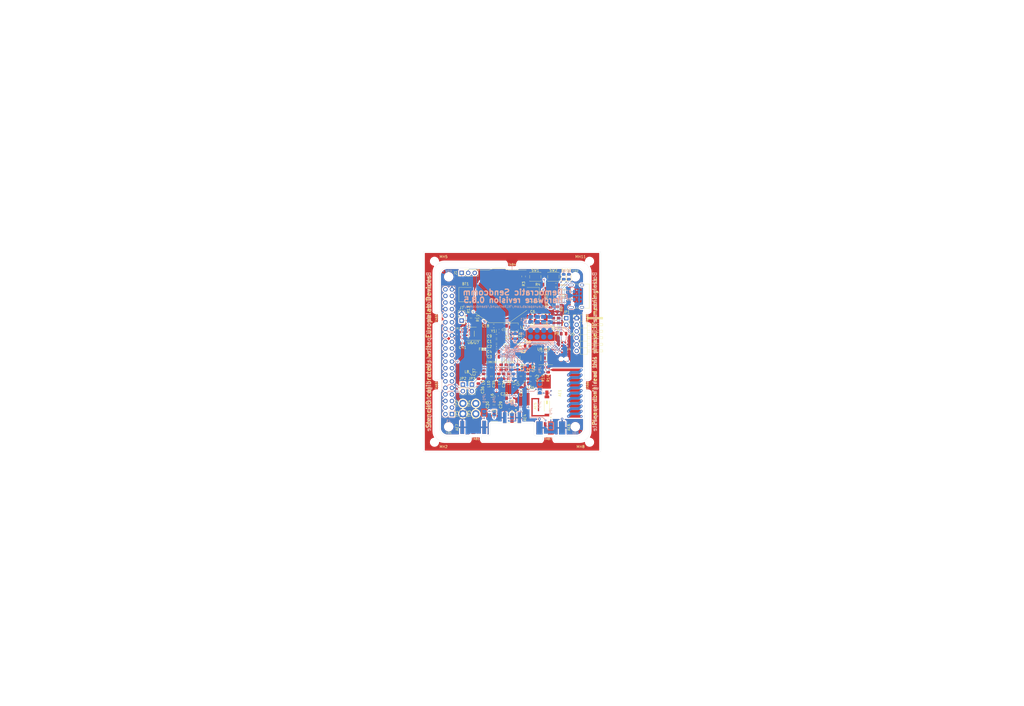
<source format=kicad_pcb>
(kicad_pcb (version 20171130) (host pcbnew 5.1.5+dfsg1-2build2)

  (general
    (thickness 1.6)
    (drawings 102)
    (tracks 785)
    (zones 0)
    (modules 125)
    (nets 135)
  )

  (page A3)
  (title_block
    (title "Democratic Sendcomm")
    (date 2020-10-20)
    (rev 0.8.5)
    (company "Europalab Devices")
    (comment 1 "Copyright © 2020, Europalab Devices")
    (comment 2 "Fulfilling requirements of 20200210")
    (comment 3 "Pending quality assurance testing")
    (comment 4 "Release revision for manufacturing")
  )

  (layers
    (0 F.Cu signal)
    (1 In1.Cu signal)
    (2 In2.Cu signal)
    (31 B.Cu signal)
    (34 B.Paste user)
    (35 F.Paste user)
    (36 B.SilkS user)
    (37 F.SilkS user)
    (38 B.Mask user)
    (39 F.Mask user)
    (40 Dwgs.User user)
    (41 Cmts.User user)
    (44 Edge.Cuts user)
    (45 Margin user)
    (46 B.CrtYd user)
    (47 F.CrtYd user)
    (48 B.Fab user)
    (49 F.Fab user)
  )

  (setup
    (last_trace_width 0.09)
    (user_trace_width 0.1016)
    (user_trace_width 0.127)
    (user_trace_width 0.2)
    (trace_clearance 0.09)
    (zone_clearance 0.508)
    (zone_45_only no)
    (trace_min 0.09)
    (via_size 0.356)
    (via_drill 0.2)
    (via_min_size 0.356)
    (via_min_drill 0.2)
    (user_via 0.45 0.2)
    (user_via 0.6 0.3)
    (uvia_size 0.45)
    (uvia_drill 0.1)
    (uvias_allowed no)
    (uvia_min_size 0.45)
    (uvia_min_drill 0.1)
    (edge_width 0.1)
    (segment_width 0.1)
    (pcb_text_width 0.25)
    (pcb_text_size 1 1)
    (mod_edge_width 0.15)
    (mod_text_size 1 1)
    (mod_text_width 0.15)
    (pad_size 2.5 2.5)
    (pad_drill 2.5)
    (pad_to_mask_clearance 0)
    (aux_axis_origin 0 0)
    (visible_elements 7FFFFFFF)
    (pcbplotparams
      (layerselection 0x313fc_ffffffff)
      (usegerberextensions true)
      (usegerberattributes false)
      (usegerberadvancedattributes false)
      (creategerberjobfile false)
      (excludeedgelayer true)
      (linewidth 0.150000)
      (plotframeref false)
      (viasonmask false)
      (mode 1)
      (useauxorigin false)
      (hpglpennumber 1)
      (hpglpenspeed 20)
      (hpglpendiameter 15.000000)
      (psnegative false)
      (psa4output false)
      (plotreference true)
      (plotvalue true)
      (plotinvisibletext false)
      (padsonsilk false)
      (subtractmaskfromsilk false)
      (outputformat 1)
      (mirror false)
      (drillshape 0)
      (scaleselection 1)
      (outputdirectory "fabsingle"))
  )

  (net 0 "")
  (net 1 GND)
  (net 2 "Net-(AE1-Pad1)")
  (net 3 /Sheet5F53D5B4/RFSWPWR)
  (net 4 "Net-(C8-Pad1)")
  (net 5 /Sheet5F53D5B4/POWAMP)
  (net 6 "Net-(C13-Pad1)")
  (net 7 /Sheet5F53D5B4/HFOUT)
  (net 8 +3V3)
  (net 9 "Net-(C29-Pad1)")
  (net 10 /Sheet5F53D5B4/UART_RX)
  (net 11 /Sheet5F53D5B4/UART_TX)
  (net 12 /Sheet5F53D5B4/HPOUT)
  (net 13 /Sheet5F53D5B4/HFIN)
  (net 14 /Sheet5F53D5B4/BANDSEL)
  (net 15 "Net-(XC1-Pad1)")
  (net 16 "Net-(BT1-Pad1)")
  (net 17 /Sheet5F53D5B4/USB_BUS)
  (net 18 "Net-(C33-Pad1)")
  (net 19 "Net-(C34-Pad1)")
  (net 20 /Sheet5F53D5B4/CMDRST)
  (net 21 "Net-(D1-Pad2)")
  (net 22 "Net-(D1-Pad1)")
  (net 23 "Net-(D2-Pad1)")
  (net 24 "Net-(D2-Pad2)")
  (net 25 /Sheet5F53D5B4/USB_P)
  (net 26 /Sheet5F53D5B4/USB_N)
  (net 27 /Sheet60040980/ID_SD)
  (net 28 /Sheet60040980/ID_SC)
  (net 29 /Sheet5F53D5B4/SWDCLK)
  (net 30 "Net-(J3-Pad7)")
  (net 31 "Net-(J3-Pad8)")
  (net 32 "Net-(J4-Pad6)")
  (net 33 /Sheet5F53D5B4/CN_VBAT)
  (net 34 /Sheet5F53D5B4/I2C_SCL)
  (net 35 /Sheet5F53D5B4/I2C_SDA)
  (net 36 "Net-(TP3-Pad1)")
  (net 37 "Net-(TP4-Pad1)")
  (net 38 /Sheet5F53D5B4/XCEIV)
  (net 39 /Sheet5F53D5B4/CRYSTAL_XIN-RESERVED)
  (net 40 /Sheet5F53D5B4/CRYSTAL_XOUT-RESERVED)
  (net 41 "Net-(AE5-Pad2)")
  (net 42 "Net-(C1-Pad1)")
  (net 43 "Net-(C7-Pad1)")
  (net 44 "Net-(C14-Pad1)")
  (net 45 "Net-(C17-Pad1)")
  (net 46 "Net-(C18-Pad2)")
  (net 47 "Net-(C19-Pad2)")
  (net 48 "Net-(C23-Pad2)")
  (net 49 "Net-(C23-Pad1)")
  (net 50 "Net-(C24-Pad1)")
  (net 51 "Net-(C24-Pad2)")
  (net 52 "Net-(C29-Pad2)")
  (net 53 "Net-(C33-Pad2)")
  (net 54 "Net-(C35-Pad2)")
  (net 55 "Net-(C40-Pad1)")
  (net 56 "Net-(J2-PadB5)")
  (net 57 "Net-(J2-PadA8)")
  (net 58 "Net-(J2-PadA5)")
  (net 59 "Net-(J2-PadB8)")
  (net 60 "Net-(J2-PadA4)")
  (net 61 "Net-(J3-Pad2)")
  (net 62 "Net-(J3-Pad3)")
  (net 63 "Net-(J3-Pad4)")
  (net 64 "Net-(J3-Pad5)")
  (net 65 "Net-(J3-Pad10)")
  (net 66 "Net-(J3-Pad11)")
  (net 67 "Net-(J3-Pad12)")
  (net 68 "Net-(J3-Pad13)")
  (net 69 "Net-(J3-Pad15)")
  (net 70 "Net-(J3-Pad16)")
  (net 71 "Net-(J3-Pad18)")
  (net 72 "Net-(J3-Pad19)")
  (net 73 "Net-(J3-Pad21)")
  (net 74 "Net-(J3-Pad22)")
  (net 75 "Net-(J3-Pad23)")
  (net 76 "Net-(J3-Pad24)")
  (net 77 "Net-(J3-Pad26)")
  (net 78 "Net-(J3-Pad29)")
  (net 79 "Net-(J3-Pad31)")
  (net 80 "Net-(J3-Pad32)")
  (net 81 "Net-(J3-Pad33)")
  (net 82 "Net-(J3-Pad35)")
  (net 83 "Net-(J3-Pad36)")
  (net 84 "Net-(J3-Pad37)")
  (net 85 "Net-(J3-Pad38)")
  (net 86 "Net-(J3-Pad40)")
  (net 87 "Net-(J4-Pad7)")
  (net 88 "Net-(J4-Pad8)")
  (net 89 "Net-(J5-Pad2)")
  (net 90 "Net-(J5-Pad3)")
  (net 91 "Net-(J5-Pad6)")
  (net 92 "Net-(J6-Pad1)")
  (net 93 "Net-(L1-Pad2)")
  (net 94 "Net-(R3-Pad1)")
  (net 95 "Net-(R4-Pad1)")
  (net 96 "Net-(R4-Pad2)")
  (net 97 "Net-(U2-Pad5)")
  (net 98 "Net-(U3-PadG1)")
  (net 99 "Net-(U3-PadH1)")
  (net 100 "Net-(U3-PadE3)")
  (net 101 "Net-(U3-PadB4)")
  (net 102 "Net-(U3-PadE4)")
  (net 103 "Net-(U3-PadF4)")
  (net 104 "Net-(U3-PadE5)")
  (net 105 "Net-(U3-PadH6)")
  (net 106 "Net-(U3-PadC7)")
  (net 107 "Net-(U3-PadD7)")
  (net 108 "Net-(U3-PadH7)")
  (net 109 "Net-(U3-PadD8)")
  (net 110 "Net-(U5-Pad3)")
  (net 111 "Net-(U5-Pad4)")
  (net 112 "Net-(U8-Pad7)")
  (net 113 "Net-(U8-Pad3)")
  (net 114 "Net-(U8-Pad2)")
  (net 115 "Net-(U8-Pad1)")
  (net 116 "Net-(U9-Pad1)")
  (net 117 "Net-(U9-Pad2)")
  (net 118 "Net-(U9-Pad3)")
  (net 119 "Net-(U9-Pad7)")
  (net 120 /Sheet5F53D5B4/SWDIO)
  (net 121 "Net-(AE2-Pad1)")
  (net 122 "Net-(AE4-Pad1)")
  (net 123 "Net-(AE5-Pad1)")
  (net 124 "Net-(AE6-Pad1)")
  (net 125 "Net-(AE7-Pad1)")
  (net 126 "Net-(JP10-Pad1)")
  (net 127 "Net-(J6-Pad2)")
  (net 128 "Net-(J6-Pad3)")
  (net 129 "Net-(J6-Pad4)")
  (net 130 "Net-(J6-Pad5)")
  (net 131 "Net-(J6-Pad6)")
  (net 132 "Net-(J6-Pad7)")
  (net 133 "Net-(J6-Pad8)")
  (net 134 "Net-(J7-Pad1)")

  (net_class Default "This is the default net class."
    (clearance 0.09)
    (trace_width 0.09)
    (via_dia 0.356)
    (via_drill 0.2)
    (uvia_dia 0.45)
    (uvia_drill 0.1)
    (add_net +3V3)
    (add_net /Sheet5F53D5B4/BANDSEL)
    (add_net /Sheet5F53D5B4/CMDRST)
    (add_net /Sheet5F53D5B4/CN_VBAT)
    (add_net /Sheet5F53D5B4/CRYSTAL_XIN-RESERVED)
    (add_net /Sheet5F53D5B4/CRYSTAL_XOUT-RESERVED)
    (add_net /Sheet5F53D5B4/HFIN)
    (add_net /Sheet5F53D5B4/HFOUT)
    (add_net /Sheet5F53D5B4/HPOUT)
    (add_net /Sheet5F53D5B4/I2C_SCL)
    (add_net /Sheet5F53D5B4/I2C_SDA)
    (add_net /Sheet5F53D5B4/POWAMP)
    (add_net /Sheet5F53D5B4/RFSWPWR)
    (add_net /Sheet5F53D5B4/SWDCLK)
    (add_net /Sheet5F53D5B4/SWDIO)
    (add_net /Sheet5F53D5B4/UART_RX)
    (add_net /Sheet5F53D5B4/UART_TX)
    (add_net /Sheet5F53D5B4/USB_BUS)
    (add_net /Sheet5F53D5B4/USB_N)
    (add_net /Sheet5F53D5B4/USB_P)
    (add_net /Sheet5F53D5B4/XCEIV)
    (add_net /Sheet60040980/ID_SC)
    (add_net /Sheet60040980/ID_SD)
    (add_net GND)
    (add_net "Net-(AE1-Pad1)")
    (add_net "Net-(AE2-Pad1)")
    (add_net "Net-(AE4-Pad1)")
    (add_net "Net-(AE5-Pad1)")
    (add_net "Net-(AE5-Pad2)")
    (add_net "Net-(AE6-Pad1)")
    (add_net "Net-(AE7-Pad1)")
    (add_net "Net-(BT1-Pad1)")
    (add_net "Net-(C1-Pad1)")
    (add_net "Net-(C13-Pad1)")
    (add_net "Net-(C14-Pad1)")
    (add_net "Net-(C17-Pad1)")
    (add_net "Net-(C18-Pad2)")
    (add_net "Net-(C19-Pad2)")
    (add_net "Net-(C23-Pad1)")
    (add_net "Net-(C23-Pad2)")
    (add_net "Net-(C24-Pad1)")
    (add_net "Net-(C24-Pad2)")
    (add_net "Net-(C29-Pad1)")
    (add_net "Net-(C29-Pad2)")
    (add_net "Net-(C33-Pad1)")
    (add_net "Net-(C33-Pad2)")
    (add_net "Net-(C34-Pad1)")
    (add_net "Net-(C35-Pad2)")
    (add_net "Net-(C40-Pad1)")
    (add_net "Net-(C7-Pad1)")
    (add_net "Net-(C8-Pad1)")
    (add_net "Net-(D1-Pad1)")
    (add_net "Net-(D1-Pad2)")
    (add_net "Net-(D2-Pad1)")
    (add_net "Net-(D2-Pad2)")
    (add_net "Net-(J2-PadA4)")
    (add_net "Net-(J2-PadA5)")
    (add_net "Net-(J2-PadA8)")
    (add_net "Net-(J2-PadB5)")
    (add_net "Net-(J2-PadB8)")
    (add_net "Net-(J3-Pad10)")
    (add_net "Net-(J3-Pad11)")
    (add_net "Net-(J3-Pad12)")
    (add_net "Net-(J3-Pad13)")
    (add_net "Net-(J3-Pad15)")
    (add_net "Net-(J3-Pad16)")
    (add_net "Net-(J3-Pad18)")
    (add_net "Net-(J3-Pad19)")
    (add_net "Net-(J3-Pad2)")
    (add_net "Net-(J3-Pad21)")
    (add_net "Net-(J3-Pad22)")
    (add_net "Net-(J3-Pad23)")
    (add_net "Net-(J3-Pad24)")
    (add_net "Net-(J3-Pad26)")
    (add_net "Net-(J3-Pad29)")
    (add_net "Net-(J3-Pad3)")
    (add_net "Net-(J3-Pad31)")
    (add_net "Net-(J3-Pad32)")
    (add_net "Net-(J3-Pad33)")
    (add_net "Net-(J3-Pad35)")
    (add_net "Net-(J3-Pad36)")
    (add_net "Net-(J3-Pad37)")
    (add_net "Net-(J3-Pad38)")
    (add_net "Net-(J3-Pad4)")
    (add_net "Net-(J3-Pad40)")
    (add_net "Net-(J3-Pad5)")
    (add_net "Net-(J3-Pad7)")
    (add_net "Net-(J3-Pad8)")
    (add_net "Net-(J4-Pad6)")
    (add_net "Net-(J4-Pad7)")
    (add_net "Net-(J4-Pad8)")
    (add_net "Net-(J5-Pad2)")
    (add_net "Net-(J5-Pad3)")
    (add_net "Net-(J5-Pad6)")
    (add_net "Net-(J6-Pad1)")
    (add_net "Net-(J6-Pad2)")
    (add_net "Net-(J6-Pad3)")
    (add_net "Net-(J6-Pad4)")
    (add_net "Net-(J6-Pad5)")
    (add_net "Net-(J6-Pad6)")
    (add_net "Net-(J6-Pad7)")
    (add_net "Net-(J6-Pad8)")
    (add_net "Net-(J7-Pad1)")
    (add_net "Net-(JP10-Pad1)")
    (add_net "Net-(L1-Pad2)")
    (add_net "Net-(R3-Pad1)")
    (add_net "Net-(R4-Pad1)")
    (add_net "Net-(R4-Pad2)")
    (add_net "Net-(TP3-Pad1)")
    (add_net "Net-(TP4-Pad1)")
    (add_net "Net-(U2-Pad5)")
    (add_net "Net-(U3-PadB4)")
    (add_net "Net-(U3-PadC7)")
    (add_net "Net-(U3-PadD7)")
    (add_net "Net-(U3-PadD8)")
    (add_net "Net-(U3-PadE3)")
    (add_net "Net-(U3-PadE4)")
    (add_net "Net-(U3-PadE5)")
    (add_net "Net-(U3-PadF4)")
    (add_net "Net-(U3-PadG1)")
    (add_net "Net-(U3-PadH1)")
    (add_net "Net-(U3-PadH6)")
    (add_net "Net-(U3-PadH7)")
    (add_net "Net-(U5-Pad3)")
    (add_net "Net-(U5-Pad4)")
    (add_net "Net-(U8-Pad1)")
    (add_net "Net-(U8-Pad2)")
    (add_net "Net-(U8-Pad3)")
    (add_net "Net-(U8-Pad7)")
    (add_net "Net-(U9-Pad1)")
    (add_net "Net-(U9-Pad2)")
    (add_net "Net-(U9-Pad3)")
    (add_net "Net-(U9-Pad7)")
    (add_net "Net-(XC1-Pad1)")
  )

  (net_class Power ""
    (clearance 0.2)
    (trace_width 0.5)
    (via_dia 1)
    (via_drill 0.7)
    (uvia_dia 0.5)
    (uvia_drill 0.1)
  )

  (module Elabdev:TFBGA-64_8x8_6.0x6.0mm_P0.65mm (layer F.Cu) (tedit 5F6BA77A) (tstamp 5F68786E)
    (at 210 148)
    (path /5F53D5B5/6052EF69)
    (solder_mask_margin 0.025)
    (clearance 0.0508)
    (attr smd)
    (fp_text reference U3 (at 4.25 0) (layer F.SilkS)
      (effects (font (size 1 1) (thickness 0.15)))
    )
    (fp_text value ATSAMR34 (at 0 4) (layer F.Fab)
      (effects (font (size 1 1) (thickness 0.15)))
    )
    (fp_line (start -2 -3) (end -3 -2) (layer F.Fab) (width 0.1))
    (fp_line (start -3 -2) (end -3 3) (layer F.Fab) (width 0.1))
    (fp_line (start -3 3) (end 3 3) (layer F.Fab) (width 0.1))
    (fp_line (start 3 3) (end 3 -3) (layer F.Fab) (width 0.1))
    (fp_line (start 3 -3) (end -2 -3) (layer F.Fab) (width 0.1))
    (fp_line (start 1.62 -3.12) (end 3.12 -3.12) (layer F.SilkS) (width 0.12))
    (fp_line (start 3.12 -3.12) (end 3.12 -1.62) (layer F.SilkS) (width 0.12))
    (fp_line (start 1.62 -3.12) (end 3.12 -3.12) (layer F.SilkS) (width 0.12))
    (fp_line (start 3.12 -3.12) (end 3.12 -1.62) (layer F.SilkS) (width 0.12))
    (fp_line (start 1.62 3.12) (end 3.12 3.12) (layer F.SilkS) (width 0.12))
    (fp_line (start 3.12 3.12) (end 3.12 1.62) (layer F.SilkS) (width 0.12))
    (fp_line (start 1.62 -3.12) (end 3.12 -3.12) (layer F.SilkS) (width 0.12))
    (fp_line (start 3.12 -3.12) (end 3.12 -1.62) (layer F.SilkS) (width 0.12))
    (fp_line (start -1.62 3.12) (end -3.12 3.12) (layer F.SilkS) (width 0.12))
    (fp_line (start -3.12 3.12) (end -3.12 1.62) (layer F.SilkS) (width 0.12))
    (fp_line (start -1.62 -3.12) (end -2 -3.12) (layer F.SilkS) (width 0.12))
    (fp_line (start -2 -3.12) (end -3.12 -2) (layer F.SilkS) (width 0.12))
    (fp_line (start -3.12 -2) (end -3.12 -1.62) (layer F.SilkS) (width 0.12))
    (fp_circle (center -3 -3) (end -3 -2.9) (layer F.SilkS) (width 0.2))
    (fp_line (start -4 -4) (end 4 -4) (layer F.CrtYd) (width 0.05))
    (fp_line (start 4 -4) (end 4 4) (layer F.CrtYd) (width 0.05))
    (fp_line (start 4 4) (end -4 4) (layer F.CrtYd) (width 0.05))
    (fp_line (start -4 4) (end -4 -4) (layer F.CrtYd) (width 0.05))
    (pad A1 smd circle (at -2.275 -2.275) (size 0.32 0.32) (layers F.Cu F.Paste F.Mask)
      (net 13 /Sheet5F53D5B4/HFIN))
    (pad B1 smd circle (at -2.275 -1.625) (size 0.32 0.32) (layers F.Cu F.Paste F.Mask)
      (net 7 /Sheet5F53D5B4/HFOUT))
    (pad C1 smd circle (at -2.275 -0.975) (size 0.32 0.32) (layers F.Cu F.Paste F.Mask)
      (net 42 "Net-(C1-Pad1)"))
    (pad D1 smd circle (at -2.275 -0.325) (size 0.32 0.32) (layers F.Cu F.Paste F.Mask)
      (net 5 /Sheet5F53D5B4/POWAMP))
    (pad E1 smd circle (at -2.275 0.325) (size 0.32 0.32) (layers F.Cu F.Paste F.Mask)
      (net 1 GND))
    (pad F1 smd circle (at -2.275 0.975) (size 0.32 0.32) (layers F.Cu F.Paste F.Mask)
      (net 12 /Sheet5F53D5B4/HPOUT))
    (pad G1 smd circle (at -2.275 1.625) (size 0.32 0.32) (layers F.Cu F.Paste F.Mask)
      (net 98 "Net-(U3-PadG1)"))
    (pad H1 smd circle (at -2.275 2.275) (size 0.32 0.32) (layers F.Cu F.Paste F.Mask)
      (net 99 "Net-(U3-PadH1)"))
    (pad A2 smd circle (at -1.625 -2.275) (size 0.32 0.32) (layers F.Cu F.Paste F.Mask)
      (net 1 GND))
    (pad B2 smd circle (at -1.625 -1.625) (size 0.32 0.32) (layers F.Cu F.Paste F.Mask)
      (net 1 GND))
    (pad C2 smd circle (at -1.625 -0.975) (size 0.32 0.32) (layers F.Cu F.Paste F.Mask)
      (net 42 "Net-(C1-Pad1)"))
    (pad D2 smd circle (at -1.625 -0.325) (size 0.32 0.32) (layers F.Cu F.Paste F.Mask)
      (net 38 /Sheet5F53D5B4/XCEIV))
    (pad E2 smd circle (at -1.625 0.325) (size 0.32 0.32) (layers F.Cu F.Paste F.Mask)
      (net 1 GND))
    (pad F2 smd circle (at -1.625 0.975) (size 0.32 0.32) (layers F.Cu F.Paste F.Mask)
      (net 1 GND))
    (pad G2 smd circle (at -1.625 1.625) (size 0.32 0.32) (layers F.Cu F.Paste F.Mask)
      (net 1 GND))
    (pad H2 smd circle (at -1.625 2.275) (size 0.32 0.32) (layers F.Cu F.Paste F.Mask)
      (net 44 "Net-(C14-Pad1)"))
    (pad A3 smd circle (at -0.975 -2.275) (size 0.32 0.32) (layers F.Cu F.Paste F.Mask)
      (net 46 "Net-(C18-Pad2)"))
    (pad B3 smd circle (at -0.975 -1.625) (size 0.32 0.32) (layers F.Cu F.Paste F.Mask)
      (net 1 GND))
    (pad C3 smd circle (at -0.975 -0.975) (size 0.32 0.32) (layers F.Cu F.Paste F.Mask)
      (net 33 /Sheet5F53D5B4/CN_VBAT))
    (pad D3 smd circle (at -0.975 -0.325) (size 0.32 0.32) (layers F.Cu F.Paste F.Mask)
      (net 11 /Sheet5F53D5B4/UART_TX))
    (pad E3 smd circle (at -0.975 0.325) (size 0.32 0.32) (layers F.Cu F.Paste F.Mask)
      (net 100 "Net-(U3-PadE3)"))
    (pad F3 smd circle (at -0.975 0.975) (size 0.32 0.32) (layers F.Cu F.Paste F.Mask)
      (net 17 /Sheet5F53D5B4/USB_BUS))
    (pad G3 smd circle (at -0.975 1.625) (size 0.32 0.32) (layers F.Cu F.Paste F.Mask)
      (net 1 GND))
    (pad H3 smd circle (at -0.975 2.275) (size 0.32 0.32) (layers F.Cu F.Paste F.Mask)
      (net 42 "Net-(C1-Pad1)"))
    (pad A4 smd circle (at -0.325 -2.275) (size 0.32 0.32) (layers F.Cu F.Paste F.Mask)
      (net 47 "Net-(C19-Pad2)"))
    (pad B4 smd circle (at -0.325 -1.625) (size 0.32 0.32) (layers F.Cu F.Paste F.Mask)
      (net 101 "Net-(U3-PadB4)"))
    (pad C4 smd circle (at -0.325 -0.975) (size 0.32 0.32) (layers F.Cu F.Paste F.Mask)
      (net 10 /Sheet5F53D5B4/UART_RX))
    (pad D4 smd circle (at -0.325 -0.325) (size 0.32 0.32) (layers F.Cu F.Paste F.Mask)
      (net 1 GND))
    (pad E4 smd circle (at -0.325 0.325) (size 0.32 0.32) (layers F.Cu F.Paste F.Mask)
      (net 102 "Net-(U3-PadE4)"))
    (pad F4 smd circle (at -0.325 0.975) (size 0.32 0.32) (layers F.Cu F.Paste F.Mask)
      (net 103 "Net-(U3-PadF4)"))
    (pad G4 smd circle (at -0.325 1.625) (size 0.32 0.32) (layers F.Cu F.Paste F.Mask)
      (net 8 +3V3))
    (pad H4 smd circle (at -0.325 2.275) (size 0.32 0.32) (layers F.Cu F.Paste F.Mask)
      (net 6 "Net-(C13-Pad1)"))
    (pad A5 smd circle (at 0.325 -2.275) (size 0.32 0.32) (layers F.Cu F.Paste F.Mask)
      (net 45 "Net-(C17-Pad1)"))
    (pad B5 smd circle (at 0.325 -1.625) (size 0.32 0.32) (layers F.Cu F.Paste F.Mask)
      (net 1 GND))
    (pad C5 smd circle (at 0.325 -0.975) (size 0.32 0.32) (layers F.Cu F.Paste F.Mask)
      (net 29 /Sheet5F53D5B4/SWDCLK))
    (pad D5 smd circle (at 0.325 -0.325) (size 0.32 0.32) (layers F.Cu F.Paste F.Mask)
      (net 120 /Sheet5F53D5B4/SWDIO))
    (pad E5 smd circle (at 0.325 0.325) (size 0.32 0.32) (layers F.Cu F.Paste F.Mask)
      (net 104 "Net-(U3-PadE5)"))
    (pad F5 smd circle (at 0.325 0.975) (size 0.32 0.32) (layers F.Cu F.Paste F.Mask)
      (net 3 /Sheet5F53D5B4/RFSWPWR))
    (pad G5 smd circle (at 0.325 1.625) (size 0.32 0.32) (layers F.Cu F.Paste F.Mask)
      (net 1 GND))
    (pad H5 smd circle (at 0.325 2.275) (size 0.32 0.32) (layers F.Cu F.Paste F.Mask)
      (net 1 GND))
    (pad A6 smd circle (at 0.975 -2.275) (size 0.32 0.32) (layers F.Cu F.Paste F.Mask)
      (net 93 "Net-(L1-Pad2)"))
    (pad B6 smd circle (at 0.975 -1.625) (size 0.32 0.32) (layers F.Cu F.Paste F.Mask)
      (net 20 /Sheet5F53D5B4/CMDRST))
    (pad C6 smd circle (at 0.975 -0.975) (size 0.32 0.32) (layers F.Cu F.Paste F.Mask)
      (net 95 "Net-(R4-Pad1)"))
    (pad D6 smd circle (at 0.975 -0.325) (size 0.32 0.32) (layers F.Cu F.Paste F.Mask)
      (net 1 GND))
    (pad E6 smd circle (at 0.975 0.325) (size 0.32 0.32) (layers F.Cu F.Paste F.Mask)
      (net 34 /Sheet5F53D5B4/I2C_SCL))
    (pad F6 smd circle (at 0.975 0.975) (size 0.32 0.32) (layers F.Cu F.Paste F.Mask)
      (net 14 /Sheet5F53D5B4/BANDSEL))
    (pad G6 smd circle (at 0.975 1.625) (size 0.32 0.32) (layers F.Cu F.Paste F.Mask)
      (net 1 GND))
    (pad H6 smd circle (at 0.975 2.275) (size 0.32 0.32) (layers F.Cu F.Paste F.Mask)
      (net 105 "Net-(U3-PadH6)"))
    (pad A7 smd circle (at 1.625 -2.275) (size 0.32 0.32) (layers F.Cu F.Paste F.Mask)
      (net 8 +3V3))
    (pad B7 smd circle (at 1.625 -1.625) (size 0.32 0.32) (layers F.Cu F.Paste F.Mask)
      (net 1 GND))
    (pad C7 smd circle (at 1.625 -0.975) (size 0.32 0.32) (layers F.Cu F.Paste F.Mask)
      (net 106 "Net-(U3-PadC7)"))
    (pad D7 smd circle (at 1.625 -0.325) (size 0.32 0.32) (layers F.Cu F.Paste F.Mask)
      (net 107 "Net-(U3-PadD7)"))
    (pad E7 smd circle (at 1.625 0.325) (size 0.32 0.32) (layers F.Cu F.Paste F.Mask)
      (net 22 "Net-(D1-Pad1)"))
    (pad F7 smd circle (at 1.625 0.975) (size 0.32 0.32) (layers F.Cu F.Paste F.Mask)
      (net 35 /Sheet5F53D5B4/I2C_SDA))
    (pad G7 smd circle (at 1.625 1.625) (size 0.32 0.32) (layers F.Cu F.Paste F.Mask)
      (net 1 GND))
    (pad H7 smd circle (at 1.625 2.275) (size 0.32 0.32) (layers F.Cu F.Paste F.Mask)
      (net 108 "Net-(U3-PadH7)"))
    (pad A8 smd circle (at 2.275 -2.275) (size 0.32 0.32) (layers F.Cu F.Paste F.Mask)
      (net 8 +3V3))
    (pad B8 smd circle (at 2.275 -1.625) (size 0.32 0.32) (layers F.Cu F.Paste F.Mask)
      (net 26 /Sheet5F53D5B4/USB_N))
    (pad C8 smd circle (at 2.275 -0.975) (size 0.32 0.32) (layers F.Cu F.Paste F.Mask)
      (net 25 /Sheet5F53D5B4/USB_P))
    (pad D8 smd circle (at 2.275 -0.325) (size 0.32 0.32) (layers F.Cu F.Paste F.Mask)
      (net 109 "Net-(U3-PadD8)"))
    (pad E8 smd circle (at 2.275 0.325) (size 0.32 0.32) (layers F.Cu F.Paste F.Mask)
      (net 23 "Net-(D2-Pad1)"))
    (pad F8 smd circle (at 2.275 0.975) (size 0.32 0.32) (layers F.Cu F.Paste F.Mask)
      (net 39 /Sheet5F53D5B4/CRYSTAL_XIN-RESERVED))
    (pad G8 smd circle (at 2.275 1.625) (size 0.32 0.32) (layers F.Cu F.Paste F.Mask)
      (net 40 /Sheet5F53D5B4/CRYSTAL_XOUT-RESERVED))
    (pad H8 smd circle (at 2.275 2.275) (size 0.32 0.32) (layers F.Cu F.Paste F.Mask)
      (net 8 +3V3))
    (model ${KISYS3DMOD}/Package_BGA.3dshapes/TFBGA-64_5x5mm_Layout8x8_P0.5mm.wrl
      (at (xyz 0 0 0))
      (scale (xyz 1.2 1.2 1.2))
      (rotate (xyz 0 0 0))
    )
  )

  (module Elabdev:Panel_Mousetab_25mm_Single (layer F.Cu) (tedit 5CD9E502) (tstamp 5F680FEC)
    (at 224 181.75 90)
    (path /5CD9EB0D)
    (fp_text reference TAB7 (at 0 0) (layer F.SilkS)
      (effects (font (size 0.8 0.8) (thickness 0.13)))
    )
    (fp_text value Pantab (at 0 3.5 90) (layer F.Fab)
      (effects (font (size 1 1) (thickness 0.15)))
    )
    (fp_line (start 1.25 -2.2) (end 1.25 2.2) (layer F.Fab) (width 0.15))
    (fp_line (start -1.25 -2.2) (end -1.25 2.2) (layer F.Fab) (width 0.15))
    (fp_line (start 2.1 -2.6) (end 2.1 2.6) (layer F.CrtYd) (width 0.15))
    (fp_line (start 2.1 2.6) (end -2.1 2.6) (layer F.CrtYd) (width 0.15))
    (fp_line (start -2.1 2.6) (end -2.1 -2.6) (layer F.CrtYd) (width 0.15))
    (fp_line (start -2.1 -2.6) (end 2.1 -2.6) (layer F.CrtYd) (width 0.15))
    (pad "" np_thru_hole circle (at 1.35 2 90) (size 0.5 0.5) (drill 0.5) (layers *.Cu))
    (pad "" np_thru_hole circle (at 1.35 1.2 90) (size 0.5 0.5) (drill 0.5) (layers *.Cu))
    (pad "" np_thru_hole circle (at 1.35 0.4 90) (size 0.5 0.5) (drill 0.5) (layers *.Cu))
    (pad "" np_thru_hole circle (at 1.35 -0.4 90) (size 0.5 0.5) (drill 0.5) (layers *.Cu))
    (pad "" np_thru_hole circle (at 1.35 -1.2 90) (size 0.5 0.5) (drill 0.5) (layers *.Cu))
    (pad "" np_thru_hole circle (at 1.35 -2 90) (size 0.5 0.5) (drill 0.5) (layers *.Cu))
  )

  (module Elabdev:Panel_Mousetab_25mm_Single (layer F.Cu) (tedit 5CD9E59A) (tstamp 5F4C0A71)
    (at 210 114.25 270)
    (path /5CD5C3A7)
    (fp_text reference TAB4 (at 0 0 180) (layer F.SilkS)
      (effects (font (size 0.8 0.8) (thickness 0.13)))
    )
    (fp_text value Pantab (at 0 -3.5 270) (layer F.Fab)
      (effects (font (size 1 1) (thickness 0.15)))
    )
    (fp_line (start 1.25 -2.2) (end 1.25 2.2) (layer F.Fab) (width 0.15))
    (fp_line (start -1.25 -2.2) (end -1.25 2.2) (layer F.Fab) (width 0.15))
    (fp_line (start 2.1 -2.6) (end 2.1 2.6) (layer F.CrtYd) (width 0.15))
    (fp_line (start 2.1 2.6) (end -2.1 2.6) (layer F.CrtYd) (width 0.15))
    (fp_line (start -2.1 2.6) (end -2.1 -2.6) (layer F.CrtYd) (width 0.15))
    (fp_line (start -2.1 -2.6) (end 2.1 -2.6) (layer F.CrtYd) (width 0.15))
    (pad "" np_thru_hole circle (at 1.35 2 270) (size 0.5 0.5) (drill 0.5) (layers *.Cu))
    (pad "" np_thru_hole circle (at 1.35 1.2 270) (size 0.5 0.5) (drill 0.5) (layers *.Cu))
    (pad "" np_thru_hole circle (at 1.35 0.4 270) (size 0.5 0.5) (drill 0.5) (layers *.Cu))
    (pad "" np_thru_hole circle (at 1.35 -0.4 270) (size 0.5 0.5) (drill 0.5) (layers *.Cu))
    (pad "" np_thru_hole circle (at 1.35 -1.2 270) (size 0.5 0.5) (drill 0.5) (layers *.Cu))
    (pad "" np_thru_hole circle (at 1.35 -2 270) (size 0.5 0.5) (drill 0.5) (layers *.Cu))
  )

  (module Elabdev:Panel_Mousetab_25mm_Single (layer F.Cu) (tedit 5CD9E502) (tstamp 5CE1C45C)
    (at 196 181.75 90)
    (path /5CD9EB0D)
    (fp_text reference TAB1 (at 0 0) (layer F.SilkS)
      (effects (font (size 0.8 0.8) (thickness 0.13)))
    )
    (fp_text value Pantab (at 0 3.5 90) (layer F.Fab)
      (effects (font (size 1 1) (thickness 0.15)))
    )
    (fp_line (start -2.1 -2.6) (end 2.1 -2.6) (layer F.CrtYd) (width 0.15))
    (fp_line (start -2.1 2.6) (end -2.1 -2.6) (layer F.CrtYd) (width 0.15))
    (fp_line (start 2.1 2.6) (end -2.1 2.6) (layer F.CrtYd) (width 0.15))
    (fp_line (start 2.1 -2.6) (end 2.1 2.6) (layer F.CrtYd) (width 0.15))
    (fp_line (start -1.25 -2.2) (end -1.25 2.2) (layer F.Fab) (width 0.15))
    (fp_line (start 1.25 -2.2) (end 1.25 2.2) (layer F.Fab) (width 0.15))
    (pad "" np_thru_hole circle (at 1.35 -2 90) (size 0.5 0.5) (drill 0.5) (layers *.Cu))
    (pad "" np_thru_hole circle (at 1.35 -1.2 90) (size 0.5 0.5) (drill 0.5) (layers *.Cu))
    (pad "" np_thru_hole circle (at 1.35 -0.4 90) (size 0.5 0.5) (drill 0.5) (layers *.Cu))
    (pad "" np_thru_hole circle (at 1.35 0.4 90) (size 0.5 0.5) (drill 0.5) (layers *.Cu))
    (pad "" np_thru_hole circle (at 1.35 1.2 90) (size 0.5 0.5) (drill 0.5) (layers *.Cu))
    (pad "" np_thru_hole circle (at 1.35 2 90) (size 0.5 0.5) (drill 0.5) (layers *.Cu))
  )

  (module Elabdev:Panel_Mousetab_25mm_Single (layer F.Cu) (tedit 5CD5AA6C) (tstamp 5F4C1007)
    (at 180.75 161)
    (path /5CD5C074)
    (fp_text reference TAB2 (at 0 0 90) (layer F.SilkS)
      (effects (font (size 0.8 0.8) (thickness 0.13)))
    )
    (fp_text value Pantab (at -2.5 0 -270) (layer F.Fab)
      (effects (font (size 1 1) (thickness 0.15)))
    )
    (fp_line (start -2.1 -2.6) (end 2.1 -2.6) (layer F.CrtYd) (width 0.15))
    (fp_line (start -2.1 2.6) (end -2.1 -2.6) (layer F.CrtYd) (width 0.15))
    (fp_line (start 2.1 2.6) (end -2.1 2.6) (layer F.CrtYd) (width 0.15))
    (fp_line (start 2.1 -2.6) (end 2.1 2.6) (layer F.CrtYd) (width 0.15))
    (fp_line (start -1.25 -2.2) (end -1.25 2.2) (layer F.Fab) (width 0.15))
    (fp_line (start 1.25 -2.2) (end 1.25 2.2) (layer F.Fab) (width 0.15))
    (pad "" np_thru_hole circle (at 1.35 -2) (size 0.5 0.5) (drill 0.5) (layers *.Cu))
    (pad "" np_thru_hole circle (at 1.35 -1.2) (size 0.5 0.5) (drill 0.5) (layers *.Cu))
    (pad "" np_thru_hole circle (at 1.35 -0.4) (size 0.5 0.5) (drill 0.5) (layers *.Cu))
    (pad "" np_thru_hole circle (at 1.35 0.4) (size 0.5 0.5) (drill 0.5) (layers *.Cu))
    (pad "" np_thru_hole circle (at 1.35 1.2) (size 0.5 0.5) (drill 0.5) (layers *.Cu))
    (pad "" np_thru_hole circle (at 1.35 2) (size 0.5 0.5) (drill 0.5) (layers *.Cu))
  )

  (module Elabdev:Panel_Mousetab_25mm_Single (layer F.Cu) (tedit 5CD5AA6C) (tstamp 5F4C1047)
    (at 180.75 135)
    (path /5CD5C074)
    (fp_text reference TAB3 (at 0 0 90) (layer F.SilkS)
      (effects (font (size 0.8 0.8) (thickness 0.13)))
    )
    (fp_text value Pantab (at -2.5 0 -270) (layer F.Fab)
      (effects (font (size 1 1) (thickness 0.15)))
    )
    (fp_line (start 1.25 -2.2) (end 1.25 2.2) (layer F.Fab) (width 0.15))
    (fp_line (start -1.25 -2.2) (end -1.25 2.2) (layer F.Fab) (width 0.15))
    (fp_line (start 2.1 -2.6) (end 2.1 2.6) (layer F.CrtYd) (width 0.15))
    (fp_line (start 2.1 2.6) (end -2.1 2.6) (layer F.CrtYd) (width 0.15))
    (fp_line (start -2.1 2.6) (end -2.1 -2.6) (layer F.CrtYd) (width 0.15))
    (fp_line (start -2.1 -2.6) (end 2.1 -2.6) (layer F.CrtYd) (width 0.15))
    (pad "" np_thru_hole circle (at 1.35 2) (size 0.5 0.5) (drill 0.5) (layers *.Cu))
    (pad "" np_thru_hole circle (at 1.35 1.2) (size 0.5 0.5) (drill 0.5) (layers *.Cu))
    (pad "" np_thru_hole circle (at 1.35 0.4) (size 0.5 0.5) (drill 0.5) (layers *.Cu))
    (pad "" np_thru_hole circle (at 1.35 -0.4) (size 0.5 0.5) (drill 0.5) (layers *.Cu))
    (pad "" np_thru_hole circle (at 1.35 -1.2) (size 0.5 0.5) (drill 0.5) (layers *.Cu))
    (pad "" np_thru_hole circle (at 1.35 -2) (size 0.5 0.5) (drill 0.5) (layers *.Cu))
  )

  (module Elabdev:Panel_Mousetab_25mm_Single (layer F.Cu) (tedit 5CD5AA6C) (tstamp 5F4C108A)
    (at 239.25 135 180)
    (path /5CD5C074)
    (fp_text reference TAB5 (at 0 0 90) (layer F.SilkS)
      (effects (font (size 0.8 0.8) (thickness 0.13)))
    )
    (fp_text value Pantab (at -2.5 0 90) (layer F.Fab)
      (effects (font (size 1 1) (thickness 0.15)))
    )
    (fp_line (start 1.25 -2.2) (end 1.25 2.2) (layer F.Fab) (width 0.15))
    (fp_line (start -1.25 -2.2) (end -1.25 2.2) (layer F.Fab) (width 0.15))
    (fp_line (start 2.1 -2.6) (end 2.1 2.6) (layer F.CrtYd) (width 0.15))
    (fp_line (start 2.1 2.6) (end -2.1 2.6) (layer F.CrtYd) (width 0.15))
    (fp_line (start -2.1 2.6) (end -2.1 -2.6) (layer F.CrtYd) (width 0.15))
    (fp_line (start -2.1 -2.6) (end 2.1 -2.6) (layer F.CrtYd) (width 0.15))
    (pad "" np_thru_hole circle (at 1.35 2 180) (size 0.5 0.5) (drill 0.5) (layers *.Cu))
    (pad "" np_thru_hole circle (at 1.35 1.2 180) (size 0.5 0.5) (drill 0.5) (layers *.Cu))
    (pad "" np_thru_hole circle (at 1.35 0.4 180) (size 0.5 0.5) (drill 0.5) (layers *.Cu))
    (pad "" np_thru_hole circle (at 1.35 -0.4 180) (size 0.5 0.5) (drill 0.5) (layers *.Cu))
    (pad "" np_thru_hole circle (at 1.35 -1.2 180) (size 0.5 0.5) (drill 0.5) (layers *.Cu))
    (pad "" np_thru_hole circle (at 1.35 -2 180) (size 0.5 0.5) (drill 0.5) (layers *.Cu))
  )

  (module Elabdev:Panel_Mousetab_25mm_Single (layer F.Cu) (tedit 5CD5AA6C) (tstamp 5F4C1067)
    (at 239.25 161 180)
    (path /5CD5C074)
    (fp_text reference TAB6 (at 0 0 90) (layer F.SilkS)
      (effects (font (size 0.8 0.8) (thickness 0.13)))
    )
    (fp_text value Pantab (at -2.5 0 90) (layer F.Fab)
      (effects (font (size 1 1) (thickness 0.15)))
    )
    (fp_line (start -2.1 -2.6) (end 2.1 -2.6) (layer F.CrtYd) (width 0.15))
    (fp_line (start -2.1 2.6) (end -2.1 -2.6) (layer F.CrtYd) (width 0.15))
    (fp_line (start 2.1 2.6) (end -2.1 2.6) (layer F.CrtYd) (width 0.15))
    (fp_line (start 2.1 -2.6) (end 2.1 2.6) (layer F.CrtYd) (width 0.15))
    (fp_line (start -1.25 -2.2) (end -1.25 2.2) (layer F.Fab) (width 0.15))
    (fp_line (start 1.25 -2.2) (end 1.25 2.2) (layer F.Fab) (width 0.15))
    (pad "" np_thru_hole circle (at 1.35 -2 180) (size 0.5 0.5) (drill 0.5) (layers *.Cu))
    (pad "" np_thru_hole circle (at 1.35 -1.2 180) (size 0.5 0.5) (drill 0.5) (layers *.Cu))
    (pad "" np_thru_hole circle (at 1.35 -0.4 180) (size 0.5 0.5) (drill 0.5) (layers *.Cu))
    (pad "" np_thru_hole circle (at 1.35 0.4 180) (size 0.5 0.5) (drill 0.5) (layers *.Cu))
    (pad "" np_thru_hole circle (at 1.35 1.2 180) (size 0.5 0.5) (drill 0.5) (layers *.Cu))
    (pad "" np_thru_hole circle (at 1.35 2 180) (size 0.5 0.5) (drill 0.5) (layers *.Cu))
  )

  (module Connector_PinSocket_2.54mm:PinSocket_2x20_P2.54mm_Vertical (layer B.Cu) (tedit 5A19A433) (tstamp 5F683F15)
    (at 186.77 172.13)
    (descr "Through hole straight socket strip, 2x20, 2.54mm pitch, double cols (from Kicad 4.0.7), script generated")
    (tags "Through hole socket strip THT 2x20 2.54mm double row")
    (path /60040981/5F6A7FD9)
    (fp_text reference J3 (at -1.27 2.77) (layer B.SilkS)
      (effects (font (size 1 1) (thickness 0.15)) (justify mirror))
    )
    (fp_text value RPIHAT-40W (at -1.27 -51.03) (layer B.Fab)
      (effects (font (size 1 1) (thickness 0.15)) (justify mirror))
    )
    (fp_line (start -3.81 1.27) (end 0.27 1.27) (layer B.Fab) (width 0.1))
    (fp_line (start 0.27 1.27) (end 1.27 0.27) (layer B.Fab) (width 0.1))
    (fp_line (start 1.27 0.27) (end 1.27 -49.53) (layer B.Fab) (width 0.1))
    (fp_line (start 1.27 -49.53) (end -3.81 -49.53) (layer B.Fab) (width 0.1))
    (fp_line (start -3.81 -49.53) (end -3.81 1.27) (layer B.Fab) (width 0.1))
    (fp_line (start -3.87 1.33) (end -1.27 1.33) (layer B.SilkS) (width 0.12))
    (fp_line (start -3.87 1.33) (end -3.87 -49.59) (layer B.SilkS) (width 0.12))
    (fp_line (start -3.87 -49.59) (end 1.33 -49.59) (layer B.SilkS) (width 0.12))
    (fp_line (start 1.33 -1.27) (end 1.33 -49.59) (layer B.SilkS) (width 0.12))
    (fp_line (start -1.27 -1.27) (end 1.33 -1.27) (layer B.SilkS) (width 0.12))
    (fp_line (start -1.27 1.33) (end -1.27 -1.27) (layer B.SilkS) (width 0.12))
    (fp_line (start 1.33 1.33) (end 1.33 0) (layer B.SilkS) (width 0.12))
    (fp_line (start 0 1.33) (end 1.33 1.33) (layer B.SilkS) (width 0.12))
    (fp_line (start -4.34 1.8) (end 1.76 1.8) (layer B.CrtYd) (width 0.05))
    (fp_line (start 1.76 1.8) (end 1.76 -50) (layer B.CrtYd) (width 0.05))
    (fp_line (start 1.76 -50) (end -4.34 -50) (layer B.CrtYd) (width 0.05))
    (fp_line (start -4.34 -50) (end -4.34 1.8) (layer B.CrtYd) (width 0.05))
    (fp_text user %R (at -1.27 -24.13 -90) (layer B.Fab)
      (effects (font (size 1 1) (thickness 0.15)) (justify mirror))
    )
    (pad 1 thru_hole rect (at 0 0) (size 1.7 1.7) (drill 1) (layers *.Cu *.Mask)
      (net 8 +3V3))
    (pad 2 thru_hole oval (at -2.54 0) (size 1.7 1.7) (drill 1) (layers *.Cu *.Mask)
      (net 61 "Net-(J3-Pad2)"))
    (pad 3 thru_hole oval (at 0 -2.54) (size 1.7 1.7) (drill 1) (layers *.Cu *.Mask)
      (net 62 "Net-(J3-Pad3)"))
    (pad 4 thru_hole oval (at -2.54 -2.54) (size 1.7 1.7) (drill 1) (layers *.Cu *.Mask)
      (net 63 "Net-(J3-Pad4)"))
    (pad 5 thru_hole oval (at 0 -5.08) (size 1.7 1.7) (drill 1) (layers *.Cu *.Mask)
      (net 64 "Net-(J3-Pad5)"))
    (pad 6 thru_hole oval (at -2.54 -5.08) (size 1.7 1.7) (drill 1) (layers *.Cu *.Mask)
      (net 1 GND))
    (pad 7 thru_hole oval (at 0 -7.62) (size 1.7 1.7) (drill 1) (layers *.Cu *.Mask)
      (net 30 "Net-(J3-Pad7)"))
    (pad 8 thru_hole oval (at -2.54 -7.62) (size 1.7 1.7) (drill 1) (layers *.Cu *.Mask)
      (net 31 "Net-(J3-Pad8)"))
    (pad 9 thru_hole oval (at 0 -10.16) (size 1.7 1.7) (drill 1) (layers *.Cu *.Mask)
      (net 1 GND))
    (pad 10 thru_hole oval (at -2.54 -10.16) (size 1.7 1.7) (drill 1) (layers *.Cu *.Mask)
      (net 65 "Net-(J3-Pad10)"))
    (pad 11 thru_hole oval (at 0 -12.7) (size 1.7 1.7) (drill 1) (layers *.Cu *.Mask)
      (net 66 "Net-(J3-Pad11)"))
    (pad 12 thru_hole oval (at -2.54 -12.7) (size 1.7 1.7) (drill 1) (layers *.Cu *.Mask)
      (net 67 "Net-(J3-Pad12)"))
    (pad 13 thru_hole oval (at 0 -15.24) (size 1.7 1.7) (drill 1) (layers *.Cu *.Mask)
      (net 68 "Net-(J3-Pad13)"))
    (pad 14 thru_hole oval (at -2.54 -15.24) (size 1.7 1.7) (drill 1) (layers *.Cu *.Mask)
      (net 1 GND))
    (pad 15 thru_hole oval (at 0 -17.78) (size 1.7 1.7) (drill 1) (layers *.Cu *.Mask)
      (net 69 "Net-(J3-Pad15)"))
    (pad 16 thru_hole oval (at -2.54 -17.78) (size 1.7 1.7) (drill 1) (layers *.Cu *.Mask)
      (net 70 "Net-(J3-Pad16)"))
    (pad 17 thru_hole oval (at 0 -20.32) (size 1.7 1.7) (drill 1) (layers *.Cu *.Mask)
      (net 8 +3V3))
    (pad 18 thru_hole oval (at -2.54 -20.32) (size 1.7 1.7) (drill 1) (layers *.Cu *.Mask)
      (net 71 "Net-(J3-Pad18)"))
    (pad 19 thru_hole oval (at 0 -22.86) (size 1.7 1.7) (drill 1) (layers *.Cu *.Mask)
      (net 72 "Net-(J3-Pad19)"))
    (pad 20 thru_hole oval (at -2.54 -22.86) (size 1.7 1.7) (drill 1) (layers *.Cu *.Mask)
      (net 1 GND))
    (pad 21 thru_hole oval (at 0 -25.4) (size 1.7 1.7) (drill 1) (layers *.Cu *.Mask)
      (net 73 "Net-(J3-Pad21)"))
    (pad 22 thru_hole oval (at -2.54 -25.4) (size 1.7 1.7) (drill 1) (layers *.Cu *.Mask)
      (net 74 "Net-(J3-Pad22)"))
    (pad 23 thru_hole oval (at 0 -27.94) (size 1.7 1.7) (drill 1) (layers *.Cu *.Mask)
      (net 75 "Net-(J3-Pad23)"))
    (pad 24 thru_hole oval (at -2.54 -27.94) (size 1.7 1.7) (drill 1) (layers *.Cu *.Mask)
      (net 76 "Net-(J3-Pad24)"))
    (pad 25 thru_hole oval (at 0 -30.48) (size 1.7 1.7) (drill 1) (layers *.Cu *.Mask)
      (net 1 GND))
    (pad 26 thru_hole oval (at -2.54 -30.48) (size 1.7 1.7) (drill 1) (layers *.Cu *.Mask)
      (net 77 "Net-(J3-Pad26)"))
    (pad 27 thru_hole oval (at 0 -33.02) (size 1.7 1.7) (drill 1) (layers *.Cu *.Mask)
      (net 27 /Sheet60040980/ID_SD))
    (pad 28 thru_hole oval (at -2.54 -33.02) (size 1.7 1.7) (drill 1) (layers *.Cu *.Mask)
      (net 28 /Sheet60040980/ID_SC))
    (pad 29 thru_hole oval (at 0 -35.56) (size 1.7 1.7) (drill 1) (layers *.Cu *.Mask)
      (net 78 "Net-(J3-Pad29)"))
    (pad 30 thru_hole oval (at -2.54 -35.56) (size 1.7 1.7) (drill 1) (layers *.Cu *.Mask)
      (net 1 GND))
    (pad 31 thru_hole oval (at 0 -38.1) (size 1.7 1.7) (drill 1) (layers *.Cu *.Mask)
      (net 79 "Net-(J3-Pad31)"))
    (pad 32 thru_hole oval (at -2.54 -38.1) (size 1.7 1.7) (drill 1) (layers *.Cu *.Mask)
      (net 80 "Net-(J3-Pad32)"))
    (pad 33 thru_hole oval (at 0 -40.64) (size 1.7 1.7) (drill 1) (layers *.Cu *.Mask)
      (net 81 "Net-(J3-Pad33)"))
    (pad 34 thru_hole oval (at -2.54 -40.64) (size 1.7 1.7) (drill 1) (layers *.Cu *.Mask)
      (net 1 GND))
    (pad 35 thru_hole oval (at 0 -43.18) (size 1.7 1.7) (drill 1) (layers *.Cu *.Mask)
      (net 82 "Net-(J3-Pad35)"))
    (pad 36 thru_hole oval (at -2.54 -43.18) (size 1.7 1.7) (drill 1) (layers *.Cu *.Mask)
      (net 83 "Net-(J3-Pad36)"))
    (pad 37 thru_hole oval (at 0 -45.72) (size 1.7 1.7) (drill 1) (layers *.Cu *.Mask)
      (net 84 "Net-(J3-Pad37)"))
    (pad 38 thru_hole oval (at -2.54 -45.72) (size 1.7 1.7) (drill 1) (layers *.Cu *.Mask)
      (net 85 "Net-(J3-Pad38)"))
    (pad 39 thru_hole oval (at 0 -48.26) (size 1.7 1.7) (drill 1) (layers *.Cu *.Mask)
      (net 1 GND))
    (pad 40 thru_hole oval (at -2.54 -48.26) (size 1.7 1.7) (drill 1) (layers *.Cu *.Mask)
      (net 86 "Net-(J3-Pad40)"))
    (model ${KISYS3DMOD}/Connector_PinSocket_2.54mm.3dshapes/PinSocket_2x20_P2.54mm_Vertical.wrl
      (at (xyz 0 0 0))
      (scale (xyz 1 1 1))
      (rotate (xyz 0 0 0))
    )
  )

  (module RF_Antenna:Texas_SWRA416_868MHz_915MHz (layer F.Cu) (tedit 5CF40AFD) (tstamp 5F686F31)
    (at 231 164 270)
    (descr http://www.ti.com/lit/an/swra416/swra416.pdf)
    (tags "PCB antenna")
    (path /5F5C0728/60008187)
    (attr smd)
    (fp_text reference AE1 (at 0 2.5 90) (layer F.SilkS)
      (effects (font (size 1 1) (thickness 0.15)))
    )
    (fp_text value Antenna (at 0.1 -7.6 90) (layer F.Fab)
      (effects (font (size 1 1) (thickness 0.15)))
    )
    (fp_line (start 9.7 2.1) (end 6.2 5.7) (layer Dwgs.User) (width 0.12))
    (fp_line (start 9.7 0.1) (end 4.3 5.7) (layer Dwgs.User) (width 0.12))
    (fp_line (start 9.7 -1.9) (end 2.3 5.7) (layer Dwgs.User) (width 0.12))
    (fp_line (start 9.7 -3.9) (end 0.2 5.7) (layer Dwgs.User) (width 0.12))
    (fp_line (start 9.7 -5.9) (end -1.8 5.7) (layer Dwgs.User) (width 0.12))
    (fp_line (start 8.3 -6.5) (end -3.8 5.7) (layer Dwgs.User) (width 0.12))
    (fp_line (start 6.3 -6.5) (end -5.8 5.7) (layer Dwgs.User) (width 0.12))
    (fp_line (start 4.3 -6.5) (end -7.8 5.7) (layer Dwgs.User) (width 0.12))
    (fp_line (start -9.7 5.5) (end 2.3 -6.5) (layer Dwgs.User) (width 0.12))
    (fp_line (start -9.7 3.5) (end 0.3 -6.5) (layer Dwgs.User) (width 0.12))
    (fp_line (start -9.7 1.5) (end -1.7 -6.5) (layer Dwgs.User) (width 0.12))
    (fp_line (start -9.7 -0.5) (end -3.7 -6.5) (layer Dwgs.User) (width 0.12))
    (fp_line (start -9.7 -2.5) (end -5.7 -6.5) (layer Dwgs.User) (width 0.12))
    (fp_line (start -9.7 -4.5) (end -7.7 -6.5) (layer Dwgs.User) (width 0.12))
    (fp_line (start 9.7 -6.5) (end -9.7 -6.5) (layer Dwgs.User) (width 0.15))
    (fp_line (start 9.7 5.7) (end 9.7 -6.5) (layer Dwgs.User) (width 0.15))
    (fp_line (start -9.7 5.7) (end 9.7 5.7) (layer Dwgs.User) (width 0.15))
    (fp_line (start -9.7 -6.5) (end -9.7 5.7) (layer Dwgs.User) (width 0.15))
    (fp_line (start 7 -5.8) (end 8 -4.8) (layer B.Cu) (width 1))
    (fp_line (start 8 -1.8) (end 9 -0.8) (layer B.Cu) (width 1))
    (fp_line (start 8 -4.8) (end 8 -1.8) (layer B.Cu) (width 1))
    (fp_line (start 9 -5.8) (end 9 -0.8) (layer F.Cu) (width 1))
    (fp_line (start 5 -5.8) (end 6 -4.8) (layer B.Cu) (width 1))
    (fp_line (start 6 -1.8) (end 7 -0.8) (layer B.Cu) (width 1))
    (fp_line (start 6 -4.8) (end 6 -1.8) (layer B.Cu) (width 1))
    (fp_line (start 7 -5.8) (end 7 -0.8) (layer F.Cu) (width 1))
    (fp_line (start 3 -5.8) (end 4 -4.8) (layer B.Cu) (width 1))
    (fp_line (start 4 -1.8) (end 5 -0.8) (layer B.Cu) (width 1))
    (fp_line (start 4 -4.8) (end 4 -1.8) (layer B.Cu) (width 1))
    (fp_line (start 5 -5.8) (end 5 -0.8) (layer F.Cu) (width 1))
    (fp_line (start 1 -5.8) (end 2 -4.8) (layer B.Cu) (width 1))
    (fp_line (start 2 -1.8) (end 3 -0.8) (layer B.Cu) (width 1))
    (fp_line (start 2 -4.8) (end 2 -1.8) (layer B.Cu) (width 1))
    (fp_line (start 3 -5.8) (end 3 -0.8) (layer F.Cu) (width 1))
    (fp_line (start -1 -5.8) (end 0 -4.8) (layer B.Cu) (width 1))
    (fp_line (start 0 -1.8) (end 1 -0.8) (layer B.Cu) (width 1))
    (fp_line (start 0 -4.8) (end 0 -1.8) (layer B.Cu) (width 1))
    (fp_line (start 1 -5.8) (end 1 -0.8) (layer F.Cu) (width 1))
    (fp_line (start -3 -5.8) (end -2 -4.8) (layer B.Cu) (width 1))
    (fp_line (start -2 -1.8) (end -1 -0.8) (layer B.Cu) (width 1))
    (fp_line (start -2 -4.8) (end -2 -1.8) (layer B.Cu) (width 1))
    (fp_line (start -1 -5.8) (end -1 -0.8) (layer F.Cu) (width 1))
    (fp_line (start -4 -4.8) (end -4 -1.8) (layer B.Cu) (width 1))
    (fp_line (start -5 -5.8) (end -4 -4.8) (layer B.Cu) (width 1))
    (fp_line (start -4 -1.8) (end -3 -0.8) (layer B.Cu) (width 1))
    (fp_line (start -3 -5.8) (end -3 -0.8) (layer F.Cu) (width 1))
    (fp_line (start -6 -4.8) (end -6 -1.8) (layer B.Cu) (width 1))
    (fp_line (start -7 -5.8) (end -6 -4.8) (layer B.Cu) (width 1))
    (fp_line (start -6 -1.8) (end -5 -0.8) (layer B.Cu) (width 1))
    (fp_line (start -5 -5.8) (end -5 -0.8) (layer F.Cu) (width 1))
    (fp_line (start -7 -5.8) (end -7 -0.8) (layer F.Cu) (width 1))
    (fp_line (start -9 5.2) (end -9 -5.8) (layer F.Cu) (width 1))
    (fp_line (start -9 -5.8) (end -8 -4.8) (layer B.Cu) (width 1))
    (fp_line (start -8 -4.8) (end -8 -1.8) (layer B.Cu) (width 1))
    (fp_line (start -8 -1.8) (end -7 -0.8) (layer B.Cu) (width 1))
    (fp_line (start 9.7 4.1) (end 8.2 5.7) (layer Dwgs.User) (width 0.12))
    (fp_line (start -9.9 -6.7) (end -9.9 5.9) (layer F.CrtYd) (width 0.05))
    (fp_line (start -9.9 5.9) (end 9.9 5.9) (layer F.CrtYd) (width 0.05))
    (fp_line (start 9.9 5.9) (end 9.9 -6.7) (layer F.CrtYd) (width 0.05))
    (fp_line (start 9.9 -6.7) (end -9.9 -6.7) (layer F.CrtYd) (width 0.05))
    (fp_line (start 9.9 -6.7) (end -9.9 -6.7) (layer B.CrtYd) (width 0.05))
    (fp_line (start 9.9 5.9) (end 9.9 -6.7) (layer B.CrtYd) (width 0.05))
    (fp_line (start -9.9 -6.7) (end -9.9 5.9) (layer B.CrtYd) (width 0.05))
    (fp_line (start -9.9 5.9) (end 9.9 5.9) (layer B.CrtYd) (width 0.05))
    (fp_text user "KEEP-OUT ZONE" (at 1 -2.8 90) (layer Cmts.User)
      (effects (font (size 1 1) (thickness 0.15)))
    )
    (fp_text user "No metal, traces or " (at 1 0.2 90) (layer Cmts.User)
      (effects (font (size 1 1) (thickness 0.15)))
    )
    (fp_text user "any components on" (at 1 2.2 90) (layer Cmts.User)
      (effects (font (size 1 1) (thickness 0.15)))
    )
    (fp_text user " any PCB layer." (at 1 4.2 90) (layer Cmts.User)
      (effects (font (size 1 1) (thickness 0.15)))
    )
    (fp_text user %R (at -0.4 6.6 90) (layer F.Fab)
      (effects (font (size 1 1) (thickness 0.15)))
    )
    (pad "" thru_hole circle (at 9 -0.8 90) (size 1 1) (drill 0.4) (layers *.Cu))
    (pad "" thru_hole circle (at 9 -5.8 90) (size 1 1) (drill 0.4) (layers *.Cu))
    (pad "" thru_hole circle (at 7 -5.8 90) (size 1 1) (drill 0.4) (layers *.Cu))
    (pad "" thru_hole circle (at 7 -0.8 90) (size 1 1) (drill 0.4) (layers *.Cu))
    (pad "" thru_hole circle (at 5 -0.8 90) (size 1 1) (drill 0.4) (layers *.Cu))
    (pad "" thru_hole circle (at 5 -5.8 90) (size 1 1) (drill 0.4) (layers *.Cu))
    (pad "" thru_hole circle (at 3 -0.8 90) (size 1 1) (drill 0.4) (layers *.Cu))
    (pad "" thru_hole circle (at 3 -5.8 90) (size 1 1) (drill 0.4) (layers *.Cu))
    (pad "" thru_hole circle (at 1 -5.8 90) (size 1 1) (drill 0.4) (layers *.Cu))
    (pad "" thru_hole circle (at 1 -0.8 90) (size 1 1) (drill 0.4) (layers *.Cu))
    (pad "" thru_hole circle (at -1 -0.8 90) (size 1 1) (drill 0.4) (layers *.Cu))
    (pad "" thru_hole circle (at -1 -5.8 90) (size 1 1) (drill 0.4) (layers *.Cu))
    (pad "" thru_hole circle (at -3 -5.8 90) (size 1 1) (drill 0.4) (layers *.Cu))
    (pad "" thru_hole circle (at -3 -0.8 90) (size 1 1) (drill 0.4) (layers *.Cu))
    (pad "" thru_hole circle (at -5 -0.8 90) (size 1 1) (drill 0.4) (layers *.Cu))
    (pad "" thru_hole circle (at -5 -5.8 90) (size 1 1) (drill 0.4) (layers *.Cu))
    (pad "" thru_hole circle (at -7 -5.8 90) (size 1 1) (drill 0.4) (layers *.Cu))
    (pad "" thru_hole circle (at -7 -0.8 90) (size 1 1) (drill 0.4) (layers *.Cu))
    (pad "" thru_hole circle (at -9 -5.8 90) (size 1 1) (drill 0.4) (layers *.Cu))
    (pad 1 smd trapezoid (at -9 5.9 90) (size 0.4 0.8) (rect_delta 0 0.3 ) (layers F.Cu)
      (net 2 "Net-(AE1-Pad1)"))
  )

  (module Connector_Coaxial:U.FL_Hirose_U.FL-R-SMT-1_Vertical (layer F.Cu) (tedit 5A1DBFC3) (tstamp 5F686F5E)
    (at 203.125 173 270)
    (descr "Hirose U.FL Coaxial https://www.hirose.com/product/en/products/U.FL/U.FL-R-SMT-1%2810%29/")
    (tags "Hirose U.FL Coaxial")
    (path /5F5C0728/5F5D6D7C)
    (attr smd)
    (fp_text reference AE2 (at -2.25 0 180) (layer F.SilkS)
      (effects (font (size 0.7 0.7) (thickness 0.1)))
    )
    (fp_text value Antenna_Shield (at 0.475 3.2 90) (layer F.Fab)
      (effects (font (size 1 1) (thickness 0.15)))
    )
    (fp_text user %R (at 0.475 0) (layer F.Fab)
      (effects (font (size 0.6 0.6) (thickness 0.09)))
    )
    (fp_line (start -2.02 1) (end -2.02 -1) (layer F.CrtYd) (width 0.05))
    (fp_line (start -1.32 1) (end -2.02 1) (layer F.CrtYd) (width 0.05))
    (fp_line (start 2.08 1.8) (end 2.28 1.8) (layer F.CrtYd) (width 0.05))
    (fp_line (start 2.08 2.5) (end 2.08 1.8) (layer F.CrtYd) (width 0.05))
    (fp_line (start 2.28 1.8) (end 2.28 -1.8) (layer F.CrtYd) (width 0.05))
    (fp_line (start -1.32 1.8) (end -1.12 1.8) (layer F.CrtYd) (width 0.05))
    (fp_line (start -1.12 2.5) (end -1.12 1.8) (layer F.CrtYd) (width 0.05))
    (fp_line (start 2.08 2.5) (end -1.12 2.5) (layer F.CrtYd) (width 0.05))
    (fp_line (start 1.835 -1.35) (end 1.835 1.35) (layer F.SilkS) (width 0.12))
    (fp_line (start -0.885 -0.76) (end -1.515 -0.76) (layer F.SilkS) (width 0.12))
    (fp_line (start -0.885 1.4) (end -0.885 0.76) (layer F.SilkS) (width 0.12))
    (fp_line (start -0.925 -0.3) (end -1.075 -0.15) (layer F.Fab) (width 0.1))
    (fp_line (start 1.775 -1.3) (end 1.375 -1.3) (layer F.Fab) (width 0.1))
    (fp_line (start 1.375 -1.5) (end 1.375 -1.3) (layer F.Fab) (width 0.1))
    (fp_line (start -0.425 -1.5) (end 1.375 -1.5) (layer F.Fab) (width 0.1))
    (fp_line (start 1.775 -1.3) (end 1.775 1.3) (layer F.Fab) (width 0.1))
    (fp_line (start 1.775 1.3) (end 1.375 1.3) (layer F.Fab) (width 0.1))
    (fp_line (start 1.375 1.5) (end 1.375 1.3) (layer F.Fab) (width 0.1))
    (fp_line (start -0.425 1.5) (end 1.375 1.5) (layer F.Fab) (width 0.1))
    (fp_line (start -0.425 -1.3) (end -0.825 -1.3) (layer F.Fab) (width 0.1))
    (fp_line (start -0.425 -1.5) (end -0.425 -1.3) (layer F.Fab) (width 0.1))
    (fp_line (start -0.825 -0.3) (end -0.825 -1.3) (layer F.Fab) (width 0.1))
    (fp_line (start -0.925 -0.3) (end -0.825 -0.3) (layer F.Fab) (width 0.1))
    (fp_line (start -1.075 0.3) (end -1.075 -0.15) (layer F.Fab) (width 0.1))
    (fp_line (start -1.075 0.3) (end -0.825 0.3) (layer F.Fab) (width 0.1))
    (fp_line (start -0.825 0.3) (end -0.825 1.3) (layer F.Fab) (width 0.1))
    (fp_line (start -0.425 1.3) (end -0.825 1.3) (layer F.Fab) (width 0.1))
    (fp_line (start -0.425 1.5) (end -0.425 1.3) (layer F.Fab) (width 0.1))
    (fp_line (start -0.885 -1.4) (end -0.885 -0.76) (layer F.SilkS) (width 0.12))
    (fp_line (start 2.08 -1.8) (end 2.28 -1.8) (layer F.CrtYd) (width 0.05))
    (fp_line (start 2.08 -1.8) (end 2.08 -2.5) (layer F.CrtYd) (width 0.05))
    (fp_line (start -1.32 -1) (end -1.32 -1.8) (layer F.CrtYd) (width 0.05))
    (fp_line (start 2.08 -2.5) (end -1.12 -2.5) (layer F.CrtYd) (width 0.05))
    (fp_line (start -1.12 -1.8) (end -1.12 -2.5) (layer F.CrtYd) (width 0.05))
    (fp_line (start -1.32 -1.8) (end -1.12 -1.8) (layer F.CrtYd) (width 0.05))
    (fp_line (start -1.32 1.8) (end -1.32 1) (layer F.CrtYd) (width 0.05))
    (fp_line (start -1.32 -1) (end -2.02 -1) (layer F.CrtYd) (width 0.05))
    (pad 2 smd rect (at 0.475 1.475 270) (size 2.2 1.05) (layers F.Cu F.Paste F.Mask)
      (net 1 GND))
    (pad 1 smd rect (at -1.05 0 270) (size 1.05 1) (layers F.Cu F.Paste F.Mask)
      (net 121 "Net-(AE2-Pad1)"))
    (pad 2 smd rect (at 0.475 -1.475 270) (size 2.2 1.05) (layers F.Cu F.Paste F.Mask)
      (net 1 GND))
    (model ${KISYS3DMOD}/Connector_Coaxial.3dshapes/U.FL_Hirose_U.FL-R-SMT-1_Vertical.wrl
      (offset (xyz 0.4749999928262157 0 0))
      (scale (xyz 1 1 1))
      (rotate (xyz 0 0 0))
    )
  )

  (module Connector_Coaxial:SMA_Samtec_SMA-J-P-X-ST-EM1_EdgeMount (layer F.Cu) (tedit 5DAA3454) (tstamp 5F686FA8)
    (at 210 173.5)
    (descr "Connector SMA, 0Hz to 20GHz, 50Ohm, Edge Mount (http://suddendocs.samtec.com/prints/sma-j-p-x-st-em1-mkt.pdf)")
    (tags "SMA Straight Samtec Edge Mount")
    (path /5F5C0728/6000659E)
    (attr smd)
    (fp_text reference AE4 (at 5 0 90) (layer F.SilkS)
      (effects (font (size 1 1) (thickness 0.15)))
    )
    (fp_text value Antenna_Shield (at 0 13) (layer F.Fab)
      (effects (font (size 1 1) (thickness 0.15)))
    )
    (fp_line (start -0.25 -2.76) (end 0 -2.26) (layer F.SilkS) (width 0.12))
    (fp_line (start 0.25 -2.76) (end -0.25 -2.76) (layer F.SilkS) (width 0.12))
    (fp_line (start 0 -2.26) (end 0.25 -2.76) (layer F.SilkS) (width 0.12))
    (fp_line (start 0 3.1) (end -0.64 2.1) (layer F.Fab) (width 0.1))
    (fp_line (start 0.64 2.1) (end 0 3.1) (layer F.Fab) (width 0.1))
    (fp_text user %R (at 0 4.79 180) (layer F.Fab)
      (effects (font (size 1 1) (thickness 0.15)))
    )
    (fp_line (start 4 2.6) (end 4 -2.6) (layer F.CrtYd) (width 0.05))
    (fp_line (start 3.68 12.12) (end -3.68 12.12) (layer F.CrtYd) (width 0.05))
    (fp_line (start -4 2.6) (end -4 -2.6) (layer F.CrtYd) (width 0.05))
    (fp_line (start -4 -2.6) (end 4 -2.6) (layer F.CrtYd) (width 0.05))
    (fp_line (start 4 2.6) (end 4 -2.6) (layer B.CrtYd) (width 0.05))
    (fp_line (start 3.68 12.12) (end -3.68 12.12) (layer B.CrtYd) (width 0.05))
    (fp_line (start -4 2.6) (end -4 -2.6) (layer B.CrtYd) (width 0.05))
    (fp_line (start -4 -2.6) (end 4 -2.6) (layer B.CrtYd) (width 0.05))
    (fp_line (start 3.165 11.62) (end -3.165 11.62) (layer F.Fab) (width 0.1))
    (fp_line (start 3.175 -1.71) (end 3.175 11.62) (layer F.Fab) (width 0.1))
    (fp_line (start 3.175 -1.71) (end 2.365 -1.71) (layer F.Fab) (width 0.1))
    (fp_line (start 2.365 -1.71) (end 2.365 2.1) (layer F.Fab) (width 0.1))
    (fp_line (start 2.365 2.1) (end -2.365 2.1) (layer F.Fab) (width 0.1))
    (fp_line (start -2.365 2.1) (end -2.365 -1.71) (layer F.Fab) (width 0.1))
    (fp_line (start -2.365 -1.71) (end -3.175 -1.71) (layer F.Fab) (width 0.1))
    (fp_line (start -3.175 -1.71) (end -3.175 11.62) (layer F.Fab) (width 0.1))
    (fp_line (start 4.1 2.1) (end -4.1 2.1) (layer Dwgs.User) (width 0.1))
    (fp_text user "PCB Edge" (at 0 2.6) (layer Dwgs.User)
      (effects (font (size 0.5 0.5) (thickness 0.1)))
    )
    (fp_line (start -3.68 2.6) (end -4 2.6) (layer F.CrtYd) (width 0.05))
    (fp_line (start -3.68 12.12) (end -3.68 2.6) (layer F.CrtYd) (width 0.05))
    (fp_line (start 3.68 2.6) (end 4 2.6) (layer F.CrtYd) (width 0.05))
    (fp_line (start 3.68 2.6) (end 3.68 12.12) (layer F.CrtYd) (width 0.05))
    (fp_line (start -3.68 2.6) (end -4 2.6) (layer B.CrtYd) (width 0.05))
    (fp_line (start -3.68 12.12) (end -3.68 2.6) (layer B.CrtYd) (width 0.05))
    (fp_line (start 4 2.6) (end 3.68 2.6) (layer B.CrtYd) (width 0.05))
    (fp_line (start 3.68 2.6) (end 3.68 12.12) (layer B.CrtYd) (width 0.05))
    (fp_line (start -1.95 2) (end -0.84 2) (layer F.SilkS) (width 0.12))
    (fp_line (start 0.84 2) (end 1.95 2) (layer F.SilkS) (width 0.12))
    (fp_line (start -1.95 -1.71) (end -0.84 -1.71) (layer F.SilkS) (width 0.12))
    (fp_line (start 0.84 -1.71) (end 1.95 -1.71) (layer F.SilkS) (width 0.12))
    (fp_text user "Board Thickness: 1.57mm" (at 0 -5.45) (layer Cmts.User)
      (effects (font (size 1 1) (thickness 0.15)))
    )
    (pad 2 smd rect (at -2.825 0) (size 1.35 4.2) (layers B.Cu B.Paste B.Mask)
      (net 1 GND))
    (pad 2 smd rect (at 2.825 0) (size 1.35 4.2) (layers B.Cu B.Paste B.Mask)
      (net 1 GND))
    (pad 2 smd rect (at -2.825 0) (size 1.35 4.2) (layers F.Cu F.Paste F.Mask)
      (net 1 GND))
    (pad 2 smd rect (at 2.825 0) (size 1.35 4.2) (layers F.Cu F.Paste F.Mask)
      (net 1 GND))
    (pad 1 smd rect (at 0 0.2) (size 1.27 3.6) (layers F.Cu F.Paste F.Mask)
      (net 122 "Net-(AE4-Pad1)"))
    (model ${KISYS3DMOD}/Connector_Coaxial.3dshapes/SMA_Samtec_SMA-J-P-X-ST-EM1_EdgeMount.wrl
      (at (xyz 0 0 0))
      (scale (xyz 1 1 1))
      (rotate (xyz 0 0 0))
    )
    (model ${KIPRJMOD}/modules/packages3d/RF_Antenna.3dshapes/SMA-J-P-H-ST-EM1.wrl
      (offset (xyz 0 -4 0.5))
      (scale (xyz 0.4 0.4 0.4))
      (rotate (xyz 180 -90 0))
    )
  )

  (module Connector_Coaxial:SMA_Molex_73251-1153_EdgeMount_Horizontal (layer F.Cu) (tedit 5A1B666F) (tstamp 5F686FE6)
    (at 225 175.75 90)
    (descr "Molex SMA RF Connectors, Edge Mount, (http://www.molex.com/pdm_docs/sd/732511150_sd.pdf)")
    (tags "sma edge")
    (path /5F5C0728/60006A31)
    (attr smd)
    (fp_text reference AE6 (at -1.5 7 90) (layer F.SilkS)
      (effects (font (size 1 1) (thickness 0.15)))
    )
    (fp_text value Antenna_Shield (at -1.72 -7.11 90) (layer F.Fab)
      (effects (font (size 1 1) (thickness 0.15)))
    )
    (fp_text user %R (at -1.5 7 90) (layer F.Fab)
      (effects (font (size 1 1) (thickness 0.15)))
    )
    (fp_line (start 2.5 0.25) (end 2.5 -0.25) (layer F.Fab) (width 0.1))
    (fp_line (start 2 0) (end 2.5 0.25) (layer F.Fab) (width 0.1))
    (fp_line (start 2.5 -0.25) (end 2 0) (layer F.Fab) (width 0.1))
    (fp_line (start 2.5 0.25) (end 2 0) (layer F.SilkS) (width 0.12))
    (fp_line (start 2.5 -0.25) (end 2.5 0.25) (layer F.SilkS) (width 0.12))
    (fp_line (start 2 0) (end 2.5 -0.25) (layer F.SilkS) (width 0.12))
    (fp_line (start -4.76 -0.38) (end 0.49 -0.38) (layer F.Fab) (width 0.1))
    (fp_line (start -4.76 0.38) (end 0.49 0.38) (layer F.Fab) (width 0.1))
    (fp_line (start 0.49 -0.38) (end 0.49 0.38) (layer F.Fab) (width 0.1))
    (fp_line (start 0.49 3.75) (end 0.49 4.76) (layer F.Fab) (width 0.1))
    (fp_line (start 0.49 -4.76) (end 0.49 -3.75) (layer F.Fab) (width 0.1))
    (fp_line (start -14.29 -6.09) (end -14.29 6.09) (layer F.CrtYd) (width 0.05))
    (fp_line (start -14.29 6.09) (end 2.71 6.09) (layer F.CrtYd) (width 0.05))
    (fp_line (start 2.71 -6.09) (end 2.71 6.09) (layer B.CrtYd) (width 0.05))
    (fp_line (start -14.29 -6.09) (end 2.71 -6.09) (layer B.CrtYd) (width 0.05))
    (fp_line (start -14.29 -6.09) (end -14.29 6.09) (layer B.CrtYd) (width 0.05))
    (fp_line (start -14.29 6.09) (end 2.71 6.09) (layer B.CrtYd) (width 0.05))
    (fp_line (start 2.71 -6.09) (end 2.71 6.09) (layer F.CrtYd) (width 0.05))
    (fp_line (start 2.71 -6.09) (end -14.29 -6.09) (layer F.CrtYd) (width 0.05))
    (fp_line (start -4.76 -3.75) (end 0.49 -3.75) (layer F.Fab) (width 0.1))
    (fp_line (start -4.76 3.75) (end 0.49 3.75) (layer F.Fab) (width 0.1))
    (fp_line (start -13.79 -2.65) (end -5.91 -2.65) (layer F.Fab) (width 0.1))
    (fp_line (start -13.79 -2.65) (end -13.79 2.65) (layer F.Fab) (width 0.1))
    (fp_line (start -13.79 2.65) (end -5.91 2.65) (layer F.Fab) (width 0.1))
    (fp_line (start -4.76 -3.75) (end -4.76 3.75) (layer F.Fab) (width 0.1))
    (fp_line (start 0.49 -4.76) (end -5.91 -4.76) (layer F.Fab) (width 0.1))
    (fp_line (start -5.91 -4.76) (end -5.91 4.76) (layer F.Fab) (width 0.1))
    (fp_line (start -5.91 4.76) (end 0.49 4.76) (layer F.Fab) (width 0.1))
    (pad 1 smd rect (at -1.72 0 90) (size 5.08 2.29) (layers F.Cu F.Paste F.Mask)
      (net 124 "Net-(AE6-Pad1)"))
    (pad 2 smd rect (at -1.72 -4.38 90) (size 5.08 2.42) (layers F.Cu F.Paste F.Mask)
      (net 1 GND))
    (pad 2 smd rect (at -1.72 4.38 90) (size 5.08 2.42) (layers F.Cu F.Paste F.Mask)
      (net 1 GND))
    (pad 2 smd rect (at -1.72 -4.38 90) (size 5.08 2.42) (layers B.Cu B.Paste B.Mask)
      (net 1 GND))
    (pad 2 smd rect (at -1.72 4.38 90) (size 5.08 2.42) (layers B.Cu B.Paste B.Mask)
      (net 1 GND))
    (pad 2 thru_hole circle (at 1.72 -4.38 90) (size 0.97 0.97) (drill 0.46) (layers *.Cu)
      (net 1 GND))
    (pad 2 thru_hole circle (at 1.72 4.38 90) (size 0.97 0.97) (drill 0.46) (layers *.Cu)
      (net 1 GND))
    (pad 2 smd rect (at 1.27 -4.38 90) (size 0.95 0.46) (layers F.Cu)
      (net 1 GND))
    (pad 2 smd rect (at 1.27 4.38 90) (size 0.95 0.46) (layers F.Cu)
      (net 1 GND))
    (pad 2 smd rect (at 1.27 -4.38 90) (size 0.95 0.46) (layers B.Cu)
      (net 1 GND))
    (pad 2 smd rect (at 1.27 4.38 90) (size 0.95 0.46) (layers B.Cu)
      (net 1 GND))
    (model ${KISYS3DMOD}/Connector_Coaxial.3dshapes/SMA_Molex_73251-1153_EdgeMount_Horizontal.wrl
      (at (xyz 0 0 0))
      (scale (xyz 1 1 1))
      (rotate (xyz 0 0 0))
    )
    (model ${KIPRJMOD}/modules/packages3d/RF_Antenna.3dshapes/Molex-732511153.wrl
      (offset (xyz -13.5 0 0.325))
      (scale (xyz 0.4 0.4 0.4))
      (rotate (xyz 0 0 0))
    )
  )

  (module Connector_Coaxial:SMA_Amphenol_132289_EdgeMount (layer F.Cu) (tedit 5A1C1810) (tstamp 5F687009)
    (at 195 177.25 270)
    (descr http://www.amphenolrf.com/132289.html)
    (tags SMA)
    (path /5F5C0728/6000721D)
    (attr smd)
    (fp_text reference AE7 (at 0 6.25 90) (layer F.SilkS)
      (effects (font (size 1 1) (thickness 0.15)))
    )
    (fp_text value Antenna_Shield (at 5 6 90) (layer F.Fab)
      (effects (font (size 1 1) (thickness 0.15)))
    )
    (fp_line (start -3.71 0.25) (end -3.21 0) (layer F.SilkS) (width 0.12))
    (fp_line (start -3.71 -0.25) (end -3.71 0.25) (layer F.SilkS) (width 0.12))
    (fp_line (start -3.21 0) (end -3.71 -0.25) (layer F.SilkS) (width 0.12))
    (fp_line (start 3.54 0) (end 2.54 0.75) (layer F.Fab) (width 0.1))
    (fp_line (start 2.54 -0.75) (end 3.54 0) (layer F.Fab) (width 0.1))
    (fp_text user %R (at 4.79 0 180) (layer F.Fab)
      (effects (font (size 1 1) (thickness 0.15)))
    )
    (fp_line (start 14.47 -5.58) (end -3.04 -5.58) (layer F.CrtYd) (width 0.05))
    (fp_line (start 14.47 -5.58) (end 14.47 5.58) (layer F.CrtYd) (width 0.05))
    (fp_line (start 14.47 5.58) (end -3.04 5.58) (layer F.CrtYd) (width 0.05))
    (fp_line (start -3.04 5.58) (end -3.04 -5.58) (layer F.CrtYd) (width 0.05))
    (fp_line (start 14.47 -5.58) (end -3.04 -5.58) (layer B.CrtYd) (width 0.05))
    (fp_line (start 14.47 -5.58) (end 14.47 5.58) (layer B.CrtYd) (width 0.05))
    (fp_line (start 14.47 5.58) (end -3.04 5.58) (layer B.CrtYd) (width 0.05))
    (fp_line (start -3.04 5.58) (end -3.04 -5.58) (layer B.CrtYd) (width 0.05))
    (fp_line (start 4.445 -3.81) (end 13.97 -3.81) (layer F.Fab) (width 0.1))
    (fp_line (start 13.97 -3.81) (end 13.97 3.81) (layer F.Fab) (width 0.1))
    (fp_line (start 13.97 3.81) (end 4.445 3.81) (layer F.Fab) (width 0.1))
    (fp_line (start 4.445 5.08) (end 4.445 3.81) (layer F.Fab) (width 0.1))
    (fp_line (start 4.445 -3.81) (end 4.445 -5.08) (layer F.Fab) (width 0.1))
    (fp_line (start -1.91 -5.08) (end 4.445 -5.08) (layer F.Fab) (width 0.1))
    (fp_line (start -1.91 -5.08) (end -1.91 -3.81) (layer F.Fab) (width 0.1))
    (fp_line (start -1.91 -3.81) (end 2.54 -3.81) (layer F.Fab) (width 0.1))
    (fp_line (start 2.54 -3.81) (end 2.54 3.81) (layer F.Fab) (width 0.1))
    (fp_line (start 2.54 3.81) (end -1.91 3.81) (layer F.Fab) (width 0.1))
    (fp_line (start -1.91 3.81) (end -1.91 5.08) (layer F.Fab) (width 0.1))
    (fp_line (start -1.91 5.08) (end 4.445 5.08) (layer F.Fab) (width 0.1))
    (pad 2 smd rect (at 0 4.25) (size 1.5 5.08) (layers B.Cu B.Paste B.Mask)
      (net 1 GND))
    (pad 2 smd rect (at 0 -4.25) (size 1.5 5.08) (layers B.Cu B.Paste B.Mask)
      (net 1 GND))
    (pad 2 smd rect (at 0 4.25) (size 1.5 5.08) (layers F.Cu F.Paste F.Mask)
      (net 1 GND))
    (pad 2 smd rect (at 0 -4.25) (size 1.5 5.08) (layers F.Cu F.Paste F.Mask)
      (net 1 GND))
    (pad 1 smd rect (at 0 0) (size 1.5 5.08) (layers F.Cu F.Paste F.Mask)
      (net 125 "Net-(AE7-Pad1)"))
    (model ${KISYS3DMOD}/Connector_Coaxial.3dshapes/SMA_Amphenol_132289_EdgeMount.wrl
      (at (xyz 0 0 0))
      (scale (xyz 1 1 1))
      (rotate (xyz 0 0 0))
    )
    (model ${KIPRJMOD}/modules/packages3d/RF_Antenna.3dshapes/Amphenol-132289.wrl
      (offset (xyz 2.5 0 0.325))
      (scale (xyz 0.4 0.4 0.4))
      (rotate (xyz -90 0 180))
    )
  )

  (module Battery:BatteryHolder_Keystone_3002_1x2032 (layer F.Cu) (tedit 5D9C7E9A) (tstamp 5F68703C)
    (at 205 125.875)
    (descr https://www.tme.eu/it/Document/a823211ec201a9e209042d155fe22d2b/KEYS2996.pdf)
    (tags "BR2016 CR2016 DL2016 BR2020 CL2020 BR2025 CR2025 DL2025 DR2032 CR2032 DL2032")
    (path /5F53D5B5/5FA3E7CA)
    (attr smd)
    (fp_text reference BT1 (at -13 -4.125) (layer F.SilkS)
      (effects (font (size 1 1) (thickness 0.15)))
    )
    (fp_text value Battery_Cell (at 0 -11) (layer F.Fab)
      (effects (font (size 1 1) (thickness 0.15)))
    )
    (fp_text user %R (at -9.15 9.7) (layer F.Fab)
      (effects (font (size 1 1) (thickness 0.15)))
    )
    (fp_line (start 15.55 -2.75) (end 10.75 -2.75) (layer F.SilkS) (width 0.12))
    (fp_line (start 15.55 2.75) (end 15.55 -2.75) (layer F.SilkS) (width 0.12))
    (fp_line (start 10.75 2.75) (end 15.55 2.75) (layer F.SilkS) (width 0.12))
    (fp_line (start -15.55 2.75) (end -10.75 2.75) (layer F.SilkS) (width 0.12))
    (fp_line (start -15.55 -2.75) (end -15.55 2.75) (layer F.SilkS) (width 0.12))
    (fp_line (start -10.75 -2.75) (end -15.55 -2.75) (layer F.SilkS) (width 0.12))
    (fp_line (start -15.85 3.05) (end -15.85 -3.05) (layer F.CrtYd) (width 0.05))
    (fp_line (start -11.05 3.05) (end -15.85 3.05) (layer F.CrtYd) (width 0.05))
    (fp_line (start -11.05 6.35) (end -11.05 3.05) (layer F.CrtYd) (width 0.05))
    (fp_line (start -4.3 11.1) (end -11.05 6.35) (layer F.CrtYd) (width 0.05))
    (fp_line (start 4.3 11.1) (end -4.3 11.1) (layer F.CrtYd) (width 0.05))
    (fp_line (start 11.05 6.35) (end 4.3 11.1) (layer F.CrtYd) (width 0.05))
    (fp_line (start 11.05 3.05) (end 11.05 6.35) (layer F.CrtYd) (width 0.05))
    (fp_line (start 15.85 3.05) (end 11.05 3.05) (layer F.CrtYd) (width 0.05))
    (fp_line (start 15.85 -3.05) (end 15.85 3.05) (layer F.CrtYd) (width 0.05))
    (fp_line (start 11.05 -3.05) (end 15.85 -3.05) (layer F.CrtYd) (width 0.05))
    (fp_line (start 11.05 -9.8) (end 11.05 -3.05) (layer F.CrtYd) (width 0.05))
    (fp_line (start 11.05 -9.8) (end 3.9 -9.8) (layer F.CrtYd) (width 0.05))
    (fp_arc (start 0 0) (end 3.9 -9.8) (angle -43.40107348) (layer F.CrtYd) (width 0.05))
    (fp_line (start -11.05 -9.8) (end -3.9 -9.8) (layer F.CrtYd) (width 0.05))
    (fp_line (start -11.05 -3.05) (end -11.05 -9.8) (layer F.CrtYd) (width 0.05))
    (fp_line (start -15.85 -3.05) (end -11.05 -3.05) (layer F.CrtYd) (width 0.05))
    (fp_line (start 10.55 -9.5) (end 3.85 -9.5) (layer F.SilkS) (width 0.12))
    (fp_arc (start 0 0) (end 3.85 -9.5) (angle -44.1) (layer F.SilkS) (width 0.12))
    (fp_line (start -10.55 -9.5) (end -3.85 -9.5) (layer F.SilkS) (width 0.12))
    (fp_circle (center 0 0) (end 10 0) (layer Dwgs.User) (width 0.2))
    (fp_line (start 10.55 5.9) (end 3.8 10.6) (layer F.Fab) (width 0.1))
    (fp_line (start 3.95 10.85) (end 10.75 6.05) (layer F.SilkS) (width 0.12))
    (fp_line (start -3.95 10.85) (end 3.95 10.85) (layer F.SilkS) (width 0.12))
    (fp_line (start -10.8 6.05) (end -3.95 10.85) (layer F.SilkS) (width 0.12))
    (fp_line (start -10.55 5.85) (end -3.8 10.6) (layer F.Fab) (width 0.1))
    (fp_line (start -10.55 -2.55) (end -10.55 -9.3) (layer F.Fab) (width 0.1))
    (fp_line (start 10.55 -9.3) (end -10.55 -9.3) (layer F.Fab) (width 0.1))
    (fp_line (start 10.55 -2.55) (end 10.55 -9.3) (layer F.Fab) (width 0.1))
    (fp_line (start 15.35 -2.55) (end 10.55 -2.55) (layer F.Fab) (width 0.1))
    (fp_line (start 15.35 2.55) (end 15.35 -2.55) (layer F.Fab) (width 0.1))
    (fp_line (start 10.55 2.55) (end 15.35 2.55) (layer F.Fab) (width 0.1))
    (fp_line (start -3.8 10.6) (end 3.8 10.6) (layer F.Fab) (width 0.1))
    (fp_line (start 10.55 2.55) (end 10.55 5.9) (layer F.Fab) (width 0.1))
    (fp_line (start -10.55 2.55) (end -10.55 5.85) (layer F.Fab) (width 0.1))
    (fp_line (start -15.35 -2.55) (end -10.55 -2.55) (layer F.Fab) (width 0.1))
    (fp_line (start -15.35 2.55) (end -10.55 2.55) (layer F.Fab) (width 0.1))
    (fp_line (start -15.35 -2.55) (end -15.35 2.55) (layer F.Fab) (width 0.1))
    (pad 1 smd rect (at 12.8 0) (size 5.1 5.1) (layers F.Cu F.Paste F.Mask)
      (net 16 "Net-(BT1-Pad1)"))
    (pad 1 smd rect (at -12.8 0) (size 5.1 5.1) (layers F.Cu F.Paste F.Mask)
      (net 16 "Net-(BT1-Pad1)"))
    (pad 2 smd circle (at 0 0) (size 17.8 17.8) (layers F.Cu F.Mask)
      (net 1 GND))
    (model ${KISYS3DMOD}/Battery.3dshapes/BatteryHolder_Keystone_3002_1x2032.wrl
      (at (xyz 0 0 0))
      (scale (xyz 1 1 1))
      (rotate (xyz 0 0 0))
    )
    (model ${KIPRJMOD}/modules/packages3d/Battery.3dshapes/Keystone-3002.wrl
      (offset (xyz 0 -10.25 3.5))
      (scale (xyz 0.4 0.4 0.4))
      (rotate (xyz -90 0 0))
    )
  )

  (module Capacitor_SMD:C_0805_2012Metric (layer F.Cu) (tedit 5B36C52B) (tstamp 5F68704D)
    (at 207 166)
    (descr "Capacitor SMD 0805 (2012 Metric), square (rectangular) end terminal, IPC_7351 nominal, (Body size source: https://docs.google.com/spreadsheets/d/1BsfQQcO9C6DZCsRaXUlFlo91Tg2WpOkGARC1WS5S8t0/edit?usp=sharing), generated with kicad-footprint-generator")
    (tags capacitor)
    (path /5F5C0728/5F5D6D8A)
    (attr smd)
    (fp_text reference C22 (at 0 -1.65) (layer F.SilkS)
      (effects (font (size 1 1) (thickness 0.15)))
    )
    (fp_text value 1nF (at 0 1.65) (layer F.Fab)
      (effects (font (size 1 1) (thickness 0.15)))
    )
    (fp_text user %R (at 0 0) (layer F.Fab)
      (effects (font (size 0.5 0.5) (thickness 0.08)))
    )
    (fp_line (start 1.68 0.95) (end -1.68 0.95) (layer F.CrtYd) (width 0.05))
    (fp_line (start 1.68 -0.95) (end 1.68 0.95) (layer F.CrtYd) (width 0.05))
    (fp_line (start -1.68 -0.95) (end 1.68 -0.95) (layer F.CrtYd) (width 0.05))
    (fp_line (start -1.68 0.95) (end -1.68 -0.95) (layer F.CrtYd) (width 0.05))
    (fp_line (start -0.258578 0.71) (end 0.258578 0.71) (layer F.SilkS) (width 0.12))
    (fp_line (start -0.258578 -0.71) (end 0.258578 -0.71) (layer F.SilkS) (width 0.12))
    (fp_line (start 1 0.6) (end -1 0.6) (layer F.Fab) (width 0.1))
    (fp_line (start 1 -0.6) (end 1 0.6) (layer F.Fab) (width 0.1))
    (fp_line (start -1 -0.6) (end 1 -0.6) (layer F.Fab) (width 0.1))
    (fp_line (start -1 0.6) (end -1 -0.6) (layer F.Fab) (width 0.1))
    (pad 2 smd roundrect (at 0.9375 0) (size 0.975 1.4) (layers F.Cu F.Paste F.Mask) (roundrect_rratio 0.25)
      (net 3 /Sheet5F53D5B4/RFSWPWR))
    (pad 1 smd roundrect (at -0.9375 0) (size 0.975 1.4) (layers F.Cu F.Paste F.Mask) (roundrect_rratio 0.25)
      (net 1 GND))
    (model ${KISYS3DMOD}/Capacitor_SMD.3dshapes/C_0805_2012Metric.wrl
      (at (xyz 0 0 0))
      (scale (xyz 1 1 1))
      (rotate (xyz 0 0 0))
    )
  )

  (module Capacitor_SMD:C_0805_2012Metric (layer F.Cu) (tedit 5B36C52B) (tstamp 5F68706F)
    (at 212.5 157.5 270)
    (descr "Capacitor SMD 0805 (2012 Metric), square (rectangular) end terminal, IPC_7351 nominal, (Body size source: https://docs.google.com/spreadsheets/d/1BsfQQcO9C6DZCsRaXUlFlo91Tg2WpOkGARC1WS5S8t0/edit?usp=sharing), generated with kicad-footprint-generator")
    (tags capacitor)
    (path /5F5C0728/5F5D6E33)
    (attr smd)
    (fp_text reference C24 (at 2.75 0.25 90) (layer F.SilkS)
      (effects (font (size 0.7 0.7) (thickness 0.1)))
    )
    (fp_text value 18pF (at 0 1.65 90) (layer F.Fab)
      (effects (font (size 1 1) (thickness 0.15)))
    )
    (fp_line (start -1 0.6) (end -1 -0.6) (layer F.Fab) (width 0.1))
    (fp_line (start -1 -0.6) (end 1 -0.6) (layer F.Fab) (width 0.1))
    (fp_line (start 1 -0.6) (end 1 0.6) (layer F.Fab) (width 0.1))
    (fp_line (start 1 0.6) (end -1 0.6) (layer F.Fab) (width 0.1))
    (fp_line (start -0.258578 -0.71) (end 0.258578 -0.71) (layer F.SilkS) (width 0.12))
    (fp_line (start -0.258578 0.71) (end 0.258578 0.71) (layer F.SilkS) (width 0.12))
    (fp_line (start -1.68 0.95) (end -1.68 -0.95) (layer F.CrtYd) (width 0.05))
    (fp_line (start -1.68 -0.95) (end 1.68 -0.95) (layer F.CrtYd) (width 0.05))
    (fp_line (start 1.68 -0.95) (end 1.68 0.95) (layer F.CrtYd) (width 0.05))
    (fp_line (start 1.68 0.95) (end -1.68 0.95) (layer F.CrtYd) (width 0.05))
    (fp_text user %R (at 0 0 90) (layer F.Fab)
      (effects (font (size 0.5 0.5) (thickness 0.08)))
    )
    (pad 1 smd roundrect (at -0.9375 0 270) (size 0.975 1.4) (layers F.Cu F.Paste F.Mask) (roundrect_rratio 0.25)
      (net 50 "Net-(C24-Pad1)"))
    (pad 2 smd roundrect (at 0.9375 0 270) (size 0.975 1.4) (layers F.Cu F.Paste F.Mask) (roundrect_rratio 0.25)
      (net 51 "Net-(C24-Pad2)"))
    (model ${KISYS3DMOD}/Capacitor_SMD.3dshapes/C_0805_2012Metric.wrl
      (at (xyz 0 0 0))
      (scale (xyz 1 1 1))
      (rotate (xyz 0 0 0))
    )
  )

  (module Capacitor_SMD:C_0805_2012Metric (layer F.Cu) (tedit 5B36C52B) (tstamp 5F687080)
    (at 217.2375 160.25)
    (descr "Capacitor SMD 0805 (2012 Metric), square (rectangular) end terminal, IPC_7351 nominal, (Body size source: https://docs.google.com/spreadsheets/d/1BsfQQcO9C6DZCsRaXUlFlo91Tg2WpOkGARC1WS5S8t0/edit?usp=sharing), generated with kicad-footprint-generator")
    (tags capacitor)
    (path /5F5C0728/5F5D6E48)
    (attr smd)
    (fp_text reference C25 (at 0.0125 1.75) (layer F.SilkS)
      (effects (font (size 1 1) (thickness 0.15)))
    )
    (fp_text value 3,3pF (at 0 1.65) (layer F.Fab)
      (effects (font (size 1 1) (thickness 0.15)))
    )
    (fp_line (start -1 0.6) (end -1 -0.6) (layer F.Fab) (width 0.1))
    (fp_line (start -1 -0.6) (end 1 -0.6) (layer F.Fab) (width 0.1))
    (fp_line (start 1 -0.6) (end 1 0.6) (layer F.Fab) (width 0.1))
    (fp_line (start 1 0.6) (end -1 0.6) (layer F.Fab) (width 0.1))
    (fp_line (start -0.258578 -0.71) (end 0.258578 -0.71) (layer F.SilkS) (width 0.12))
    (fp_line (start -0.258578 0.71) (end 0.258578 0.71) (layer F.SilkS) (width 0.12))
    (fp_line (start -1.68 0.95) (end -1.68 -0.95) (layer F.CrtYd) (width 0.05))
    (fp_line (start -1.68 -0.95) (end 1.68 -0.95) (layer F.CrtYd) (width 0.05))
    (fp_line (start 1.68 -0.95) (end 1.68 0.95) (layer F.CrtYd) (width 0.05))
    (fp_line (start 1.68 0.95) (end -1.68 0.95) (layer F.CrtYd) (width 0.05))
    (fp_text user %R (at 0 0) (layer F.Fab)
      (effects (font (size 0.5 0.5) (thickness 0.08)))
    )
    (pad 1 smd roundrect (at -0.9375 0) (size 0.975 1.4) (layers F.Cu F.Paste F.Mask) (roundrect_rratio 0.25)
      (net 48 "Net-(C23-Pad2)"))
    (pad 2 smd roundrect (at 0.9375 0) (size 0.975 1.4) (layers F.Cu F.Paste F.Mask) (roundrect_rratio 0.25)
      (net 1 GND))
    (model ${KISYS3DMOD}/Capacitor_SMD.3dshapes/C_0805_2012Metric.wrl
      (at (xyz 0 0 0))
      (scale (xyz 1 1 1))
      (rotate (xyz 0 0 0))
    )
  )

  (module Capacitor_SMD:C_0805_2012Metric (layer F.Cu) (tedit 5B36C52B) (tstamp 5F687091)
    (at 218.2 157.5 270)
    (descr "Capacitor SMD 0805 (2012 Metric), square (rectangular) end terminal, IPC_7351 nominal, (Body size source: https://docs.google.com/spreadsheets/d/1BsfQQcO9C6DZCsRaXUlFlo91Tg2WpOkGARC1WS5S8t0/edit?usp=sharing), generated with kicad-footprint-generator")
    (tags capacitor)
    (path /5F5C0728/5F5D6E50)
    (attr smd)
    (fp_text reference C26 (at -3 0 90) (layer F.SilkS)
      (effects (font (size 1 1) (thickness 0.15)))
    )
    (fp_text value 5,6pF (at 0 1.65 90) (layer F.Fab)
      (effects (font (size 1 1) (thickness 0.15)))
    )
    (fp_text user %R (at 0 0 90) (layer F.Fab)
      (effects (font (size 0.5 0.5) (thickness 0.08)))
    )
    (fp_line (start 1.68 0.95) (end -1.68 0.95) (layer F.CrtYd) (width 0.05))
    (fp_line (start 1.68 -0.95) (end 1.68 0.95) (layer F.CrtYd) (width 0.05))
    (fp_line (start -1.68 -0.95) (end 1.68 -0.95) (layer F.CrtYd) (width 0.05))
    (fp_line (start -1.68 0.95) (end -1.68 -0.95) (layer F.CrtYd) (width 0.05))
    (fp_line (start -0.258578 0.71) (end 0.258578 0.71) (layer F.SilkS) (width 0.12))
    (fp_line (start -0.258578 -0.71) (end 0.258578 -0.71) (layer F.SilkS) (width 0.12))
    (fp_line (start 1 0.6) (end -1 0.6) (layer F.Fab) (width 0.1))
    (fp_line (start 1 -0.6) (end 1 0.6) (layer F.Fab) (width 0.1))
    (fp_line (start -1 -0.6) (end 1 -0.6) (layer F.Fab) (width 0.1))
    (fp_line (start -1 0.6) (end -1 -0.6) (layer F.Fab) (width 0.1))
    (pad 2 smd roundrect (at 0.9375 0 270) (size 0.975 1.4) (layers F.Cu F.Paste F.Mask) (roundrect_rratio 0.25)
      (net 1 GND))
    (pad 1 smd roundrect (at -0.9375 0 270) (size 0.975 1.4) (layers F.Cu F.Paste F.Mask) (roundrect_rratio 0.25)
      (net 49 "Net-(C23-Pad1)"))
    (model ${KISYS3DMOD}/Capacitor_SMD.3dshapes/C_0805_2012Metric.wrl
      (at (xyz 0 0 0))
      (scale (xyz 1 1 1))
      (rotate (xyz 0 0 0))
    )
  )

  (module Capacitor_SMD:C_0805_2012Metric (layer F.Cu) (tedit 5B36C52B) (tstamp 5F6870A2)
    (at 213.45 160.8 270)
    (descr "Capacitor SMD 0805 (2012 Metric), square (rectangular) end terminal, IPC_7351 nominal, (Body size source: https://docs.google.com/spreadsheets/d/1BsfQQcO9C6DZCsRaXUlFlo91Tg2WpOkGARC1WS5S8t0/edit?usp=sharing), generated with kicad-footprint-generator")
    (tags capacitor)
    (path /5F5C0728/5F5D6E57)
    (attr smd)
    (fp_text reference C27 (at 3.2 -0.05 90) (layer F.SilkS)
      (effects (font (size 1 1) (thickness 0.15)))
    )
    (fp_text value 3,3pF (at 0 1.65 90) (layer F.Fab)
      (effects (font (size 1 1) (thickness 0.15)))
    )
    (fp_line (start -1 0.6) (end -1 -0.6) (layer F.Fab) (width 0.1))
    (fp_line (start -1 -0.6) (end 1 -0.6) (layer F.Fab) (width 0.1))
    (fp_line (start 1 -0.6) (end 1 0.6) (layer F.Fab) (width 0.1))
    (fp_line (start 1 0.6) (end -1 0.6) (layer F.Fab) (width 0.1))
    (fp_line (start -0.258578 -0.71) (end 0.258578 -0.71) (layer F.SilkS) (width 0.12))
    (fp_line (start -0.258578 0.71) (end 0.258578 0.71) (layer F.SilkS) (width 0.12))
    (fp_line (start -1.68 0.95) (end -1.68 -0.95) (layer F.CrtYd) (width 0.05))
    (fp_line (start -1.68 -0.95) (end 1.68 -0.95) (layer F.CrtYd) (width 0.05))
    (fp_line (start 1.68 -0.95) (end 1.68 0.95) (layer F.CrtYd) (width 0.05))
    (fp_line (start 1.68 0.95) (end -1.68 0.95) (layer F.CrtYd) (width 0.05))
    (fp_text user %R (at 0 0 90) (layer F.Fab)
      (effects (font (size 0.5 0.5) (thickness 0.08)))
    )
    (pad 1 smd roundrect (at -0.9375 0 270) (size 0.975 1.4) (layers F.Cu F.Paste F.Mask) (roundrect_rratio 0.25)
      (net 51 "Net-(C24-Pad2)"))
    (pad 2 smd roundrect (at 0.9375 0 270) (size 0.975 1.4) (layers F.Cu F.Paste F.Mask) (roundrect_rratio 0.25)
      (net 1 GND))
    (model ${KISYS3DMOD}/Capacitor_SMD.3dshapes/C_0805_2012Metric.wrl
      (at (xyz 0 0 0))
      (scale (xyz 1 1 1))
      (rotate (xyz 0 0 0))
    )
  )

  (module Capacitor_SMD:C_0805_2012Metric (layer B.Cu) (tedit 5B36C52B) (tstamp 5F6870B3)
    (at 210.6 157.5 270)
    (descr "Capacitor SMD 0805 (2012 Metric), square (rectangular) end terminal, IPC_7351 nominal, (Body size source: https://docs.google.com/spreadsheets/d/1BsfQQcO9C6DZCsRaXUlFlo91Tg2WpOkGARC1WS5S8t0/edit?usp=sharing), generated with kicad-footprint-generator")
    (tags capacitor)
    (path /5F5C0728/5F5D6E5F)
    (attr smd)
    (fp_text reference C28 (at 0 1.65 270) (layer B.SilkS)
      (effects (font (size 1 1) (thickness 0.15)) (justify mirror))
    )
    (fp_text value 3,9pF (at 0 -1.65 270) (layer B.Fab)
      (effects (font (size 1 1) (thickness 0.15)) (justify mirror))
    )
    (fp_text user %R (at 0 0 270) (layer B.Fab)
      (effects (font (size 0.5 0.5) (thickness 0.08)) (justify mirror))
    )
    (fp_line (start 1.68 -0.95) (end -1.68 -0.95) (layer B.CrtYd) (width 0.05))
    (fp_line (start 1.68 0.95) (end 1.68 -0.95) (layer B.CrtYd) (width 0.05))
    (fp_line (start -1.68 0.95) (end 1.68 0.95) (layer B.CrtYd) (width 0.05))
    (fp_line (start -1.68 -0.95) (end -1.68 0.95) (layer B.CrtYd) (width 0.05))
    (fp_line (start -0.258578 -0.71) (end 0.258578 -0.71) (layer B.SilkS) (width 0.12))
    (fp_line (start -0.258578 0.71) (end 0.258578 0.71) (layer B.SilkS) (width 0.12))
    (fp_line (start 1 -0.6) (end -1 -0.6) (layer B.Fab) (width 0.1))
    (fp_line (start 1 0.6) (end 1 -0.6) (layer B.Fab) (width 0.1))
    (fp_line (start -1 0.6) (end 1 0.6) (layer B.Fab) (width 0.1))
    (fp_line (start -1 -0.6) (end -1 0.6) (layer B.Fab) (width 0.1))
    (pad 2 smd roundrect (at 0.9375 0 270) (size 0.975 1.4) (layers B.Cu B.Paste B.Mask) (roundrect_rratio 0.25)
      (net 1 GND))
    (pad 1 smd roundrect (at -0.9375 0 270) (size 0.975 1.4) (layers B.Cu B.Paste B.Mask) (roundrect_rratio 0.25)
      (net 50 "Net-(C24-Pad1)"))
    (model ${KISYS3DMOD}/Capacitor_SMD.3dshapes/C_0805_2012Metric.wrl
      (at (xyz 0 0 0))
      (scale (xyz 1 1 1))
      (rotate (xyz 0 0 0))
    )
  )

  (module Capacitor_SMD:C_0805_2012Metric (layer F.Cu) (tedit 5B36C52B) (tstamp 5F6870C4)
    (at 204 168.5625 270)
    (descr "Capacitor SMD 0805 (2012 Metric), square (rectangular) end terminal, IPC_7351 nominal, (Body size source: https://docs.google.com/spreadsheets/d/1BsfQQcO9C6DZCsRaXUlFlo91Tg2WpOkGARC1WS5S8t0/edit?usp=sharing), generated with kicad-footprint-generator")
    (tags capacitor)
    (path /5F5C0728/5F5D6D9A)
    (attr smd)
    (fp_text reference C29 (at 0 -1.65 90) (layer F.SilkS)
      (effects (font (size 1 1) (thickness 0.15)))
    )
    (fp_text value 47pF (at 0 1.65 90) (layer F.Fab)
      (effects (font (size 1 1) (thickness 0.15)))
    )
    (fp_line (start -1 0.6) (end -1 -0.6) (layer F.Fab) (width 0.1))
    (fp_line (start -1 -0.6) (end 1 -0.6) (layer F.Fab) (width 0.1))
    (fp_line (start 1 -0.6) (end 1 0.6) (layer F.Fab) (width 0.1))
    (fp_line (start 1 0.6) (end -1 0.6) (layer F.Fab) (width 0.1))
    (fp_line (start -0.258578 -0.71) (end 0.258578 -0.71) (layer F.SilkS) (width 0.12))
    (fp_line (start -0.258578 0.71) (end 0.258578 0.71) (layer F.SilkS) (width 0.12))
    (fp_line (start -1.68 0.95) (end -1.68 -0.95) (layer F.CrtYd) (width 0.05))
    (fp_line (start -1.68 -0.95) (end 1.68 -0.95) (layer F.CrtYd) (width 0.05))
    (fp_line (start 1.68 -0.95) (end 1.68 0.95) (layer F.CrtYd) (width 0.05))
    (fp_line (start 1.68 0.95) (end -1.68 0.95) (layer F.CrtYd) (width 0.05))
    (fp_text user %R (at 0 0 90) (layer F.Fab)
      (effects (font (size 0.5 0.5) (thickness 0.08)))
    )
    (pad 1 smd roundrect (at -0.9375 0 270) (size 0.975 1.4) (layers F.Cu F.Paste F.Mask) (roundrect_rratio 0.25)
      (net 9 "Net-(C29-Pad1)"))
    (pad 2 smd roundrect (at 0.9375 0 270) (size 0.975 1.4) (layers F.Cu F.Paste F.Mask) (roundrect_rratio 0.25)
      (net 52 "Net-(C29-Pad2)"))
    (model ${KISYS3DMOD}/Capacitor_SMD.3dshapes/C_0805_2012Metric.wrl
      (at (xyz 0 0 0))
      (scale (xyz 1 1 1))
      (rotate (xyz 0 0 0))
    )
  )

  (module Capacitor_SMD:C_0805_2012Metric (layer F.Cu) (tedit 5B36C52B) (tstamp 5F6870D5)
    (at 202 168.5625 270)
    (descr "Capacitor SMD 0805 (2012 Metric), square (rectangular) end terminal, IPC_7351 nominal, (Body size source: https://docs.google.com/spreadsheets/d/1BsfQQcO9C6DZCsRaXUlFlo91Tg2WpOkGARC1WS5S8t0/edit?usp=sharing), generated with kicad-footprint-generator")
    (tags capacitor)
    (path /5F5C0728/5F5D6DA0)
    (attr smd)
    (fp_text reference C30 (at 0 1.5 90) (layer F.SilkS)
      (effects (font (size 1 1) (thickness 0.15)))
    )
    (fp_text value 27pF (at 0 1.65 90) (layer F.Fab)
      (effects (font (size 1 1) (thickness 0.15)))
    )
    (fp_text user %R (at 0 0 90) (layer F.Fab)
      (effects (font (size 0.5 0.5) (thickness 0.08)))
    )
    (fp_line (start 1.68 0.95) (end -1.68 0.95) (layer F.CrtYd) (width 0.05))
    (fp_line (start 1.68 -0.95) (end 1.68 0.95) (layer F.CrtYd) (width 0.05))
    (fp_line (start -1.68 -0.95) (end 1.68 -0.95) (layer F.CrtYd) (width 0.05))
    (fp_line (start -1.68 0.95) (end -1.68 -0.95) (layer F.CrtYd) (width 0.05))
    (fp_line (start -0.258578 0.71) (end 0.258578 0.71) (layer F.SilkS) (width 0.12))
    (fp_line (start -0.258578 -0.71) (end 0.258578 -0.71) (layer F.SilkS) (width 0.12))
    (fp_line (start 1 0.6) (end -1 0.6) (layer F.Fab) (width 0.1))
    (fp_line (start 1 -0.6) (end 1 0.6) (layer F.Fab) (width 0.1))
    (fp_line (start -1 -0.6) (end 1 -0.6) (layer F.Fab) (width 0.1))
    (fp_line (start -1 0.6) (end -1 -0.6) (layer F.Fab) (width 0.1))
    (pad 2 smd roundrect (at 0.9375 0 270) (size 0.975 1.4) (layers F.Cu F.Paste F.Mask) (roundrect_rratio 0.25)
      (net 1 GND))
    (pad 1 smd roundrect (at -0.9375 0 270) (size 0.975 1.4) (layers F.Cu F.Paste F.Mask) (roundrect_rratio 0.25)
      (net 9 "Net-(C29-Pad1)"))
    (model ${KISYS3DMOD}/Capacitor_SMD.3dshapes/C_0805_2012Metric.wrl
      (at (xyz 0 0 0))
      (scale (xyz 1 1 1))
      (rotate (xyz 0 0 0))
    )
  )

  (module Capacitor_SMD:C_0805_2012Metric (layer F.Cu) (tedit 5B36C52B) (tstamp 5F6870E6)
    (at 206.775 157.5 90)
    (descr "Capacitor SMD 0805 (2012 Metric), square (rectangular) end terminal, IPC_7351 nominal, (Body size source: https://docs.google.com/spreadsheets/d/1BsfQQcO9C6DZCsRaXUlFlo91Tg2WpOkGARC1WS5S8t0/edit?usp=sharing), generated with kicad-footprint-generator")
    (tags capacitor)
    (path /5F5C0728/5F5D6E94)
    (attr smd)
    (fp_text reference C31 (at -3 -0.025 90) (layer F.SilkS)
      (effects (font (size 1 1) (thickness 0.15)))
    )
    (fp_text value 4,7nF (at 0 1.65 90) (layer F.Fab)
      (effects (font (size 1 1) (thickness 0.15)))
    )
    (fp_line (start -1 0.6) (end -1 -0.6) (layer F.Fab) (width 0.1))
    (fp_line (start -1 -0.6) (end 1 -0.6) (layer F.Fab) (width 0.1))
    (fp_line (start 1 -0.6) (end 1 0.6) (layer F.Fab) (width 0.1))
    (fp_line (start 1 0.6) (end -1 0.6) (layer F.Fab) (width 0.1))
    (fp_line (start -0.258578 -0.71) (end 0.258578 -0.71) (layer F.SilkS) (width 0.12))
    (fp_line (start -0.258578 0.71) (end 0.258578 0.71) (layer F.SilkS) (width 0.12))
    (fp_line (start -1.68 0.95) (end -1.68 -0.95) (layer F.CrtYd) (width 0.05))
    (fp_line (start -1.68 -0.95) (end 1.68 -0.95) (layer F.CrtYd) (width 0.05))
    (fp_line (start 1.68 -0.95) (end 1.68 0.95) (layer F.CrtYd) (width 0.05))
    (fp_line (start 1.68 0.95) (end -1.68 0.95) (layer F.CrtYd) (width 0.05))
    (fp_text user %R (at 0 0 90) (layer F.Fab)
      (effects (font (size 0.5 0.5) (thickness 0.08)))
    )
    (pad 1 smd roundrect (at -0.9375 0 90) (size 0.975 1.4) (layers F.Cu F.Paste F.Mask) (roundrect_rratio 0.25)
      (net 5 /Sheet5F53D5B4/POWAMP))
    (pad 2 smd roundrect (at 0.9375 0 90) (size 0.975 1.4) (layers F.Cu F.Paste F.Mask) (roundrect_rratio 0.25)
      (net 1 GND))
    (model ${KISYS3DMOD}/Capacitor_SMD.3dshapes/C_0805_2012Metric.wrl
      (at (xyz 0 0 0))
      (scale (xyz 1 1 1))
      (rotate (xyz 0 0 0))
    )
  )

  (module Capacitor_SMD:C_0805_2012Metric (layer F.Cu) (tedit 5B36C52B) (tstamp 5F68712A)
    (at 203 157.5 270)
    (descr "Capacitor SMD 0805 (2012 Metric), square (rectangular) end terminal, IPC_7351 nominal, (Body size source: https://docs.google.com/spreadsheets/d/1BsfQQcO9C6DZCsRaXUlFlo91Tg2WpOkGARC1WS5S8t0/edit?usp=sharing), generated with kicad-footprint-generator")
    (tags capacitor)
    (path /5F5C0728/5F5D6DCD)
    (attr smd)
    (fp_text reference C35 (at 3 0 90) (layer F.SilkS)
      (effects (font (size 1 1) (thickness 0.15)))
    )
    (fp_text value 22pF (at 0 1.65 90) (layer F.Fab)
      (effects (font (size 1 1) (thickness 0.15)))
    )
    (fp_line (start -1 0.6) (end -1 -0.6) (layer F.Fab) (width 0.1))
    (fp_line (start -1 -0.6) (end 1 -0.6) (layer F.Fab) (width 0.1))
    (fp_line (start 1 -0.6) (end 1 0.6) (layer F.Fab) (width 0.1))
    (fp_line (start 1 0.6) (end -1 0.6) (layer F.Fab) (width 0.1))
    (fp_line (start -0.258578 -0.71) (end 0.258578 -0.71) (layer F.SilkS) (width 0.12))
    (fp_line (start -0.258578 0.71) (end 0.258578 0.71) (layer F.SilkS) (width 0.12))
    (fp_line (start -1.68 0.95) (end -1.68 -0.95) (layer F.CrtYd) (width 0.05))
    (fp_line (start -1.68 -0.95) (end 1.68 -0.95) (layer F.CrtYd) (width 0.05))
    (fp_line (start 1.68 -0.95) (end 1.68 0.95) (layer F.CrtYd) (width 0.05))
    (fp_line (start 1.68 0.95) (end -1.68 0.95) (layer F.CrtYd) (width 0.05))
    (fp_text user %R (at 0 0 90) (layer F.Fab)
      (effects (font (size 0.5 0.5) (thickness 0.08)))
    )
    (pad 1 smd roundrect (at -0.9375 0 270) (size 0.975 1.4) (layers F.Cu F.Paste F.Mask) (roundrect_rratio 0.25)
      (net 7 /Sheet5F53D5B4/HFOUT))
    (pad 2 smd roundrect (at 0.9375 0 270) (size 0.975 1.4) (layers F.Cu F.Paste F.Mask) (roundrect_rratio 0.25)
      (net 54 "Net-(C35-Pad2)"))
    (model ${KISYS3DMOD}/Capacitor_SMD.3dshapes/C_0805_2012Metric.wrl
      (at (xyz 0 0 0))
      (scale (xyz 1 1 1))
      (rotate (xyz 0 0 0))
    )
  )

  (module Capacitor_SMD:C_0805_2012Metric (layer F.Cu) (tedit 5B36C52B) (tstamp 5F6BC92B)
    (at 197 162.8 270)
    (descr "Capacitor SMD 0805 (2012 Metric), square (rectangular) end terminal, IPC_7351 nominal, (Body size source: https://docs.google.com/spreadsheets/d/1BsfQQcO9C6DZCsRaXUlFlo91Tg2WpOkGARC1WS5S8t0/edit?usp=sharing), generated with kicad-footprint-generator")
    (tags capacitor)
    (path /5F5C0728/5F5D6DF1)
    (attr smd)
    (fp_text reference C36 (at 0 -1.65 90) (layer F.SilkS)
      (effects (font (size 1 1) (thickness 0.15)))
    )
    (fp_text value 3,3pF (at 0 1.65 90) (layer F.Fab)
      (effects (font (size 1 1) (thickness 0.15)))
    )
    (fp_line (start -1 0.6) (end -1 -0.6) (layer F.Fab) (width 0.1))
    (fp_line (start -1 -0.6) (end 1 -0.6) (layer F.Fab) (width 0.1))
    (fp_line (start 1 -0.6) (end 1 0.6) (layer F.Fab) (width 0.1))
    (fp_line (start 1 0.6) (end -1 0.6) (layer F.Fab) (width 0.1))
    (fp_line (start -0.258578 -0.71) (end 0.258578 -0.71) (layer F.SilkS) (width 0.12))
    (fp_line (start -0.258578 0.71) (end 0.258578 0.71) (layer F.SilkS) (width 0.12))
    (fp_line (start -1.68 0.95) (end -1.68 -0.95) (layer F.CrtYd) (width 0.05))
    (fp_line (start -1.68 -0.95) (end 1.68 -0.95) (layer F.CrtYd) (width 0.05))
    (fp_line (start 1.68 -0.95) (end 1.68 0.95) (layer F.CrtYd) (width 0.05))
    (fp_line (start 1.68 0.95) (end -1.68 0.95) (layer F.CrtYd) (width 0.05))
    (fp_text user %R (at 0 0 90) (layer F.Fab)
      (effects (font (size 0.5 0.5) (thickness 0.08)))
    )
    (pad 1 smd roundrect (at -0.9375 0 270) (size 0.975 1.4) (layers F.Cu F.Paste F.Mask) (roundrect_rratio 0.25)
      (net 53 "Net-(C33-Pad2)"))
    (pad 2 smd roundrect (at 0.9375 0 270) (size 0.975 1.4) (layers F.Cu F.Paste F.Mask) (roundrect_rratio 0.25)
      (net 1 GND))
    (model ${KISYS3DMOD}/Capacitor_SMD.3dshapes/C_0805_2012Metric.wrl
      (at (xyz 0 0 0))
      (scale (xyz 1 1 1))
      (rotate (xyz 0 0 0))
    )
  )

  (module Capacitor_SMD:C_0805_2012Metric (layer F.Cu) (tedit 5B36C52B) (tstamp 5F68714C)
    (at 197 155.9 90)
    (descr "Capacitor SMD 0805 (2012 Metric), square (rectangular) end terminal, IPC_7351 nominal, (Body size source: https://docs.google.com/spreadsheets/d/1BsfQQcO9C6DZCsRaXUlFlo91Tg2WpOkGARC1WS5S8t0/edit?usp=sharing), generated with kicad-footprint-generator")
    (tags capacitor)
    (path /5F5C0728/5F5D6DF9)
    (attr smd)
    (fp_text reference C37 (at 0 -1.65 90) (layer F.SilkS)
      (effects (font (size 1 1) (thickness 0.15)))
    )
    (fp_text value 5,6pF (at 0 1.65 90) (layer F.Fab)
      (effects (font (size 1 1) (thickness 0.15)))
    )
    (fp_text user %R (at 0 0 90) (layer F.Fab)
      (effects (font (size 0.5 0.5) (thickness 0.08)))
    )
    (fp_line (start 1.68 0.95) (end -1.68 0.95) (layer F.CrtYd) (width 0.05))
    (fp_line (start 1.68 -0.95) (end 1.68 0.95) (layer F.CrtYd) (width 0.05))
    (fp_line (start -1.68 -0.95) (end 1.68 -0.95) (layer F.CrtYd) (width 0.05))
    (fp_line (start -1.68 0.95) (end -1.68 -0.95) (layer F.CrtYd) (width 0.05))
    (fp_line (start -0.258578 0.71) (end 0.258578 0.71) (layer F.SilkS) (width 0.12))
    (fp_line (start -0.258578 -0.71) (end 0.258578 -0.71) (layer F.SilkS) (width 0.12))
    (fp_line (start 1 0.6) (end -1 0.6) (layer F.Fab) (width 0.1))
    (fp_line (start 1 -0.6) (end 1 0.6) (layer F.Fab) (width 0.1))
    (fp_line (start -1 -0.6) (end 1 -0.6) (layer F.Fab) (width 0.1))
    (fp_line (start -1 0.6) (end -1 -0.6) (layer F.Fab) (width 0.1))
    (pad 2 smd roundrect (at 0.9375 0 90) (size 0.975 1.4) (layers F.Cu F.Paste F.Mask) (roundrect_rratio 0.25)
      (net 1 GND))
    (pad 1 smd roundrect (at -0.9375 0 90) (size 0.975 1.4) (layers F.Cu F.Paste F.Mask) (roundrect_rratio 0.25)
      (net 18 "Net-(C33-Pad1)"))
    (model ${KISYS3DMOD}/Capacitor_SMD.3dshapes/C_0805_2012Metric.wrl
      (at (xyz 0 0 0))
      (scale (xyz 1 1 1))
      (rotate (xyz 0 0 0))
    )
  )

  (module Capacitor_SMD:C_0805_2012Metric (layer F.Cu) (tedit 5B36C52B) (tstamp 5F68715D)
    (at 201 154.1 90)
    (descr "Capacitor SMD 0805 (2012 Metric), square (rectangular) end terminal, IPC_7351 nominal, (Body size source: https://docs.google.com/spreadsheets/d/1BsfQQcO9C6DZCsRaXUlFlo91Tg2WpOkGARC1WS5S8t0/edit?usp=sharing), generated with kicad-footprint-generator")
    (tags capacitor)
    (path /5F5C0728/5F5D6E01)
    (attr smd)
    (fp_text reference C38 (at 2.1 0 180) (layer F.SilkS)
      (effects (font (size 0.7 0.7) (thickness 0.1)))
    )
    (fp_text value 8,2pF (at 0 1.65 90) (layer F.Fab)
      (effects (font (size 1 1) (thickness 0.15)))
    )
    (fp_line (start -1 0.6) (end -1 -0.6) (layer F.Fab) (width 0.1))
    (fp_line (start -1 -0.6) (end 1 -0.6) (layer F.Fab) (width 0.1))
    (fp_line (start 1 -0.6) (end 1 0.6) (layer F.Fab) (width 0.1))
    (fp_line (start 1 0.6) (end -1 0.6) (layer F.Fab) (width 0.1))
    (fp_line (start -0.258578 -0.71) (end 0.258578 -0.71) (layer F.SilkS) (width 0.12))
    (fp_line (start -0.258578 0.71) (end 0.258578 0.71) (layer F.SilkS) (width 0.12))
    (fp_line (start -1.68 0.95) (end -1.68 -0.95) (layer F.CrtYd) (width 0.05))
    (fp_line (start -1.68 -0.95) (end 1.68 -0.95) (layer F.CrtYd) (width 0.05))
    (fp_line (start 1.68 -0.95) (end 1.68 0.95) (layer F.CrtYd) (width 0.05))
    (fp_line (start 1.68 0.95) (end -1.68 0.95) (layer F.CrtYd) (width 0.05))
    (fp_text user %R (at 0 0 90) (layer F.Fab)
      (effects (font (size 0.5 0.5) (thickness 0.08)))
    )
    (pad 1 smd roundrect (at -0.9375 0 90) (size 0.975 1.4) (layers F.Cu F.Paste F.Mask) (roundrect_rratio 0.25)
      (net 19 "Net-(C34-Pad1)"))
    (pad 2 smd roundrect (at 0.9375 0 90) (size 0.975 1.4) (layers F.Cu F.Paste F.Mask) (roundrect_rratio 0.25)
      (net 1 GND))
    (model ${KISYS3DMOD}/Capacitor_SMD.3dshapes/C_0805_2012Metric.wrl
      (at (xyz 0 0 0))
      (scale (xyz 1 1 1))
      (rotate (xyz 0 0 0))
    )
  )

  (module Capacitor_SMD:C_0805_2012Metric (layer F.Cu) (tedit 5B36C52B) (tstamp 5F68716E)
    (at 203 154.1 90)
    (descr "Capacitor SMD 0805 (2012 Metric), square (rectangular) end terminal, IPC_7351 nominal, (Body size source: https://docs.google.com/spreadsheets/d/1BsfQQcO9C6DZCsRaXUlFlo91Tg2WpOkGARC1WS5S8t0/edit?usp=sharing), generated with kicad-footprint-generator")
    (tags capacitor)
    (path /5F5C0728/5F5D6E09)
    (attr smd)
    (fp_text reference C39 (at 2.1 0 180) (layer F.SilkS)
      (effects (font (size 0.7 0.7) (thickness 0.1)))
    )
    (fp_text value 3,9pF (at 0 1.65 90) (layer F.Fab)
      (effects (font (size 1 1) (thickness 0.15)))
    )
    (fp_text user %R (at 0 0 90) (layer F.Fab)
      (effects (font (size 0.5 0.5) (thickness 0.08)))
    )
    (fp_line (start 1.68 0.95) (end -1.68 0.95) (layer F.CrtYd) (width 0.05))
    (fp_line (start 1.68 -0.95) (end 1.68 0.95) (layer F.CrtYd) (width 0.05))
    (fp_line (start -1.68 -0.95) (end 1.68 -0.95) (layer F.CrtYd) (width 0.05))
    (fp_line (start -1.68 0.95) (end -1.68 -0.95) (layer F.CrtYd) (width 0.05))
    (fp_line (start -0.258578 0.71) (end 0.258578 0.71) (layer F.SilkS) (width 0.12))
    (fp_line (start -0.258578 -0.71) (end 0.258578 -0.71) (layer F.SilkS) (width 0.12))
    (fp_line (start 1 0.6) (end -1 0.6) (layer F.Fab) (width 0.1))
    (fp_line (start 1 -0.6) (end 1 0.6) (layer F.Fab) (width 0.1))
    (fp_line (start -1 -0.6) (end 1 -0.6) (layer F.Fab) (width 0.1))
    (fp_line (start -1 0.6) (end -1 -0.6) (layer F.Fab) (width 0.1))
    (pad 2 smd roundrect (at 0.9375 0 90) (size 0.975 1.4) (layers F.Cu F.Paste F.Mask) (roundrect_rratio 0.25)
      (net 1 GND))
    (pad 1 smd roundrect (at -0.9375 0 90) (size 0.975 1.4) (layers F.Cu F.Paste F.Mask) (roundrect_rratio 0.25)
      (net 7 /Sheet5F53D5B4/HFOUT))
    (model ${KISYS3DMOD}/Capacitor_SMD.3dshapes/C_0805_2012Metric.wrl
      (at (xyz 0 0 0))
      (scale (xyz 1 1 1))
      (rotate (xyz 0 0 0))
    )
  )

  (module Capacitor_SMD:C_0805_2012Metric (layer F.Cu) (tedit 5B36C52B) (tstamp 5F6A44DD)
    (at 227 124 180)
    (descr "Capacitor SMD 0805 (2012 Metric), square (rectangular) end terminal, IPC_7351 nominal, (Body size source: https://docs.google.com/spreadsheets/d/1BsfQQcO9C6DZCsRaXUlFlo91Tg2WpOkGARC1WS5S8t0/edit?usp=sharing), generated with kicad-footprint-generator")
    (tags capacitor)
    (path /60040981/6005D746)
    (attr smd)
    (fp_text reference C40 (at -2.75 0) (layer F.SilkS)
      (effects (font (size 0.7 0.7) (thickness 0.1)))
    )
    (fp_text value 4,7nF (at 0 1.65) (layer F.Fab)
      (effects (font (size 1 1) (thickness 0.15)))
    )
    (fp_line (start -1 0.6) (end -1 -0.6) (layer F.Fab) (width 0.1))
    (fp_line (start -1 -0.6) (end 1 -0.6) (layer F.Fab) (width 0.1))
    (fp_line (start 1 -0.6) (end 1 0.6) (layer F.Fab) (width 0.1))
    (fp_line (start 1 0.6) (end -1 0.6) (layer F.Fab) (width 0.1))
    (fp_line (start -0.258578 -0.71) (end 0.258578 -0.71) (layer F.SilkS) (width 0.12))
    (fp_line (start -0.258578 0.71) (end 0.258578 0.71) (layer F.SilkS) (width 0.12))
    (fp_line (start -1.68 0.95) (end -1.68 -0.95) (layer F.CrtYd) (width 0.05))
    (fp_line (start -1.68 -0.95) (end 1.68 -0.95) (layer F.CrtYd) (width 0.05))
    (fp_line (start 1.68 -0.95) (end 1.68 0.95) (layer F.CrtYd) (width 0.05))
    (fp_line (start 1.68 0.95) (end -1.68 0.95) (layer F.CrtYd) (width 0.05))
    (fp_text user %R (at 0 0) (layer F.Fab)
      (effects (font (size 0.5 0.5) (thickness 0.08)))
    )
    (pad 1 smd roundrect (at -0.9375 0 180) (size 0.975 1.4) (layers F.Cu F.Paste F.Mask) (roundrect_rratio 0.25)
      (net 55 "Net-(C40-Pad1)"))
    (pad 2 smd roundrect (at 0.9375 0 180) (size 0.975 1.4) (layers F.Cu F.Paste F.Mask) (roundrect_rratio 0.25)
      (net 1 GND))
    (model ${KISYS3DMOD}/Capacitor_SMD.3dshapes/C_0805_2012Metric.wrl
      (at (xyz 0 0 0))
      (scale (xyz 1 1 1))
      (rotate (xyz 0 0 0))
    )
  )

  (module Capacitor_SMD:C_0805_2012Metric (layer F.Cu) (tedit 5B36C52B) (tstamp 5F687190)
    (at 190.892499 144.75 180)
    (descr "Capacitor SMD 0805 (2012 Metric), square (rectangular) end terminal, IPC_7351 nominal, (Body size source: https://docs.google.com/spreadsheets/d/1BsfQQcO9C6DZCsRaXUlFlo91Tg2WpOkGARC1WS5S8t0/edit?usp=sharing), generated with kicad-footprint-generator")
    (tags capacitor)
    (path /601C3EDE/5F68CC64)
    (attr smd)
    (fp_text reference C41 (at 0 -1.65) (layer F.SilkS)
      (effects (font (size 1 1) (thickness 0.15)))
    )
    (fp_text value 0,1uF (at 0 1.65) (layer F.Fab)
      (effects (font (size 1 1) (thickness 0.15)))
    )
    (fp_text user %R (at 0 0) (layer F.Fab)
      (effects (font (size 0.5 0.5) (thickness 0.08)))
    )
    (fp_line (start 1.68 0.95) (end -1.68 0.95) (layer F.CrtYd) (width 0.05))
    (fp_line (start 1.68 -0.95) (end 1.68 0.95) (layer F.CrtYd) (width 0.05))
    (fp_line (start -1.68 -0.95) (end 1.68 -0.95) (layer F.CrtYd) (width 0.05))
    (fp_line (start -1.68 0.95) (end -1.68 -0.95) (layer F.CrtYd) (width 0.05))
    (fp_line (start -0.258578 0.71) (end 0.258578 0.71) (layer F.SilkS) (width 0.12))
    (fp_line (start -0.258578 -0.71) (end 0.258578 -0.71) (layer F.SilkS) (width 0.12))
    (fp_line (start 1 0.6) (end -1 0.6) (layer F.Fab) (width 0.1))
    (fp_line (start 1 -0.6) (end 1 0.6) (layer F.Fab) (width 0.1))
    (fp_line (start -1 -0.6) (end 1 -0.6) (layer F.Fab) (width 0.1))
    (fp_line (start -1 0.6) (end -1 -0.6) (layer F.Fab) (width 0.1))
    (pad 2 smd roundrect (at 0.9375 0 180) (size 0.975 1.4) (layers F.Cu F.Paste F.Mask) (roundrect_rratio 0.25)
      (net 1 GND))
    (pad 1 smd roundrect (at -0.9375 0 180) (size 0.975 1.4) (layers F.Cu F.Paste F.Mask) (roundrect_rratio 0.25)
      (net 8 +3V3))
    (model ${KISYS3DMOD}/Capacitor_SMD.3dshapes/C_0805_2012Metric.wrl
      (at (xyz 0 0 0))
      (scale (xyz 1 1 1))
      (rotate (xyz 0 0 0))
    )
  )

  (module Capacitor_SMD:C_0805_2012Metric (layer F.Cu) (tedit 5B36C52B) (tstamp 5F6871A1)
    (at 204 144 180)
    (descr "Capacitor SMD 0805 (2012 Metric), square (rectangular) end terminal, IPC_7351 nominal, (Body size source: https://docs.google.com/spreadsheets/d/1BsfQQcO9C6DZCsRaXUlFlo91Tg2WpOkGARC1WS5S8t0/edit?usp=sharing), generated with kicad-footprint-generator")
    (tags capacitor)
    (path /5F53D5B5/5F81B8EA)
    (attr smd)
    (fp_text reference C1 (at 2.75 0) (layer F.SilkS)
      (effects (font (size 1 1) (thickness 0.15)))
    )
    (fp_text value 0,1uF (at 0 1.65) (layer F.Fab)
      (effects (font (size 1 1) (thickness 0.15)))
    )
    (fp_text user %R (at 0 0) (layer F.Fab)
      (effects (font (size 0.5 0.5) (thickness 0.08)))
    )
    (fp_line (start 1.68 0.95) (end -1.68 0.95) (layer F.CrtYd) (width 0.05))
    (fp_line (start 1.68 -0.95) (end 1.68 0.95) (layer F.CrtYd) (width 0.05))
    (fp_line (start -1.68 -0.95) (end 1.68 -0.95) (layer F.CrtYd) (width 0.05))
    (fp_line (start -1.68 0.95) (end -1.68 -0.95) (layer F.CrtYd) (width 0.05))
    (fp_line (start -0.258578 0.71) (end 0.258578 0.71) (layer F.SilkS) (width 0.12))
    (fp_line (start -0.258578 -0.71) (end 0.258578 -0.71) (layer F.SilkS) (width 0.12))
    (fp_line (start 1 0.6) (end -1 0.6) (layer F.Fab) (width 0.1))
    (fp_line (start 1 -0.6) (end 1 0.6) (layer F.Fab) (width 0.1))
    (fp_line (start -1 -0.6) (end 1 -0.6) (layer F.Fab) (width 0.1))
    (fp_line (start -1 0.6) (end -1 -0.6) (layer F.Fab) (width 0.1))
    (pad 2 smd roundrect (at 0.9375 0 180) (size 0.975 1.4) (layers F.Cu F.Paste F.Mask) (roundrect_rratio 0.25)
      (net 1 GND))
    (pad 1 smd roundrect (at -0.9375 0 180) (size 0.975 1.4) (layers F.Cu F.Paste F.Mask) (roundrect_rratio 0.25)
      (net 42 "Net-(C1-Pad1)"))
    (model ${KISYS3DMOD}/Capacitor_SMD.3dshapes/C_0805_2012Metric.wrl
      (at (xyz 0 0 0))
      (scale (xyz 1 1 1))
      (rotate (xyz 0 0 0))
    )
  )

  (module Capacitor_SMD:C_0805_2012Metric (layer F.Cu) (tedit 5B36C52B) (tstamp 5F6871B2)
    (at 204 146 180)
    (descr "Capacitor SMD 0805 (2012 Metric), square (rectangular) end terminal, IPC_7351 nominal, (Body size source: https://docs.google.com/spreadsheets/d/1BsfQQcO9C6DZCsRaXUlFlo91Tg2WpOkGARC1WS5S8t0/edit?usp=sharing), generated with kicad-footprint-generator")
    (tags capacitor)
    (path /5F53D5B5/5F80DBCB)
    (attr smd)
    (fp_text reference C2 (at 2.75 0 180) (layer F.SilkS)
      (effects (font (size 1 1) (thickness 0.15)))
    )
    (fp_text value 0,1uF (at 0 1.65 180) (layer F.Fab)
      (effects (font (size 1 1) (thickness 0.15)))
    )
    (fp_line (start -1 0.6) (end -1 -0.6) (layer F.Fab) (width 0.1))
    (fp_line (start -1 -0.6) (end 1 -0.6) (layer F.Fab) (width 0.1))
    (fp_line (start 1 -0.6) (end 1 0.6) (layer F.Fab) (width 0.1))
    (fp_line (start 1 0.6) (end -1 0.6) (layer F.Fab) (width 0.1))
    (fp_line (start -0.258578 -0.71) (end 0.258578 -0.71) (layer F.SilkS) (width 0.12))
    (fp_line (start -0.258578 0.71) (end 0.258578 0.71) (layer F.SilkS) (width 0.12))
    (fp_line (start -1.68 0.95) (end -1.68 -0.95) (layer F.CrtYd) (width 0.05))
    (fp_line (start -1.68 -0.95) (end 1.68 -0.95) (layer F.CrtYd) (width 0.05))
    (fp_line (start 1.68 -0.95) (end 1.68 0.95) (layer F.CrtYd) (width 0.05))
    (fp_line (start 1.68 0.95) (end -1.68 0.95) (layer F.CrtYd) (width 0.05))
    (fp_text user %R (at 0 0 180) (layer F.Fab)
      (effects (font (size 0.5 0.5) (thickness 0.08)))
    )
    (pad 1 smd roundrect (at -0.9375 0 180) (size 0.975 1.4) (layers F.Cu F.Paste F.Mask) (roundrect_rratio 0.25)
      (net 42 "Net-(C1-Pad1)"))
    (pad 2 smd roundrect (at 0.9375 0 180) (size 0.975 1.4) (layers F.Cu F.Paste F.Mask) (roundrect_rratio 0.25)
      (net 1 GND))
    (model ${KISYS3DMOD}/Capacitor_SMD.3dshapes/C_0805_2012Metric.wrl
      (at (xyz 0 0 0))
      (scale (xyz 1 1 1))
      (rotate (xyz 0 0 0))
    )
  )

  (module Capacitor_SMD:C_0805_2012Metric (layer F.Cu) (tedit 5B36C52B) (tstamp 5F6871C3)
    (at 204 149.95 180)
    (descr "Capacitor SMD 0805 (2012 Metric), square (rectangular) end terminal, IPC_7351 nominal, (Body size source: https://docs.google.com/spreadsheets/d/1BsfQQcO9C6DZCsRaXUlFlo91Tg2WpOkGARC1WS5S8t0/edit?usp=sharing), generated with kicad-footprint-generator")
    (tags capacitor)
    (path /5F53D5B5/5F7EC846)
    (attr smd)
    (fp_text reference C3 (at 2.75 0) (layer F.SilkS)
      (effects (font (size 1 1) (thickness 0.15)))
    )
    (fp_text value 0,1uF (at 0 1.65) (layer F.Fab)
      (effects (font (size 1 1) (thickness 0.15)))
    )
    (fp_text user %R (at 0 0) (layer F.Fab)
      (effects (font (size 0.5 0.5) (thickness 0.08)))
    )
    (fp_line (start 1.68 0.95) (end -1.68 0.95) (layer F.CrtYd) (width 0.05))
    (fp_line (start 1.68 -0.95) (end 1.68 0.95) (layer F.CrtYd) (width 0.05))
    (fp_line (start -1.68 -0.95) (end 1.68 -0.95) (layer F.CrtYd) (width 0.05))
    (fp_line (start -1.68 0.95) (end -1.68 -0.95) (layer F.CrtYd) (width 0.05))
    (fp_line (start -0.258578 0.71) (end 0.258578 0.71) (layer F.SilkS) (width 0.12))
    (fp_line (start -0.258578 -0.71) (end 0.258578 -0.71) (layer F.SilkS) (width 0.12))
    (fp_line (start 1 0.6) (end -1 0.6) (layer F.Fab) (width 0.1))
    (fp_line (start 1 -0.6) (end 1 0.6) (layer F.Fab) (width 0.1))
    (fp_line (start -1 -0.6) (end 1 -0.6) (layer F.Fab) (width 0.1))
    (fp_line (start -1 0.6) (end -1 -0.6) (layer F.Fab) (width 0.1))
    (pad 2 smd roundrect (at 0.9375 0 180) (size 0.975 1.4) (layers F.Cu F.Paste F.Mask) (roundrect_rratio 0.25)
      (net 1 GND))
    (pad 1 smd roundrect (at -0.9375 0 180) (size 0.975 1.4) (layers F.Cu F.Paste F.Mask) (roundrect_rratio 0.25)
      (net 42 "Net-(C1-Pad1)"))
    (model ${KISYS3DMOD}/Capacitor_SMD.3dshapes/C_0805_2012Metric.wrl
      (at (xyz 0 0 0))
      (scale (xyz 1 1 1))
      (rotate (xyz 0 0 0))
    )
  )

  (module Capacitor_SMD:C_0805_2012Metric (layer F.Cu) (tedit 5B36C52B) (tstamp 5F6871D4)
    (at 204 148 180)
    (descr "Capacitor SMD 0805 (2012 Metric), square (rectangular) end terminal, IPC_7351 nominal, (Body size source: https://docs.google.com/spreadsheets/d/1BsfQQcO9C6DZCsRaXUlFlo91Tg2WpOkGARC1WS5S8t0/edit?usp=sharing), generated with kicad-footprint-generator")
    (tags capacitor)
    (path /5F53D5B5/5F7E81D0)
    (attr smd)
    (fp_text reference C4 (at 2.75 0) (layer F.SilkS)
      (effects (font (size 1 1) (thickness 0.15)))
    )
    (fp_text value 4,7pF (at 0 1.65) (layer F.Fab)
      (effects (font (size 1 1) (thickness 0.15)))
    )
    (fp_line (start -1 0.6) (end -1 -0.6) (layer F.Fab) (width 0.1))
    (fp_line (start -1 -0.6) (end 1 -0.6) (layer F.Fab) (width 0.1))
    (fp_line (start 1 -0.6) (end 1 0.6) (layer F.Fab) (width 0.1))
    (fp_line (start 1 0.6) (end -1 0.6) (layer F.Fab) (width 0.1))
    (fp_line (start -0.258578 -0.71) (end 0.258578 -0.71) (layer F.SilkS) (width 0.12))
    (fp_line (start -0.258578 0.71) (end 0.258578 0.71) (layer F.SilkS) (width 0.12))
    (fp_line (start -1.68 0.95) (end -1.68 -0.95) (layer F.CrtYd) (width 0.05))
    (fp_line (start -1.68 -0.95) (end 1.68 -0.95) (layer F.CrtYd) (width 0.05))
    (fp_line (start 1.68 -0.95) (end 1.68 0.95) (layer F.CrtYd) (width 0.05))
    (fp_line (start 1.68 0.95) (end -1.68 0.95) (layer F.CrtYd) (width 0.05))
    (fp_text user %R (at 0 0) (layer F.Fab)
      (effects (font (size 0.5 0.5) (thickness 0.08)))
    )
    (pad 1 smd roundrect (at -0.9375 0 180) (size 0.975 1.4) (layers F.Cu F.Paste F.Mask) (roundrect_rratio 0.25)
      (net 42 "Net-(C1-Pad1)"))
    (pad 2 smd roundrect (at 0.9375 0 180) (size 0.975 1.4) (layers F.Cu F.Paste F.Mask) (roundrect_rratio 0.25)
      (net 1 GND))
    (model ${KISYS3DMOD}/Capacitor_SMD.3dshapes/C_0805_2012Metric.wrl
      (at (xyz 0 0 0))
      (scale (xyz 1 1 1))
      (rotate (xyz 0 0 0))
    )
  )

  (module Capacitor_SMD:C_0805_2012Metric (layer F.Cu) (tedit 5B36C52B) (tstamp 5F6A447D)
    (at 218 135.95 180)
    (descr "Capacitor SMD 0805 (2012 Metric), square (rectangular) end terminal, IPC_7351 nominal, (Body size source: https://docs.google.com/spreadsheets/d/1BsfQQcO9C6DZCsRaXUlFlo91Tg2WpOkGARC1WS5S8t0/edit?usp=sharing), generated with kicad-footprint-generator")
    (tags capacitor)
    (path /5F53D5B5/5FAFF8F3)
    (attr smd)
    (fp_text reference C5 (at 0 -1.65) (layer F.SilkS)
      (effects (font (size 1 1) (thickness 0.15)))
    )
    (fp_text value 22uF (at 0 1.65) (layer F.Fab)
      (effects (font (size 1 1) (thickness 0.15)))
    )
    (fp_text user %R (at 0 0) (layer F.Fab)
      (effects (font (size 0.5 0.5) (thickness 0.08)))
    )
    (fp_line (start 1.68 0.95) (end -1.68 0.95) (layer F.CrtYd) (width 0.05))
    (fp_line (start 1.68 -0.95) (end 1.68 0.95) (layer F.CrtYd) (width 0.05))
    (fp_line (start -1.68 -0.95) (end 1.68 -0.95) (layer F.CrtYd) (width 0.05))
    (fp_line (start -1.68 0.95) (end -1.68 -0.95) (layer F.CrtYd) (width 0.05))
    (fp_line (start -0.258578 0.71) (end 0.258578 0.71) (layer F.SilkS) (width 0.12))
    (fp_line (start -0.258578 -0.71) (end 0.258578 -0.71) (layer F.SilkS) (width 0.12))
    (fp_line (start 1 0.6) (end -1 0.6) (layer F.Fab) (width 0.1))
    (fp_line (start 1 -0.6) (end 1 0.6) (layer F.Fab) (width 0.1))
    (fp_line (start -1 -0.6) (end 1 -0.6) (layer F.Fab) (width 0.1))
    (fp_line (start -1 0.6) (end -1 -0.6) (layer F.Fab) (width 0.1))
    (pad 2 smd roundrect (at 0.9375 0 180) (size 0.975 1.4) (layers F.Cu F.Paste F.Mask) (roundrect_rratio 0.25)
      (net 1 GND))
    (pad 1 smd roundrect (at -0.9375 0 180) (size 0.975 1.4) (layers F.Cu F.Paste F.Mask) (roundrect_rratio 0.25)
      (net 17 /Sheet5F53D5B4/USB_BUS))
    (model ${KISYS3DMOD}/Capacitor_SMD.3dshapes/C_0805_2012Metric.wrl
      (at (xyz 0 0 0))
      (scale (xyz 1 1 1))
      (rotate (xyz 0 0 0))
    )
  )

  (module Capacitor_SMD:C_0805_2012Metric (layer F.Cu) (tedit 5B36C52B) (tstamp 5F6A456D)
    (at 218 134.05 180)
    (descr "Capacitor SMD 0805 (2012 Metric), square (rectangular) end terminal, IPC_7351 nominal, (Body size source: https://docs.google.com/spreadsheets/d/1BsfQQcO9C6DZCsRaXUlFlo91Tg2WpOkGARC1WS5S8t0/edit?usp=sharing), generated with kicad-footprint-generator")
    (tags capacitor)
    (path /5F53D5B5/5FAF7D0B)
    (attr smd)
    (fp_text reference C6 (at 0 1.55) (layer F.SilkS)
      (effects (font (size 1 1) (thickness 0.15)))
    )
    (fp_text value 4,7uF (at 0 1.65) (layer F.Fab)
      (effects (font (size 1 1) (thickness 0.15)))
    )
    (fp_text user %R (at 0 0) (layer F.Fab)
      (effects (font (size 0.5 0.5) (thickness 0.08)))
    )
    (fp_line (start 1.68 0.95) (end -1.68 0.95) (layer F.CrtYd) (width 0.05))
    (fp_line (start 1.68 -0.95) (end 1.68 0.95) (layer F.CrtYd) (width 0.05))
    (fp_line (start -1.68 -0.95) (end 1.68 -0.95) (layer F.CrtYd) (width 0.05))
    (fp_line (start -1.68 0.95) (end -1.68 -0.95) (layer F.CrtYd) (width 0.05))
    (fp_line (start -0.258578 0.71) (end 0.258578 0.71) (layer F.SilkS) (width 0.12))
    (fp_line (start -0.258578 -0.71) (end 0.258578 -0.71) (layer F.SilkS) (width 0.12))
    (fp_line (start 1 0.6) (end -1 0.6) (layer F.Fab) (width 0.1))
    (fp_line (start 1 -0.6) (end 1 0.6) (layer F.Fab) (width 0.1))
    (fp_line (start -1 -0.6) (end 1 -0.6) (layer F.Fab) (width 0.1))
    (fp_line (start -1 0.6) (end -1 -0.6) (layer F.Fab) (width 0.1))
    (pad 2 smd roundrect (at 0.9375 0 180) (size 0.975 1.4) (layers F.Cu F.Paste F.Mask) (roundrect_rratio 0.25)
      (net 1 GND))
    (pad 1 smd roundrect (at -0.9375 0 180) (size 0.975 1.4) (layers F.Cu F.Paste F.Mask) (roundrect_rratio 0.25)
      (net 17 /Sheet5F53D5B4/USB_BUS))
    (model ${KISYS3DMOD}/Capacitor_SMD.3dshapes/C_0805_2012Metric.wrl
      (at (xyz 0 0 0))
      (scale (xyz 1 1 1))
      (rotate (xyz 0 0 0))
    )
  )

  (module Capacitor_SMD:C_0805_2012Metric (layer F.Cu) (tedit 5B36C52B) (tstamp 5F6A450D)
    (at 228 135.9375 270)
    (descr "Capacitor SMD 0805 (2012 Metric), square (rectangular) end terminal, IPC_7351 nominal, (Body size source: https://docs.google.com/spreadsheets/d/1BsfQQcO9C6DZCsRaXUlFlo91Tg2WpOkGARC1WS5S8t0/edit?usp=sharing), generated with kicad-footprint-generator")
    (tags capacitor)
    (path /5F53D5B5/5FAA6ED2)
    (attr smd)
    (fp_text reference C7 (at 2.8125 0 90) (layer F.SilkS)
      (effects (font (size 1 1) (thickness 0.15)))
    )
    (fp_text value 22uF (at 0 1.65 90) (layer F.Fab)
      (effects (font (size 1 1) (thickness 0.15)))
    )
    (fp_line (start -1 0.6) (end -1 -0.6) (layer F.Fab) (width 0.1))
    (fp_line (start -1 -0.6) (end 1 -0.6) (layer F.Fab) (width 0.1))
    (fp_line (start 1 -0.6) (end 1 0.6) (layer F.Fab) (width 0.1))
    (fp_line (start 1 0.6) (end -1 0.6) (layer F.Fab) (width 0.1))
    (fp_line (start -0.258578 -0.71) (end 0.258578 -0.71) (layer F.SilkS) (width 0.12))
    (fp_line (start -0.258578 0.71) (end 0.258578 0.71) (layer F.SilkS) (width 0.12))
    (fp_line (start -1.68 0.95) (end -1.68 -0.95) (layer F.CrtYd) (width 0.05))
    (fp_line (start -1.68 -0.95) (end 1.68 -0.95) (layer F.CrtYd) (width 0.05))
    (fp_line (start 1.68 -0.95) (end 1.68 0.95) (layer F.CrtYd) (width 0.05))
    (fp_line (start 1.68 0.95) (end -1.68 0.95) (layer F.CrtYd) (width 0.05))
    (fp_text user %R (at 0 0 90) (layer F.Fab)
      (effects (font (size 0.5 0.5) (thickness 0.08)))
    )
    (pad 1 smd roundrect (at -0.9375 0 270) (size 0.975 1.4) (layers F.Cu F.Paste F.Mask) (roundrect_rratio 0.25)
      (net 43 "Net-(C7-Pad1)"))
    (pad 2 smd roundrect (at 0.9375 0 270) (size 0.975 1.4) (layers F.Cu F.Paste F.Mask) (roundrect_rratio 0.25)
      (net 1 GND))
    (model ${KISYS3DMOD}/Capacitor_SMD.3dshapes/C_0805_2012Metric.wrl
      (at (xyz 0 0 0))
      (scale (xyz 1 1 1))
      (rotate (xyz 0 0 0))
    )
  )

  (module Capacitor_SMD:C_0805_2012Metric (layer F.Cu) (tedit 5B36C52B) (tstamp 5F6A459D)
    (at 226 135.9375 270)
    (descr "Capacitor SMD 0805 (2012 Metric), square (rectangular) end terminal, IPC_7351 nominal, (Body size source: https://docs.google.com/spreadsheets/d/1BsfQQcO9C6DZCsRaXUlFlo91Tg2WpOkGARC1WS5S8t0/edit?usp=sharing), generated with kicad-footprint-generator")
    (tags capacitor)
    (path /5F53D5B5/5FAA65B5)
    (attr smd)
    (fp_text reference C8 (at 2.8125 0 90) (layer F.SilkS)
      (effects (font (size 1 1) (thickness 0.15)))
    )
    (fp_text value 10nF (at 0 1.65 90) (layer F.Fab)
      (effects (font (size 1 1) (thickness 0.15)))
    )
    (fp_line (start -1 0.6) (end -1 -0.6) (layer F.Fab) (width 0.1))
    (fp_line (start -1 -0.6) (end 1 -0.6) (layer F.Fab) (width 0.1))
    (fp_line (start 1 -0.6) (end 1 0.6) (layer F.Fab) (width 0.1))
    (fp_line (start 1 0.6) (end -1 0.6) (layer F.Fab) (width 0.1))
    (fp_line (start -0.258578 -0.71) (end 0.258578 -0.71) (layer F.SilkS) (width 0.12))
    (fp_line (start -0.258578 0.71) (end 0.258578 0.71) (layer F.SilkS) (width 0.12))
    (fp_line (start -1.68 0.95) (end -1.68 -0.95) (layer F.CrtYd) (width 0.05))
    (fp_line (start -1.68 -0.95) (end 1.68 -0.95) (layer F.CrtYd) (width 0.05))
    (fp_line (start 1.68 -0.95) (end 1.68 0.95) (layer F.CrtYd) (width 0.05))
    (fp_line (start 1.68 0.95) (end -1.68 0.95) (layer F.CrtYd) (width 0.05))
    (fp_text user %R (at 0 0 90) (layer F.Fab)
      (effects (font (size 0.5 0.5) (thickness 0.08)))
    )
    (pad 1 smd roundrect (at -0.9375 0 270) (size 0.975 1.4) (layers F.Cu F.Paste F.Mask) (roundrect_rratio 0.25)
      (net 4 "Net-(C8-Pad1)"))
    (pad 2 smd roundrect (at 0.9375 0 270) (size 0.975 1.4) (layers F.Cu F.Paste F.Mask) (roundrect_rratio 0.25)
      (net 1 GND))
    (model ${KISYS3DMOD}/Capacitor_SMD.3dshapes/C_0805_2012Metric.wrl
      (at (xyz 0 0 0))
      (scale (xyz 1 1 1))
      (rotate (xyz 0 0 0))
    )
  )

  (module Capacitor_SMD:C_0805_2012Metric (layer F.Cu) (tedit 5B36C52B) (tstamp 5F687229)
    (at 204 142 180)
    (descr "Capacitor SMD 0805 (2012 Metric), square (rectangular) end terminal, IPC_7351 nominal, (Body size source: https://docs.google.com/spreadsheets/d/1BsfQQcO9C6DZCsRaXUlFlo91Tg2WpOkGARC1WS5S8t0/edit?usp=sharing), generated with kicad-footprint-generator")
    (tags capacitor)
    (path /5F53D5B5/5F6159D4)
    (attr smd)
    (fp_text reference C9 (at 2.75 0) (layer F.SilkS)
      (effects (font (size 1 1) (thickness 0.15)))
    )
    (fp_text value 10uF (at 0 1.65) (layer F.Fab)
      (effects (font (size 1 1) (thickness 0.15)))
    )
    (fp_line (start -1 0.6) (end -1 -0.6) (layer F.Fab) (width 0.1))
    (fp_line (start -1 -0.6) (end 1 -0.6) (layer F.Fab) (width 0.1))
    (fp_line (start 1 -0.6) (end 1 0.6) (layer F.Fab) (width 0.1))
    (fp_line (start 1 0.6) (end -1 0.6) (layer F.Fab) (width 0.1))
    (fp_line (start -0.258578 -0.71) (end 0.258578 -0.71) (layer F.SilkS) (width 0.12))
    (fp_line (start -0.258578 0.71) (end 0.258578 0.71) (layer F.SilkS) (width 0.12))
    (fp_line (start -1.68 0.95) (end -1.68 -0.95) (layer F.CrtYd) (width 0.05))
    (fp_line (start -1.68 -0.95) (end 1.68 -0.95) (layer F.CrtYd) (width 0.05))
    (fp_line (start 1.68 -0.95) (end 1.68 0.95) (layer F.CrtYd) (width 0.05))
    (fp_line (start 1.68 0.95) (end -1.68 0.95) (layer F.CrtYd) (width 0.05))
    (fp_text user %R (at 0 0) (layer F.Fab)
      (effects (font (size 0.5 0.5) (thickness 0.08)))
    )
    (pad 1 smd roundrect (at -0.9375 0 180) (size 0.975 1.4) (layers F.Cu F.Paste F.Mask) (roundrect_rratio 0.25)
      (net 42 "Net-(C1-Pad1)"))
    (pad 2 smd roundrect (at 0.9375 0 180) (size 0.975 1.4) (layers F.Cu F.Paste F.Mask) (roundrect_rratio 0.25)
      (net 1 GND))
    (model ${KISYS3DMOD}/Capacitor_SMD.3dshapes/C_0805_2012Metric.wrl
      (at (xyz 0 0 0))
      (scale (xyz 1 1 1))
      (rotate (xyz 0 0 0))
    )
  )

  (module Capacitor_SMD:C_0805_2012Metric (layer F.Cu) (tedit 5B36C52B) (tstamp 5F68723A)
    (at 211.625 142 90)
    (descr "Capacitor SMD 0805 (2012 Metric), square (rectangular) end terminal, IPC_7351 nominal, (Body size source: https://docs.google.com/spreadsheets/d/1BsfQQcO9C6DZCsRaXUlFlo91Tg2WpOkGARC1WS5S8t0/edit?usp=sharing), generated with kicad-footprint-generator")
    (tags capacitor)
    (path /5F53D5B5/5F6C3BDA)
    (attr smd)
    (fp_text reference C10 (at 0 1.625 90) (layer F.SilkS)
      (effects (font (size 1 1) (thickness 0.15)))
    )
    (fp_text value 0,1uF (at 0 1.65 90) (layer F.Fab)
      (effects (font (size 1 1) (thickness 0.15)))
    )
    (fp_line (start -1 0.6) (end -1 -0.6) (layer F.Fab) (width 0.1))
    (fp_line (start -1 -0.6) (end 1 -0.6) (layer F.Fab) (width 0.1))
    (fp_line (start 1 -0.6) (end 1 0.6) (layer F.Fab) (width 0.1))
    (fp_line (start 1 0.6) (end -1 0.6) (layer F.Fab) (width 0.1))
    (fp_line (start -0.258578 -0.71) (end 0.258578 -0.71) (layer F.SilkS) (width 0.12))
    (fp_line (start -0.258578 0.71) (end 0.258578 0.71) (layer F.SilkS) (width 0.12))
    (fp_line (start -1.68 0.95) (end -1.68 -0.95) (layer F.CrtYd) (width 0.05))
    (fp_line (start -1.68 -0.95) (end 1.68 -0.95) (layer F.CrtYd) (width 0.05))
    (fp_line (start 1.68 -0.95) (end 1.68 0.95) (layer F.CrtYd) (width 0.05))
    (fp_line (start 1.68 0.95) (end -1.68 0.95) (layer F.CrtYd) (width 0.05))
    (fp_text user %R (at 0 0 90) (layer F.Fab)
      (effects (font (size 0.5 0.5) (thickness 0.08)))
    )
    (pad 1 smd roundrect (at -0.9375 0 90) (size 0.975 1.4) (layers F.Cu F.Paste F.Mask) (roundrect_rratio 0.25)
      (net 8 +3V3))
    (pad 2 smd roundrect (at 0.9375 0 90) (size 0.975 1.4) (layers F.Cu F.Paste F.Mask) (roundrect_rratio 0.25)
      (net 1 GND))
    (model ${KISYS3DMOD}/Capacitor_SMD.3dshapes/C_0805_2012Metric.wrl
      (at (xyz 0 0 0))
      (scale (xyz 1 1 1))
      (rotate (xyz 0 0 0))
    )
  )

  (module Capacitor_SMD:C_0805_2012Metric (layer F.Cu) (tedit 5B36C52B) (tstamp 5F68724B)
    (at 216 145.725)
    (descr "Capacitor SMD 0805 (2012 Metric), square (rectangular) end terminal, IPC_7351 nominal, (Body size source: https://docs.google.com/spreadsheets/d/1BsfQQcO9C6DZCsRaXUlFlo91Tg2WpOkGARC1WS5S8t0/edit?usp=sharing), generated with kicad-footprint-generator")
    (tags capacitor)
    (path /5F53D5B5/5F6C40B2)
    (attr smd)
    (fp_text reference C11 (at 0 -1.65 180) (layer F.SilkS)
      (effects (font (size 1 1) (thickness 0.15)))
    )
    (fp_text value 0,1uF (at 0 1.65 180) (layer F.Fab)
      (effects (font (size 1 1) (thickness 0.15)))
    )
    (fp_line (start -1 0.6) (end -1 -0.6) (layer F.Fab) (width 0.1))
    (fp_line (start -1 -0.6) (end 1 -0.6) (layer F.Fab) (width 0.1))
    (fp_line (start 1 -0.6) (end 1 0.6) (layer F.Fab) (width 0.1))
    (fp_line (start 1 0.6) (end -1 0.6) (layer F.Fab) (width 0.1))
    (fp_line (start -0.258578 -0.71) (end 0.258578 -0.71) (layer F.SilkS) (width 0.12))
    (fp_line (start -0.258578 0.71) (end 0.258578 0.71) (layer F.SilkS) (width 0.12))
    (fp_line (start -1.68 0.95) (end -1.68 -0.95) (layer F.CrtYd) (width 0.05))
    (fp_line (start -1.68 -0.95) (end 1.68 -0.95) (layer F.CrtYd) (width 0.05))
    (fp_line (start 1.68 -0.95) (end 1.68 0.95) (layer F.CrtYd) (width 0.05))
    (fp_line (start 1.68 0.95) (end -1.68 0.95) (layer F.CrtYd) (width 0.05))
    (fp_text user %R (at 0 0 180) (layer F.Fab)
      (effects (font (size 0.5 0.5) (thickness 0.08)))
    )
    (pad 1 smd roundrect (at -0.9375 0) (size 0.975 1.4) (layers F.Cu F.Paste F.Mask) (roundrect_rratio 0.25)
      (net 8 +3V3))
    (pad 2 smd roundrect (at 0.9375 0) (size 0.975 1.4) (layers F.Cu F.Paste F.Mask) (roundrect_rratio 0.25)
      (net 1 GND))
    (model ${KISYS3DMOD}/Capacitor_SMD.3dshapes/C_0805_2012Metric.wrl
      (at (xyz 0 0 0))
      (scale (xyz 1 1 1))
      (rotate (xyz 0 0 0))
    )
  )

  (module Capacitor_SMD:C_0805_2012Metric (layer B.Cu) (tedit 5B36C52B) (tstamp 5F68725C)
    (at 210 154 270)
    (descr "Capacitor SMD 0805 (2012 Metric), square (rectangular) end terminal, IPC_7351 nominal, (Body size source: https://docs.google.com/spreadsheets/d/1BsfQQcO9C6DZCsRaXUlFlo91Tg2WpOkGARC1WS5S8t0/edit?usp=sharing), generated with kicad-footprint-generator")
    (tags capacitor)
    (path /5F53D5B5/5F6EF828)
    (attr smd)
    (fp_text reference C12 (at 0 1.65 90) (layer B.SilkS)
      (effects (font (size 1 1) (thickness 0.15)) (justify mirror))
    )
    (fp_text value 0,1uF (at 0 -1.65 90) (layer B.Fab)
      (effects (font (size 1 1) (thickness 0.15)) (justify mirror))
    )
    (fp_text user %R (at 0 0 90) (layer B.Fab)
      (effects (font (size 0.5 0.5) (thickness 0.08)) (justify mirror))
    )
    (fp_line (start 1.68 -0.95) (end -1.68 -0.95) (layer B.CrtYd) (width 0.05))
    (fp_line (start 1.68 0.95) (end 1.68 -0.95) (layer B.CrtYd) (width 0.05))
    (fp_line (start -1.68 0.95) (end 1.68 0.95) (layer B.CrtYd) (width 0.05))
    (fp_line (start -1.68 -0.95) (end -1.68 0.95) (layer B.CrtYd) (width 0.05))
    (fp_line (start -0.258578 -0.71) (end 0.258578 -0.71) (layer B.SilkS) (width 0.12))
    (fp_line (start -0.258578 0.71) (end 0.258578 0.71) (layer B.SilkS) (width 0.12))
    (fp_line (start 1 -0.6) (end -1 -0.6) (layer B.Fab) (width 0.1))
    (fp_line (start 1 0.6) (end 1 -0.6) (layer B.Fab) (width 0.1))
    (fp_line (start -1 0.6) (end 1 0.6) (layer B.Fab) (width 0.1))
    (fp_line (start -1 -0.6) (end -1 0.6) (layer B.Fab) (width 0.1))
    (pad 2 smd roundrect (at 0.9375 0 270) (size 0.975 1.4) (layers B.Cu B.Paste B.Mask) (roundrect_rratio 0.25)
      (net 1 GND))
    (pad 1 smd roundrect (at -0.9375 0 270) (size 0.975 1.4) (layers B.Cu B.Paste B.Mask) (roundrect_rratio 0.25)
      (net 8 +3V3))
    (model ${KISYS3DMOD}/Capacitor_SMD.3dshapes/C_0805_2012Metric.wrl
      (at (xyz 0 0 0))
      (scale (xyz 1 1 1))
      (rotate (xyz 0 0 0))
    )
  )

  (module Capacitor_SMD:C_0805_2012Metric (layer F.Cu) (tedit 5B36C52B) (tstamp 5F68726D)
    (at 209.675 154 270)
    (descr "Capacitor SMD 0805 (2012 Metric), square (rectangular) end terminal, IPC_7351 nominal, (Body size source: https://docs.google.com/spreadsheets/d/1BsfQQcO9C6DZCsRaXUlFlo91Tg2WpOkGARC1WS5S8t0/edit?usp=sharing), generated with kicad-footprint-generator")
    (tags capacitor)
    (path /5F53D5B5/5F715342)
    (attr smd)
    (fp_text reference C13 (at -2 0) (layer F.SilkS)
      (effects (font (size 0.7 0.7) (thickness 0.1)))
    )
    (fp_text value 0,1uF (at 0 1.65 270) (layer F.Fab)
      (effects (font (size 1 1) (thickness 0.15)))
    )
    (fp_text user %R (at 0 0 270) (layer F.Fab)
      (effects (font (size 0.5 0.5) (thickness 0.08)))
    )
    (fp_line (start 1.68 0.95) (end -1.68 0.95) (layer F.CrtYd) (width 0.05))
    (fp_line (start 1.68 -0.95) (end 1.68 0.95) (layer F.CrtYd) (width 0.05))
    (fp_line (start -1.68 -0.95) (end 1.68 -0.95) (layer F.CrtYd) (width 0.05))
    (fp_line (start -1.68 0.95) (end -1.68 -0.95) (layer F.CrtYd) (width 0.05))
    (fp_line (start -0.258578 0.71) (end 0.258578 0.71) (layer F.SilkS) (width 0.12))
    (fp_line (start -0.258578 -0.71) (end 0.258578 -0.71) (layer F.SilkS) (width 0.12))
    (fp_line (start 1 0.6) (end -1 0.6) (layer F.Fab) (width 0.1))
    (fp_line (start 1 -0.6) (end 1 0.6) (layer F.Fab) (width 0.1))
    (fp_line (start -1 -0.6) (end 1 -0.6) (layer F.Fab) (width 0.1))
    (fp_line (start -1 0.6) (end -1 -0.6) (layer F.Fab) (width 0.1))
    (pad 2 smd roundrect (at 0.9375 0 270) (size 0.975 1.4) (layers F.Cu F.Paste F.Mask) (roundrect_rratio 0.25)
      (net 1 GND))
    (pad 1 smd roundrect (at -0.9375 0 270) (size 0.975 1.4) (layers F.Cu F.Paste F.Mask) (roundrect_rratio 0.25)
      (net 6 "Net-(C13-Pad1)"))
    (model ${KISYS3DMOD}/Capacitor_SMD.3dshapes/C_0805_2012Metric.wrl
      (at (xyz 0 0 0))
      (scale (xyz 1 1 1))
      (rotate (xyz 0 0 0))
    )
  )

  (module Capacitor_SMD:C_0805_2012Metric (layer F.Cu) (tedit 5B36C52B) (tstamp 5F68727E)
    (at 205.8 154 270)
    (descr "Capacitor SMD 0805 (2012 Metric), square (rectangular) end terminal, IPC_7351 nominal, (Body size source: https://docs.google.com/spreadsheets/d/1BsfQQcO9C6DZCsRaXUlFlo91Tg2WpOkGARC1WS5S8t0/edit?usp=sharing), generated with kicad-footprint-generator")
    (tags capacitor)
    (path /5F53D5B5/5F700C24)
    (attr smd)
    (fp_text reference C14 (at -2 0.05) (layer F.SilkS)
      (effects (font (size 0.7 0.7) (thickness 0.1)))
    )
    (fp_text value 33pF (at 0 1.65 270) (layer F.Fab)
      (effects (font (size 1 1) (thickness 0.15)))
    )
    (fp_text user %R (at 0 0 270) (layer F.Fab)
      (effects (font (size 0.5 0.5) (thickness 0.08)))
    )
    (fp_line (start 1.68 0.95) (end -1.68 0.95) (layer F.CrtYd) (width 0.05))
    (fp_line (start 1.68 -0.95) (end 1.68 0.95) (layer F.CrtYd) (width 0.05))
    (fp_line (start -1.68 -0.95) (end 1.68 -0.95) (layer F.CrtYd) (width 0.05))
    (fp_line (start -1.68 0.95) (end -1.68 -0.95) (layer F.CrtYd) (width 0.05))
    (fp_line (start -0.258578 0.71) (end 0.258578 0.71) (layer F.SilkS) (width 0.12))
    (fp_line (start -0.258578 -0.71) (end 0.258578 -0.71) (layer F.SilkS) (width 0.12))
    (fp_line (start 1 0.6) (end -1 0.6) (layer F.Fab) (width 0.1))
    (fp_line (start 1 -0.6) (end 1 0.6) (layer F.Fab) (width 0.1))
    (fp_line (start -1 -0.6) (end 1 -0.6) (layer F.Fab) (width 0.1))
    (fp_line (start -1 0.6) (end -1 -0.6) (layer F.Fab) (width 0.1))
    (pad 2 smd roundrect (at 0.9375 0 270) (size 0.975 1.4) (layers F.Cu F.Paste F.Mask) (roundrect_rratio 0.25)
      (net 1 GND))
    (pad 1 smd roundrect (at -0.9375 0 270) (size 0.975 1.4) (layers F.Cu F.Paste F.Mask) (roundrect_rratio 0.25)
      (net 44 "Net-(C14-Pad1)"))
    (model ${KISYS3DMOD}/Capacitor_SMD.3dshapes/C_0805_2012Metric.wrl
      (at (xyz 0 0 0))
      (scale (xyz 1 1 1))
      (rotate (xyz 0 0 0))
    )
  )

  (module Capacitor_SMD:C_0805_2012Metric (layer F.Cu) (tedit 5B36C52B) (tstamp 5F68728F)
    (at 207.75 154 270)
    (descr "Capacitor SMD 0805 (2012 Metric), square (rectangular) end terminal, IPC_7351 nominal, (Body size source: https://docs.google.com/spreadsheets/d/1BsfQQcO9C6DZCsRaXUlFlo91Tg2WpOkGARC1WS5S8t0/edit?usp=sharing), generated with kicad-footprint-generator")
    (tags capacitor)
    (path /5F53D5B5/5F6F34AF)
    (attr smd)
    (fp_text reference C15 (at -2 0 180) (layer F.SilkS)
      (effects (font (size 0.7 0.7) (thickness 0.1)))
    )
    (fp_text value 0,1uF (at 0 1.65 90) (layer F.Fab)
      (effects (font (size 1 1) (thickness 0.15)))
    )
    (fp_line (start -1 0.6) (end -1 -0.6) (layer F.Fab) (width 0.1))
    (fp_line (start -1 -0.6) (end 1 -0.6) (layer F.Fab) (width 0.1))
    (fp_line (start 1 -0.6) (end 1 0.6) (layer F.Fab) (width 0.1))
    (fp_line (start 1 0.6) (end -1 0.6) (layer F.Fab) (width 0.1))
    (fp_line (start -0.258578 -0.71) (end 0.258578 -0.71) (layer F.SilkS) (width 0.12))
    (fp_line (start -0.258578 0.71) (end 0.258578 0.71) (layer F.SilkS) (width 0.12))
    (fp_line (start -1.68 0.95) (end -1.68 -0.95) (layer F.CrtYd) (width 0.05))
    (fp_line (start -1.68 -0.95) (end 1.68 -0.95) (layer F.CrtYd) (width 0.05))
    (fp_line (start 1.68 -0.95) (end 1.68 0.95) (layer F.CrtYd) (width 0.05))
    (fp_line (start 1.68 0.95) (end -1.68 0.95) (layer F.CrtYd) (width 0.05))
    (fp_text user %R (at 0 0 90) (layer F.Fab)
      (effects (font (size 0.5 0.5) (thickness 0.08)))
    )
    (pad 1 smd roundrect (at -0.9375 0 270) (size 0.975 1.4) (layers F.Cu F.Paste F.Mask) (roundrect_rratio 0.25)
      (net 44 "Net-(C14-Pad1)"))
    (pad 2 smd roundrect (at 0.9375 0 270) (size 0.975 1.4) (layers F.Cu F.Paste F.Mask) (roundrect_rratio 0.25)
      (net 1 GND))
    (model ${KISYS3DMOD}/Capacitor_SMD.3dshapes/C_0805_2012Metric.wrl
      (at (xyz 0 0 0))
      (scale (xyz 1 1 1))
      (rotate (xyz 0 0 0))
    )
  )

  (module Capacitor_SMD:C_0805_2012Metric (layer F.Cu) (tedit 5B36C52B) (tstamp 5F69B123)
    (at 212.275 154 270)
    (descr "Capacitor SMD 0805 (2012 Metric), square (rectangular) end terminal, IPC_7351 nominal, (Body size source: https://docs.google.com/spreadsheets/d/1BsfQQcO9C6DZCsRaXUlFlo91Tg2WpOkGARC1WS5S8t0/edit?usp=sharing), generated with kicad-footprint-generator")
    (tags capacitor)
    (path /5F53D5B5/5F824E62)
    (attr smd)
    (fp_text reference C16 (at 0 -1.65 270) (layer F.SilkS)
      (effects (font (size 1 1) (thickness 0.15)))
    )
    (fp_text value 0,1uF (at 0 1.65 270) (layer F.Fab)
      (effects (font (size 1 1) (thickness 0.15)))
    )
    (fp_line (start -1 0.6) (end -1 -0.6) (layer F.Fab) (width 0.1))
    (fp_line (start -1 -0.6) (end 1 -0.6) (layer F.Fab) (width 0.1))
    (fp_line (start 1 -0.6) (end 1 0.6) (layer F.Fab) (width 0.1))
    (fp_line (start 1 0.6) (end -1 0.6) (layer F.Fab) (width 0.1))
    (fp_line (start -0.258578 -0.71) (end 0.258578 -0.71) (layer F.SilkS) (width 0.12))
    (fp_line (start -0.258578 0.71) (end 0.258578 0.71) (layer F.SilkS) (width 0.12))
    (fp_line (start -1.68 0.95) (end -1.68 -0.95) (layer F.CrtYd) (width 0.05))
    (fp_line (start -1.68 -0.95) (end 1.68 -0.95) (layer F.CrtYd) (width 0.05))
    (fp_line (start 1.68 -0.95) (end 1.68 0.95) (layer F.CrtYd) (width 0.05))
    (fp_line (start 1.68 0.95) (end -1.68 0.95) (layer F.CrtYd) (width 0.05))
    (fp_text user %R (at 0 0 270) (layer F.Fab)
      (effects (font (size 0.5 0.5) (thickness 0.08)))
    )
    (pad 1 smd roundrect (at -0.9375 0 270) (size 0.975 1.4) (layers F.Cu F.Paste F.Mask) (roundrect_rratio 0.25)
      (net 8 +3V3))
    (pad 2 smd roundrect (at 0.9375 0 270) (size 0.975 1.4) (layers F.Cu F.Paste F.Mask) (roundrect_rratio 0.25)
      (net 1 GND))
    (model ${KISYS3DMOD}/Capacitor_SMD.3dshapes/C_0805_2012Metric.wrl
      (at (xyz 0 0 0))
      (scale (xyz 1 1 1))
      (rotate (xyz 0 0 0))
    )
  )

  (module Capacitor_SMD:C_0805_2012Metric (layer F.Cu) (tedit 5B36C52B) (tstamp 5F6872B1)
    (at 209.75 142 90)
    (descr "Capacitor SMD 0805 (2012 Metric), square (rectangular) end terminal, IPC_7351 nominal, (Body size source: https://docs.google.com/spreadsheets/d/1BsfQQcO9C6DZCsRaXUlFlo91Tg2WpOkGARC1WS5S8t0/edit?usp=sharing), generated with kicad-footprint-generator")
    (tags capacitor)
    (path /5F53D5B5/5F644AA5)
    (attr smd)
    (fp_text reference C17 (at 0 -1.65 90) (layer F.SilkS)
      (effects (font (size 1 1) (thickness 0.15)))
    )
    (fp_text value 0,1uF (at 0 1.65 90) (layer F.Fab)
      (effects (font (size 1 1) (thickness 0.15)))
    )
    (fp_text user %R (at 0 0 90) (layer F.Fab)
      (effects (font (size 0.5 0.5) (thickness 0.08)))
    )
    (fp_line (start 1.68 0.95) (end -1.68 0.95) (layer F.CrtYd) (width 0.05))
    (fp_line (start 1.68 -0.95) (end 1.68 0.95) (layer F.CrtYd) (width 0.05))
    (fp_line (start -1.68 -0.95) (end 1.68 -0.95) (layer F.CrtYd) (width 0.05))
    (fp_line (start -1.68 0.95) (end -1.68 -0.95) (layer F.CrtYd) (width 0.05))
    (fp_line (start -0.258578 0.71) (end 0.258578 0.71) (layer F.SilkS) (width 0.12))
    (fp_line (start -0.258578 -0.71) (end 0.258578 -0.71) (layer F.SilkS) (width 0.12))
    (fp_line (start 1 0.6) (end -1 0.6) (layer F.Fab) (width 0.1))
    (fp_line (start 1 -0.6) (end 1 0.6) (layer F.Fab) (width 0.1))
    (fp_line (start -1 -0.6) (end 1 -0.6) (layer F.Fab) (width 0.1))
    (fp_line (start -1 0.6) (end -1 -0.6) (layer F.Fab) (width 0.1))
    (pad 2 smd roundrect (at 0.9375 0 90) (size 0.975 1.4) (layers F.Cu F.Paste F.Mask) (roundrect_rratio 0.25)
      (net 1 GND))
    (pad 1 smd roundrect (at -0.9375 0 90) (size 0.975 1.4) (layers F.Cu F.Paste F.Mask) (roundrect_rratio 0.25)
      (net 45 "Net-(C17-Pad1)"))
    (model ${KISYS3DMOD}/Capacitor_SMD.3dshapes/C_0805_2012Metric.wrl
      (at (xyz 0 0 0))
      (scale (xyz 1 1 1))
      (rotate (xyz 0 0 0))
    )
  )

  (module Capacitor_SMD:C_0805_2012Metric (layer F.Cu) (tedit 5B36C52B) (tstamp 5F6872C2)
    (at 202.9375 138)
    (descr "Capacitor SMD 0805 (2012 Metric), square (rectangular) end terminal, IPC_7351 nominal, (Body size source: https://docs.google.com/spreadsheets/d/1BsfQQcO9C6DZCsRaXUlFlo91Tg2WpOkGARC1WS5S8t0/edit?usp=sharing), generated with kicad-footprint-generator")
    (tags capacitor)
    (path /5F53D5B5/5F60A467)
    (attr smd)
    (fp_text reference C18 (at -3.1875 0) (layer F.SilkS)
      (effects (font (size 1 1) (thickness 0.15)))
    )
    (fp_text value 10pF (at 0 1.65) (layer F.Fab)
      (effects (font (size 1 1) (thickness 0.15)))
    )
    (fp_line (start -1 0.6) (end -1 -0.6) (layer F.Fab) (width 0.1))
    (fp_line (start -1 -0.6) (end 1 -0.6) (layer F.Fab) (width 0.1))
    (fp_line (start 1 -0.6) (end 1 0.6) (layer F.Fab) (width 0.1))
    (fp_line (start 1 0.6) (end -1 0.6) (layer F.Fab) (width 0.1))
    (fp_line (start -0.258578 -0.71) (end 0.258578 -0.71) (layer F.SilkS) (width 0.12))
    (fp_line (start -0.258578 0.71) (end 0.258578 0.71) (layer F.SilkS) (width 0.12))
    (fp_line (start -1.68 0.95) (end -1.68 -0.95) (layer F.CrtYd) (width 0.05))
    (fp_line (start -1.68 -0.95) (end 1.68 -0.95) (layer F.CrtYd) (width 0.05))
    (fp_line (start 1.68 -0.95) (end 1.68 0.95) (layer F.CrtYd) (width 0.05))
    (fp_line (start 1.68 0.95) (end -1.68 0.95) (layer F.CrtYd) (width 0.05))
    (fp_text user %R (at 0 0) (layer F.Fab)
      (effects (font (size 0.5 0.5) (thickness 0.08)))
    )
    (pad 1 smd roundrect (at -0.9375 0) (size 0.975 1.4) (layers F.Cu F.Paste F.Mask) (roundrect_rratio 0.25)
      (net 1 GND))
    (pad 2 smd roundrect (at 0.9375 0) (size 0.975 1.4) (layers F.Cu F.Paste F.Mask) (roundrect_rratio 0.25)
      (net 46 "Net-(C18-Pad2)"))
    (model ${KISYS3DMOD}/Capacitor_SMD.3dshapes/C_0805_2012Metric.wrl
      (at (xyz 0 0 0))
      (scale (xyz 1 1 1))
      (rotate (xyz 0 0 0))
    )
  )

  (module Capacitor_SMD:C_0805_2012Metric (layer F.Cu) (tedit 5B36C52B) (tstamp 5F6872D3)
    (at 207 138 180)
    (descr "Capacitor SMD 0805 (2012 Metric), square (rectangular) end terminal, IPC_7351 nominal, (Body size source: https://docs.google.com/spreadsheets/d/1BsfQQcO9C6DZCsRaXUlFlo91Tg2WpOkGARC1WS5S8t0/edit?usp=sharing), generated with kicad-footprint-generator")
    (tags capacitor)
    (path /5F53D5B5/5F609CF5)
    (attr smd)
    (fp_text reference C19 (at 0 -1.5) (layer F.SilkS)
      (effects (font (size 0.7 0.7) (thickness 0.1)))
    )
    (fp_text value 10pF (at 0 1.65) (layer F.Fab)
      (effects (font (size 1 1) (thickness 0.15)))
    )
    (fp_line (start -1 0.6) (end -1 -0.6) (layer F.Fab) (width 0.1))
    (fp_line (start -1 -0.6) (end 1 -0.6) (layer F.Fab) (width 0.1))
    (fp_line (start 1 -0.6) (end 1 0.6) (layer F.Fab) (width 0.1))
    (fp_line (start 1 0.6) (end -1 0.6) (layer F.Fab) (width 0.1))
    (fp_line (start -0.258578 -0.71) (end 0.258578 -0.71) (layer F.SilkS) (width 0.12))
    (fp_line (start -0.258578 0.71) (end 0.258578 0.71) (layer F.SilkS) (width 0.12))
    (fp_line (start -1.68 0.95) (end -1.68 -0.95) (layer F.CrtYd) (width 0.05))
    (fp_line (start -1.68 -0.95) (end 1.68 -0.95) (layer F.CrtYd) (width 0.05))
    (fp_line (start 1.68 -0.95) (end 1.68 0.95) (layer F.CrtYd) (width 0.05))
    (fp_line (start 1.68 0.95) (end -1.68 0.95) (layer F.CrtYd) (width 0.05))
    (fp_text user %R (at 0 0) (layer F.Fab)
      (effects (font (size 0.5 0.5) (thickness 0.08)))
    )
    (pad 1 smd roundrect (at -0.9375 0 180) (size 0.975 1.4) (layers F.Cu F.Paste F.Mask) (roundrect_rratio 0.25)
      (net 1 GND))
    (pad 2 smd roundrect (at 0.9375 0 180) (size 0.975 1.4) (layers F.Cu F.Paste F.Mask) (roundrect_rratio 0.25)
      (net 47 "Net-(C19-Pad2)"))
    (model ${KISYS3DMOD}/Capacitor_SMD.3dshapes/C_0805_2012Metric.wrl
      (at (xyz 0 0 0))
      (scale (xyz 1 1 1))
      (rotate (xyz 0 0 0))
    )
  )

  (module Capacitor_SMD:C_0805_2012Metric (layer B.Cu) (tedit 5B36C52B) (tstamp 5F6A463C)
    (at 211.15 142 90)
    (descr "Capacitor SMD 0805 (2012 Metric), square (rectangular) end terminal, IPC_7351 nominal, (Body size source: https://docs.google.com/spreadsheets/d/1BsfQQcO9C6DZCsRaXUlFlo91Tg2WpOkGARC1WS5S8t0/edit?usp=sharing), generated with kicad-footprint-generator")
    (tags capacitor)
    (path /5F53D5B5/5F9C9E31)
    (attr smd)
    (fp_text reference C20 (at 0 -1.65 270) (layer B.SilkS)
      (effects (font (size 1 1) (thickness 0.15)) (justify mirror))
    )
    (fp_text value 0,1uF (at 0 -1.65 270) (layer B.Fab)
      (effects (font (size 1 1) (thickness 0.15)) (justify mirror))
    )
    (fp_line (start -1 -0.6) (end -1 0.6) (layer B.Fab) (width 0.1))
    (fp_line (start -1 0.6) (end 1 0.6) (layer B.Fab) (width 0.1))
    (fp_line (start 1 0.6) (end 1 -0.6) (layer B.Fab) (width 0.1))
    (fp_line (start 1 -0.6) (end -1 -0.6) (layer B.Fab) (width 0.1))
    (fp_line (start -0.258578 0.71) (end 0.258578 0.71) (layer B.SilkS) (width 0.12))
    (fp_line (start -0.258578 -0.71) (end 0.258578 -0.71) (layer B.SilkS) (width 0.12))
    (fp_line (start -1.68 -0.95) (end -1.68 0.95) (layer B.CrtYd) (width 0.05))
    (fp_line (start -1.68 0.95) (end 1.68 0.95) (layer B.CrtYd) (width 0.05))
    (fp_line (start 1.68 0.95) (end 1.68 -0.95) (layer B.CrtYd) (width 0.05))
    (fp_line (start 1.68 -0.95) (end -1.68 -0.95) (layer B.CrtYd) (width 0.05))
    (fp_text user %R (at 0 0 270) (layer B.Fab)
      (effects (font (size 0.5 0.5) (thickness 0.08)) (justify mirror))
    )
    (pad 1 smd roundrect (at -0.9375 0 90) (size 0.975 1.4) (layers B.Cu B.Paste B.Mask) (roundrect_rratio 0.25)
      (net 20 /Sheet5F53D5B4/CMDRST))
    (pad 2 smd roundrect (at 0.9375 0 90) (size 0.975 1.4) (layers B.Cu B.Paste B.Mask) (roundrect_rratio 0.25)
      (net 1 GND))
    (model ${KISYS3DMOD}/Capacitor_SMD.3dshapes/C_0805_2012Metric.wrl
      (at (xyz 0 0 0))
      (scale (xyz 1 1 1))
      (rotate (xyz 0 0 0))
    )
  )

  (module Capacitor_SMD:C_0805_2012Metric (layer B.Cu) (tedit 5B36C52B) (tstamp 5F6872F5)
    (at 217 153.35)
    (descr "Capacitor SMD 0805 (2012 Metric), square (rectangular) end terminal, IPC_7351 nominal, (Body size source: https://docs.google.com/spreadsheets/d/1BsfQQcO9C6DZCsRaXUlFlo91Tg2WpOkGARC1WS5S8t0/edit?usp=sharing), generated with kicad-footprint-generator")
    (tags capacitor)
    (path /5F53D5B5/5F611282)
    (attr smd)
    (fp_text reference C21 (at 0 1.65) (layer B.SilkS)
      (effects (font (size 1 1) (thickness 0.15)) (justify mirror))
    )
    (fp_text value 0,1uF (at 0 -1.65) (layer B.Fab)
      (effects (font (size 1 1) (thickness 0.15)) (justify mirror))
    )
    (fp_text user %R (at 0 0) (layer B.Fab)
      (effects (font (size 0.5 0.5) (thickness 0.08)) (justify mirror))
    )
    (fp_line (start 1.68 -0.95) (end -1.68 -0.95) (layer B.CrtYd) (width 0.05))
    (fp_line (start 1.68 0.95) (end 1.68 -0.95) (layer B.CrtYd) (width 0.05))
    (fp_line (start -1.68 0.95) (end 1.68 0.95) (layer B.CrtYd) (width 0.05))
    (fp_line (start -1.68 -0.95) (end -1.68 0.95) (layer B.CrtYd) (width 0.05))
    (fp_line (start -0.258578 -0.71) (end 0.258578 -0.71) (layer B.SilkS) (width 0.12))
    (fp_line (start -0.258578 0.71) (end 0.258578 0.71) (layer B.SilkS) (width 0.12))
    (fp_line (start 1 -0.6) (end -1 -0.6) (layer B.Fab) (width 0.1))
    (fp_line (start 1 0.6) (end 1 -0.6) (layer B.Fab) (width 0.1))
    (fp_line (start -1 0.6) (end 1 0.6) (layer B.Fab) (width 0.1))
    (fp_line (start -1 -0.6) (end -1 0.6) (layer B.Fab) (width 0.1))
    (pad 2 smd roundrect (at 0.9375 0) (size 0.975 1.4) (layers B.Cu B.Paste B.Mask) (roundrect_rratio 0.25)
      (net 1 GND))
    (pad 1 smd roundrect (at -0.9375 0) (size 0.975 1.4) (layers B.Cu B.Paste B.Mask) (roundrect_rratio 0.25)
      (net 3 /Sheet5F53D5B4/RFSWPWR))
    (model ${KISYS3DMOD}/Capacitor_SMD.3dshapes/C_0805_2012Metric.wrl
      (at (xyz 0 0 0))
      (scale (xyz 1 1 1))
      (rotate (xyz 0 0 0))
    )
  )

  (module LED_SMD:LED_0805_2012Metric (layer F.Cu) (tedit 5B36C52C) (tstamp 5F687308)
    (at 230 119 90)
    (descr "LED SMD 0805 (2012 Metric), square (rectangular) end terminal, IPC_7351 nominal, (Body size source: https://docs.google.com/spreadsheets/d/1BsfQQcO9C6DZCsRaXUlFlo91Tg2WpOkGARC1WS5S8t0/edit?usp=sharing), generated with kicad-footprint-generator")
    (tags diode)
    (path /5F53D5B5/5FB63E55)
    (attr smd)
    (fp_text reference D1 (at 2.5 0 180) (layer F.SilkS)
      (effects (font (size 1 1) (thickness 0.15)))
    )
    (fp_text value GREEN (at 0 1.65 90) (layer F.Fab)
      (effects (font (size 1 1) (thickness 0.15)))
    )
    (fp_line (start 1 -0.6) (end -0.7 -0.6) (layer F.Fab) (width 0.1))
    (fp_line (start -0.7 -0.6) (end -1 -0.3) (layer F.Fab) (width 0.1))
    (fp_line (start -1 -0.3) (end -1 0.6) (layer F.Fab) (width 0.1))
    (fp_line (start -1 0.6) (end 1 0.6) (layer F.Fab) (width 0.1))
    (fp_line (start 1 0.6) (end 1 -0.6) (layer F.Fab) (width 0.1))
    (fp_line (start 1 -0.96) (end -1.685 -0.96) (layer F.SilkS) (width 0.12))
    (fp_line (start -1.685 -0.96) (end -1.685 0.96) (layer F.SilkS) (width 0.12))
    (fp_line (start -1.685 0.96) (end 1 0.96) (layer F.SilkS) (width 0.12))
    (fp_line (start -1.68 0.95) (end -1.68 -0.95) (layer F.CrtYd) (width 0.05))
    (fp_line (start -1.68 -0.95) (end 1.68 -0.95) (layer F.CrtYd) (width 0.05))
    (fp_line (start 1.68 -0.95) (end 1.68 0.95) (layer F.CrtYd) (width 0.05))
    (fp_line (start 1.68 0.95) (end -1.68 0.95) (layer F.CrtYd) (width 0.05))
    (fp_text user %R (at 0 0 90) (layer F.Fab)
      (effects (font (size 0.5 0.5) (thickness 0.08)))
    )
    (pad 1 smd roundrect (at -0.9375 0 90) (size 0.975 1.4) (layers F.Cu F.Paste F.Mask) (roundrect_rratio 0.25)
      (net 22 "Net-(D1-Pad1)"))
    (pad 2 smd roundrect (at 0.9375 0 90) (size 0.975 1.4) (layers F.Cu F.Paste F.Mask) (roundrect_rratio 0.25)
      (net 21 "Net-(D1-Pad2)"))
    (model ${KISYS3DMOD}/LED_SMD.3dshapes/LED_0805_2012Metric.wrl
      (at (xyz 0 0 0))
      (scale (xyz 1 1 1))
      (rotate (xyz 0 0 0))
    )
  )

  (module LED_SMD:LED_0805_2012Metric (layer F.Cu) (tedit 5B36C52C) (tstamp 5F68731B)
    (at 232 119 90)
    (descr "LED SMD 0805 (2012 Metric), square (rectangular) end terminal, IPC_7351 nominal, (Body size source: https://docs.google.com/spreadsheets/d/1BsfQQcO9C6DZCsRaXUlFlo91Tg2WpOkGARC1WS5S8t0/edit?usp=sharing), generated with kicad-footprint-generator")
    (tags diode)
    (path /5F53D5B5/5FB6459F)
    (attr smd)
    (fp_text reference D2 (at 2.5 0 180) (layer F.SilkS)
      (effects (font (size 1 1) (thickness 0.15)))
    )
    (fp_text value YELLOW (at 0 1.65 90) (layer F.Fab)
      (effects (font (size 1 1) (thickness 0.15)))
    )
    (fp_text user %R (at 0 0 90) (layer F.Fab)
      (effects (font (size 0.5 0.5) (thickness 0.08)))
    )
    (fp_line (start 1.68 0.95) (end -1.68 0.95) (layer F.CrtYd) (width 0.05))
    (fp_line (start 1.68 -0.95) (end 1.68 0.95) (layer F.CrtYd) (width 0.05))
    (fp_line (start -1.68 -0.95) (end 1.68 -0.95) (layer F.CrtYd) (width 0.05))
    (fp_line (start -1.68 0.95) (end -1.68 -0.95) (layer F.CrtYd) (width 0.05))
    (fp_line (start -1.685 0.96) (end 1 0.96) (layer F.SilkS) (width 0.12))
    (fp_line (start -1.685 -0.96) (end -1.685 0.96) (layer F.SilkS) (width 0.12))
    (fp_line (start 1 -0.96) (end -1.685 -0.96) (layer F.SilkS) (width 0.12))
    (fp_line (start 1 0.6) (end 1 -0.6) (layer F.Fab) (width 0.1))
    (fp_line (start -1 0.6) (end 1 0.6) (layer F.Fab) (width 0.1))
    (fp_line (start -1 -0.3) (end -1 0.6) (layer F.Fab) (width 0.1))
    (fp_line (start -0.7 -0.6) (end -1 -0.3) (layer F.Fab) (width 0.1))
    (fp_line (start 1 -0.6) (end -0.7 -0.6) (layer F.Fab) (width 0.1))
    (pad 2 smd roundrect (at 0.9375 0 90) (size 0.975 1.4) (layers F.Cu F.Paste F.Mask) (roundrect_rratio 0.25)
      (net 24 "Net-(D2-Pad2)"))
    (pad 1 smd roundrect (at -0.9375 0 90) (size 0.975 1.4) (layers F.Cu F.Paste F.Mask) (roundrect_rratio 0.25)
      (net 23 "Net-(D2-Pad1)"))
    (model ${KISYS3DMOD}/LED_SMD.3dshapes/LED_0805_2012Metric.wrl
      (at (xyz 0 0 0))
      (scale (xyz 1 1 1))
      (rotate (xyz 0 0 0))
    )
  )

  (module Inductor_SMD:L_0402_1005Metric (layer F.Cu) (tedit 5B301BBE) (tstamp 5F68732A)
    (at 201 147)
    (descr "Inductor SMD 0402 (1005 Metric), square (rectangular) end terminal, IPC_7351 nominal, (Body size source: http://www.tortai-tech.com/upload/download/2011102023233369053.pdf), generated with kicad-footprint-generator")
    (tags inductor)
    (path /5F53D5B5/5F613B5F)
    (attr smd)
    (fp_text reference FB1 (at -2.5 0) (layer F.SilkS)
      (effects (font (size 1 1) (thickness 0.15)))
    )
    (fp_text value BLM15AG121SN1D (at 0 1.17) (layer F.Fab)
      (effects (font (size 1 1) (thickness 0.15)))
    )
    (fp_line (start -0.5 0.25) (end -0.5 -0.25) (layer F.Fab) (width 0.1))
    (fp_line (start -0.5 -0.25) (end 0.5 -0.25) (layer F.Fab) (width 0.1))
    (fp_line (start 0.5 -0.25) (end 0.5 0.25) (layer F.Fab) (width 0.1))
    (fp_line (start 0.5 0.25) (end -0.5 0.25) (layer F.Fab) (width 0.1))
    (fp_line (start -0.93 0.47) (end -0.93 -0.47) (layer F.CrtYd) (width 0.05))
    (fp_line (start -0.93 -0.47) (end 0.93 -0.47) (layer F.CrtYd) (width 0.05))
    (fp_line (start 0.93 -0.47) (end 0.93 0.47) (layer F.CrtYd) (width 0.05))
    (fp_line (start 0.93 0.47) (end -0.93 0.47) (layer F.CrtYd) (width 0.05))
    (fp_text user %R (at 0 0) (layer F.Fab)
      (effects (font (size 0.25 0.25) (thickness 0.04)))
    )
    (pad 1 smd roundrect (at -0.485 0) (size 0.59 0.64) (layers F.Cu F.Paste F.Mask) (roundrect_rratio 0.25)
      (net 8 +3V3))
    (pad 2 smd roundrect (at 0.485 0) (size 0.59 0.64) (layers F.Cu F.Paste F.Mask) (roundrect_rratio 0.25)
      (net 42 "Net-(C1-Pad1)"))
    (model ${KISYS3DMOD}/Inductor_SMD.3dshapes/L_0402_1005Metric.wrl
      (at (xyz 0 0 0))
      (scale (xyz 1 1 1))
      (rotate (xyz 0 0 0))
    )
  )

  (module Fiducial:Fiducial_0.5mm_Mask1.5mm (layer F.Cu) (tedit 5C18D139) (tstamp 5F687332)
    (at 183.5 179)
    (descr "Circular Fiducial, 0.5mm bare copper, 1.5mm soldermask opening")
    (tags fiducial)
    (path /5F4C4F46)
    (attr smd)
    (fp_text reference FID1 (at 2 0.4 180) (layer F.SilkS)
      (effects (font (size 0.7 0.7) (thickness 0.1)))
    )
    (fp_text value Fiducial (at 0 1.7145) (layer F.Fab)
      (effects (font (size 1 1) (thickness 0.15)))
    )
    (fp_circle (center 0 0) (end 1 0) (layer F.CrtYd) (width 0.05))
    (fp_text user %R (at 0 0) (layer F.Fab)
      (effects (font (size 0.2 0.2) (thickness 0.04)))
    )
    (fp_circle (center 0 0) (end 0.75 0) (layer F.Fab) (width 0.1))
    (pad "" smd circle (at 0 0) (size 0.5 0.5) (layers F.Cu F.Mask)
      (solder_mask_margin 0.5) (clearance 0.5))
  )

  (module Fiducial:Fiducial_0.5mm_Mask1.5mm (layer B.Cu) (tedit 5C18D139) (tstamp 5F68733A)
    (at 236.5 179)
    (descr "Circular Fiducial, 0.5mm bare copper, 1.5mm soldermask opening")
    (tags fiducial)
    (path /5F4C52FB)
    (attr smd)
    (fp_text reference FID2 (at -2 0.5) (layer B.SilkS)
      (effects (font (size 0.7 0.7) (thickness 0.1)) (justify mirror))
    )
    (fp_text value Fiducial (at 0 -1.7145) (layer B.Fab)
      (effects (font (size 1 1) (thickness 0.15)) (justify mirror))
    )
    (fp_circle (center 0 0) (end 0.75 0) (layer B.Fab) (width 0.1))
    (fp_text user %R (at 0 0) (layer B.Fab)
      (effects (font (size 0.2 0.2) (thickness 0.04)) (justify mirror))
    )
    (fp_circle (center 0 0) (end 1 0) (layer B.CrtYd) (width 0.05))
    (pad "" smd circle (at 0 0) (size 0.5 0.5) (layers B.Cu B.Mask)
      (solder_mask_margin 0.5) (clearance 0.5))
  )

  (module Fiducial:Fiducial_0.5mm_Mask1.5mm (layer F.Cu) (tedit 5C18D139) (tstamp 5F687342)
    (at 236.5 117)
    (descr "Circular Fiducial, 0.5mm bare copper, 1.5mm soldermask opening")
    (tags fiducial)
    (path /5F4EEDB8)
    (attr smd)
    (fp_text reference FID3 (at -2 -0.25) (layer F.SilkS)
      (effects (font (size 0.7 0.7) (thickness 0.1)))
    )
    (fp_text value Fiducial (at 0 1.7145) (layer F.Fab)
      (effects (font (size 1 1) (thickness 0.15)))
    )
    (fp_circle (center 0 0) (end 1 0) (layer F.CrtYd) (width 0.05))
    (fp_text user %R (at 0 0) (layer F.Fab)
      (effects (font (size 0.2 0.2) (thickness 0.04)))
    )
    (fp_circle (center 0 0) (end 0.75 0) (layer F.Fab) (width 0.1))
    (pad "" smd circle (at 0 0) (size 0.5 0.5) (layers F.Cu F.Mask)
      (solder_mask_margin 0.5) (clearance 0.5))
  )

  (module Fiducial:Fiducial_0.5mm_Mask1.5mm (layer B.Cu) (tedit 5C18D139) (tstamp 5F68734A)
    (at 183.5 117)
    (descr "Circular Fiducial, 0.5mm bare copper, 1.5mm soldermask opening")
    (tags fiducial)
    (path /5F4EF4FC)
    (attr smd)
    (fp_text reference FID4 (at 2 -0.25) (layer B.SilkS)
      (effects (font (size 0.7 0.7) (thickness 0.1)) (justify mirror))
    )
    (fp_text value Fiducial (at 0 -1.7145) (layer B.Fab)
      (effects (font (size 1 1) (thickness 0.15)) (justify mirror))
    )
    (fp_circle (center 0 0) (end 0.75 0) (layer B.Fab) (width 0.1))
    (fp_text user %R (at 0 0) (layer B.Fab)
      (effects (font (size 0.2 0.2) (thickness 0.04)) (justify mirror))
    )
    (fp_circle (center 0 0) (end 1 0) (layer B.CrtYd) (width 0.05))
    (pad "" smd circle (at 0 0) (size 0.5 0.5) (layers B.Cu B.Mask)
      (solder_mask_margin 0.5) (clearance 0.5))
  )

  (module Connector_USB:USB_C_Receptacle_HRO_TYPE-C-31-M-12 (layer F.Cu) (tedit 5D3C0721) (tstamp 5F687372)
    (at 236 126.5 90)
    (descr "USB Type-C receptacle for USB 2.0 and PD, http://www.krhro.com/uploads/soft/180320/1-1P320120243.pdf")
    (tags "usb usb-c 2.0 pd")
    (path /60040981/6005D73A)
    (attr smd)
    (fp_text reference J2 (at 0 -6 90) (layer F.SilkS)
      (effects (font (size 1 1) (thickness 0.15)))
    )
    (fp_text value USB_C_Receptacle_USB2.0 (at 0 5.1 90) (layer F.Fab)
      (effects (font (size 1 1) (thickness 0.15)))
    )
    (fp_line (start -4.7 2) (end -4.7 3.9) (layer F.SilkS) (width 0.12))
    (fp_line (start -4.7 -1.9) (end -4.7 0.1) (layer F.SilkS) (width 0.12))
    (fp_line (start 4.7 2) (end 4.7 3.9) (layer F.SilkS) (width 0.12))
    (fp_line (start 4.7 -1.9) (end 4.7 0.1) (layer F.SilkS) (width 0.12))
    (fp_line (start 5.32 -5.27) (end 5.32 4.15) (layer F.CrtYd) (width 0.05))
    (fp_line (start -5.32 -5.27) (end -5.32 4.15) (layer F.CrtYd) (width 0.05))
    (fp_line (start -5.32 4.15) (end 5.32 4.15) (layer F.CrtYd) (width 0.05))
    (fp_line (start -5.32 -5.27) (end 5.32 -5.27) (layer F.CrtYd) (width 0.05))
    (fp_text user %R (at 0 0 90) (layer F.Fab)
      (effects (font (size 1 1) (thickness 0.15)))
    )
    (fp_line (start 4.47 -3.65) (end 4.47 3.65) (layer F.Fab) (width 0.1))
    (fp_line (start -4.47 3.65) (end 4.47 3.65) (layer F.Fab) (width 0.1))
    (fp_line (start -4.47 -3.65) (end -4.47 3.65) (layer F.Fab) (width 0.1))
    (fp_line (start -4.47 -3.65) (end 4.47 -3.65) (layer F.Fab) (width 0.1))
    (fp_line (start -4.7 3.9) (end 4.7 3.9) (layer F.SilkS) (width 0.12))
    (pad S1 thru_hole oval (at 4.32 1.05 90) (size 1 1.6) (drill oval 0.6 1.2) (layers *.Cu *.Mask)
      (net 55 "Net-(C40-Pad1)"))
    (pad "" np_thru_hole circle (at 2.89 -2.6 90) (size 0.65 0.65) (drill 0.65) (layers *.Cu *.Mask))
    (pad S1 thru_hole oval (at -4.32 1.05 90) (size 1 1.6) (drill oval 0.6 1.2) (layers *.Cu *.Mask)
      (net 55 "Net-(C40-Pad1)"))
    (pad "" np_thru_hole circle (at -2.89 -2.6 90) (size 0.65 0.65) (drill 0.65) (layers *.Cu *.Mask))
    (pad S1 thru_hole oval (at -4.32 -3.13 90) (size 1 2.1) (drill oval 0.6 1.7) (layers *.Cu *.Mask)
      (net 55 "Net-(C40-Pad1)"))
    (pad S1 thru_hole oval (at 4.32 -3.13 90) (size 1 2.1) (drill oval 0.6 1.7) (layers *.Cu *.Mask)
      (net 55 "Net-(C40-Pad1)"))
    (pad A6 smd rect (at -0.25 -4.045 90) (size 0.3 1.45) (layers F.Cu F.Paste F.Mask)
      (net 25 /Sheet5F53D5B4/USB_P))
    (pad B5 smd rect (at 1.75 -4.045 90) (size 0.3 1.45) (layers F.Cu F.Paste F.Mask)
      (net 56 "Net-(J2-PadB5)"))
    (pad A8 smd rect (at 1.25 -4.045 90) (size 0.3 1.45) (layers F.Cu F.Paste F.Mask)
      (net 57 "Net-(J2-PadA8)"))
    (pad B6 smd rect (at 0.75 -4.045 90) (size 0.3 1.45) (layers F.Cu F.Paste F.Mask)
      (net 25 /Sheet5F53D5B4/USB_P))
    (pad A7 smd rect (at 0.25 -4.045 90) (size 0.3 1.45) (layers F.Cu F.Paste F.Mask)
      (net 26 /Sheet5F53D5B4/USB_N))
    (pad B7 smd rect (at -0.75 -4.045 90) (size 0.3 1.45) (layers F.Cu F.Paste F.Mask)
      (net 26 /Sheet5F53D5B4/USB_N))
    (pad A5 smd rect (at -1.25 -4.045 90) (size 0.3 1.45) (layers F.Cu F.Paste F.Mask)
      (net 58 "Net-(J2-PadA5)"))
    (pad B8 smd rect (at -1.75 -4.045 90) (size 0.3 1.45) (layers F.Cu F.Paste F.Mask)
      (net 59 "Net-(J2-PadB8)"))
    (pad A12 smd rect (at 3.25 -4.045 90) (size 0.6 1.45) (layers F.Cu F.Paste F.Mask)
      (net 1 GND))
    (pad B4 smd rect (at 2.45 -4.045 90) (size 0.6 1.45) (layers F.Cu F.Paste F.Mask)
      (net 60 "Net-(J2-PadA4)"))
    (pad A4 smd rect (at -2.45 -4.045 90) (size 0.6 1.45) (layers F.Cu F.Paste F.Mask)
      (net 60 "Net-(J2-PadA4)"))
    (pad A1 smd rect (at -3.25 -4.045 90) (size 0.6 1.45) (layers F.Cu F.Paste F.Mask)
      (net 1 GND))
    (pad B12 smd rect (at -3.25 -4.045 90) (size 0.6 1.45) (layers F.Cu F.Paste F.Mask)
      (net 1 GND))
    (pad B9 smd rect (at -2.45 -4.045 90) (size 0.6 1.45) (layers F.Cu F.Paste F.Mask)
      (net 60 "Net-(J2-PadA4)"))
    (pad A9 smd rect (at 2.45 -4.045 90) (size 0.6 1.45) (layers F.Cu F.Paste F.Mask)
      (net 60 "Net-(J2-PadA4)"))
    (pad B1 smd rect (at 3.25 -4.045 90) (size 0.6 1.45) (layers F.Cu F.Paste F.Mask)
      (net 1 GND))
    (model ${KISYS3DMOD}/Connector_USB.3dshapes/USB_C_Receptacle_HRO_TYPE-C-31-M-12.wrl
      (at (xyz 0 0 0))
      (scale (xyz 1 1 1))
      (rotate (xyz 0 0 0))
    )
    (model ${KIPRJMOD}/modules/packages3d/Connector_USB.3dshapes/USB_C_Receptacle_Generic.wrl
      (at (xyz 0 0 0))
      (scale (xyz 1 1 1))
      (rotate (xyz 0 0 0))
    )
  )

  (module Connector:Tag-Connect_TC2050-IDC-NL_2x05_P1.27mm_Vertical (layer F.Cu) (tedit 5A29CED0) (tstamp 5F687398)
    (at 230 147 270)
    (descr "Tag-Connect programming header; http://www.tag-connect.com/Materials/TC2050-IDC-NL%20Datasheet.pdf")
    (tags "tag connect programming header pogo pins")
    (path /60040981/600B7E84)
    (attr virtual)
    (fp_text reference J4 (at 0 -2 180) (layer F.SilkS)
      (effects (font (size 1 1) (thickness 0.15)))
    )
    (fp_text value Conn_ARM_JTAG_SWD_10 (at 0 -2.4 90) (layer F.Fab)
      (effects (font (size 1 1) (thickness 0.15)))
    )
    (fp_line (start -3.175 1.27) (end -3.175 0.635) (layer F.SilkS) (width 0.12))
    (fp_line (start -2.54 1.27) (end -3.175 1.27) (layer F.SilkS) (width 0.12))
    (fp_line (start -4.75 2) (end -4.75 -2) (layer F.CrtYd) (width 0.05))
    (fp_line (start 4.75 2) (end -4.75 2) (layer F.CrtYd) (width 0.05))
    (fp_line (start 4.75 -2) (end 4.75 2) (layer F.CrtYd) (width 0.05))
    (fp_line (start -4.75 -2) (end 4.75 -2) (layer F.CrtYd) (width 0.05))
    (fp_text user %R (at 0 0 90) (layer F.Fab)
      (effects (font (size 1 1) (thickness 0.15)))
    )
    (fp_line (start -2.54 0.635) (end -2.54 -0.635) (layer Dwgs.User) (width 0.1))
    (fp_line (start 2.54 0.635) (end -2.54 0.635) (layer Dwgs.User) (width 0.1))
    (fp_line (start 2.54 -0.635) (end 2.54 0.635) (layer Dwgs.User) (width 0.1))
    (fp_line (start -2.54 -0.635) (end 2.54 -0.635) (layer Dwgs.User) (width 0.1))
    (fp_line (start -2.54 0.635) (end -1.27 -0.635) (layer Dwgs.User) (width 0.1))
    (fp_line (start -2.54 0) (end -1.905 -0.635) (layer Dwgs.User) (width 0.1))
    (fp_line (start -1.905 0.635) (end -0.635 -0.635) (layer Dwgs.User) (width 0.1))
    (fp_line (start -1.27 0.635) (end 0 -0.635) (layer Dwgs.User) (width 0.1))
    (fp_line (start 1.905 0.635) (end 2.54 0) (layer Dwgs.User) (width 0.1))
    (fp_text user KEEPOUT (at 0 0 90) (layer Cmts.User)
      (effects (font (size 0.4 0.4) (thickness 0.07)))
    )
    (fp_line (start -0.635 0.635) (end 0.635 -0.635) (layer Dwgs.User) (width 0.1))
    (fp_line (start 0 0.635) (end 1.27 -0.635) (layer Dwgs.User) (width 0.1))
    (fp_line (start 0.635 0.635) (end 1.905 -0.635) (layer Dwgs.User) (width 0.1))
    (fp_line (start 1.27 0.635) (end 2.54 -0.635) (layer Dwgs.User) (width 0.1))
    (pad "" np_thru_hole circle (at 3.81 -1.016 270) (size 0.9906 0.9906) (drill 0.9906) (layers *.Cu *.Mask))
    (pad "" np_thru_hole circle (at 3.81 1.016 270) (size 0.9906 0.9906) (drill 0.9906) (layers *.Cu *.Mask))
    (pad "" np_thru_hole circle (at -3.81 0 270) (size 0.9906 0.9906) (drill 0.9906) (layers *.Cu *.Mask))
    (pad 1 connect circle (at -2.54 0.635 270) (size 0.7874 0.7874) (layers F.Cu F.Mask)
      (net 8 +3V3))
    (pad 2 connect circle (at -1.27 0.635 270) (size 0.7874 0.7874) (layers F.Cu F.Mask)
      (net 120 /Sheet5F53D5B4/SWDIO))
    (pad 3 connect circle (at 0 0.635 270) (size 0.7874 0.7874) (layers F.Cu F.Mask)
      (net 1 GND))
    (pad 4 connect circle (at 1.27 0.635 270) (size 0.7874 0.7874) (layers F.Cu F.Mask)
      (net 29 /Sheet5F53D5B4/SWDCLK))
    (pad 5 connect circle (at 2.54 0.635 270) (size 0.7874 0.7874) (layers F.Cu F.Mask)
      (net 1 GND))
    (pad 6 connect circle (at 2.54 -0.635 270) (size 0.7874 0.7874) (layers F.Cu F.Mask)
      (net 32 "Net-(J4-Pad6)"))
    (pad 7 connect circle (at 1.27 -0.635 270) (size 0.7874 0.7874) (layers F.Cu F.Mask)
      (net 87 "Net-(J4-Pad7)"))
    (pad 8 connect circle (at 0 -0.635 270) (size 0.7874 0.7874) (layers F.Cu F.Mask)
      (net 88 "Net-(J4-Pad8)"))
    (pad 9 connect circle (at -1.27 -0.635 270) (size 0.7874 0.7874) (layers F.Cu F.Mask)
      (net 1 GND))
    (pad 10 connect circle (at -2.54 -0.635 270) (size 0.7874 0.7874) (layers F.Cu F.Mask)
      (net 20 /Sheet5F53D5B4/CMDRST))
  )

  (module Connector_PinHeader_2.54mm:PinHeader_1x06_P2.54mm_Horizontal (layer F.Cu) (tedit 59FED5CB) (tstamp 5F6873FF)
    (at 235 135)
    (descr "Through hole angled pin header, 1x06, 2.54mm pitch, 6mm pin length, single row")
    (tags "Through hole angled pin header THT 1x06 2.54mm single row")
    (path /60040981/6006812D)
    (fp_text reference J5 (at -1.75 6.25) (layer F.SilkS)
      (effects (font (size 1 1) (thickness 0.15)))
    )
    (fp_text value Conn_01x06_Male (at 4.385 14.97) (layer F.Fab)
      (effects (font (size 1 1) (thickness 0.15)))
    )
    (fp_line (start 2.135 -1.27) (end 4.04 -1.27) (layer F.Fab) (width 0.1))
    (fp_line (start 4.04 -1.27) (end 4.04 13.97) (layer F.Fab) (width 0.1))
    (fp_line (start 4.04 13.97) (end 1.5 13.97) (layer F.Fab) (width 0.1))
    (fp_line (start 1.5 13.97) (end 1.5 -0.635) (layer F.Fab) (width 0.1))
    (fp_line (start 1.5 -0.635) (end 2.135 -1.27) (layer F.Fab) (width 0.1))
    (fp_line (start -0.32 -0.32) (end 1.5 -0.32) (layer F.Fab) (width 0.1))
    (fp_line (start -0.32 -0.32) (end -0.32 0.32) (layer F.Fab) (width 0.1))
    (fp_line (start -0.32 0.32) (end 1.5 0.32) (layer F.Fab) (width 0.1))
    (fp_line (start 4.04 -0.32) (end 10.04 -0.32) (layer F.Fab) (width 0.1))
    (fp_line (start 10.04 -0.32) (end 10.04 0.32) (layer F.Fab) (width 0.1))
    (fp_line (start 4.04 0.32) (end 10.04 0.32) (layer F.Fab) (width 0.1))
    (fp_line (start -0.32 2.22) (end 1.5 2.22) (layer F.Fab) (width 0.1))
    (fp_line (start -0.32 2.22) (end -0.32 2.86) (layer F.Fab) (width 0.1))
    (fp_line (start -0.32 2.86) (end 1.5 2.86) (layer F.Fab) (width 0.1))
    (fp_line (start 4.04 2.22) (end 10.04 2.22) (layer F.Fab) (width 0.1))
    (fp_line (start 10.04 2.22) (end 10.04 2.86) (layer F.Fab) (width 0.1))
    (fp_line (start 4.04 2.86) (end 10.04 2.86) (layer F.Fab) (width 0.1))
    (fp_line (start -0.32 4.76) (end 1.5 4.76) (layer F.Fab) (width 0.1))
    (fp_line (start -0.32 4.76) (end -0.32 5.4) (layer F.Fab) (width 0.1))
    (fp_line (start -0.32 5.4) (end 1.5 5.4) (layer F.Fab) (width 0.1))
    (fp_line (start 4.04 4.76) (end 10.04 4.76) (layer F.Fab) (width 0.1))
    (fp_line (start 10.04 4.76) (end 10.04 5.4) (layer F.Fab) (width 0.1))
    (fp_line (start 4.04 5.4) (end 10.04 5.4) (layer F.Fab) (width 0.1))
    (fp_line (start -0.32 7.3) (end 1.5 7.3) (layer F.Fab) (width 0.1))
    (fp_line (start -0.32 7.3) (end -0.32 7.94) (layer F.Fab) (width 0.1))
    (fp_line (start -0.32 7.94) (end 1.5 7.94) (layer F.Fab) (width 0.1))
    (fp_line (start 4.04 7.3) (end 10.04 7.3) (layer F.Fab) (width 0.1))
    (fp_line (start 10.04 7.3) (end 10.04 7.94) (layer F.Fab) (width 0.1))
    (fp_line (start 4.04 7.94) (end 10.04 7.94) (layer F.Fab) (width 0.1))
    (fp_line (start -0.32 9.84) (end 1.5 9.84) (layer F.Fab) (width 0.1))
    (fp_line (start -0.32 9.84) (end -0.32 10.48) (layer F.Fab) (width 0.1))
    (fp_line (start -0.32 10.48) (end 1.5 10.48) (layer F.Fab) (width 0.1))
    (fp_line (start 4.04 9.84) (end 10.04 9.84) (layer F.Fab) (width 0.1))
    (fp_line (start 10.04 9.84) (end 10.04 10.48) (layer F.Fab) (width 0.1))
    (fp_line (start 4.04 10.48) (end 10.04 10.48) (layer F.Fab) (width 0.1))
    (fp_line (start -0.32 12.38) (end 1.5 12.38) (layer F.Fab) (width 0.1))
    (fp_line (start -0.32 12.38) (end -0.32 13.02) (layer F.Fab) (width 0.1))
    (fp_line (start -0.32 13.02) (end 1.5 13.02) (layer F.Fab) (width 0.1))
    (fp_line (start 4.04 12.38) (end 10.04 12.38) (layer F.Fab) (width 0.1))
    (fp_line (start 10.04 12.38) (end 10.04 13.02) (layer F.Fab) (width 0.1))
    (fp_line (start 4.04 13.02) (end 10.04 13.02) (layer F.Fab) (width 0.1))
    (fp_line (start 1.44 -1.33) (end 1.44 14.03) (layer F.SilkS) (width 0.12))
    (fp_line (start 1.44 14.03) (end 4.1 14.03) (layer F.SilkS) (width 0.12))
    (fp_line (start 4.1 14.03) (end 4.1 -1.33) (layer F.SilkS) (width 0.12))
    (fp_line (start 4.1 -1.33) (end 1.44 -1.33) (layer F.SilkS) (width 0.12))
    (fp_line (start 4.1 -0.38) (end 10.1 -0.38) (layer F.SilkS) (width 0.12))
    (fp_line (start 10.1 -0.38) (end 10.1 0.38) (layer F.SilkS) (width 0.12))
    (fp_line (start 10.1 0.38) (end 4.1 0.38) (layer F.SilkS) (width 0.12))
    (fp_line (start 4.1 -0.32) (end 10.1 -0.32) (layer F.SilkS) (width 0.12))
    (fp_line (start 4.1 -0.2) (end 10.1 -0.2) (layer F.SilkS) (width 0.12))
    (fp_line (start 4.1 -0.08) (end 10.1 -0.08) (layer F.SilkS) (width 0.12))
    (fp_line (start 4.1 0.04) (end 10.1 0.04) (layer F.SilkS) (width 0.12))
    (fp_line (start 4.1 0.16) (end 10.1 0.16) (layer F.SilkS) (width 0.12))
    (fp_line (start 4.1 0.28) (end 10.1 0.28) (layer F.SilkS) (width 0.12))
    (fp_line (start 1.11 -0.38) (end 1.44 -0.38) (layer F.SilkS) (width 0.12))
    (fp_line (start 1.11 0.38) (end 1.44 0.38) (layer F.SilkS) (width 0.12))
    (fp_line (start 1.44 1.27) (end 4.1 1.27) (layer F.SilkS) (width 0.12))
    (fp_line (start 4.1 2.16) (end 10.1 2.16) (layer F.SilkS) (width 0.12))
    (fp_line (start 10.1 2.16) (end 10.1 2.92) (layer F.SilkS) (width 0.12))
    (fp_line (start 10.1 2.92) (end 4.1 2.92) (layer F.SilkS) (width 0.12))
    (fp_line (start 1.042929 2.16) (end 1.44 2.16) (layer F.SilkS) (width 0.12))
    (fp_line (start 1.042929 2.92) (end 1.44 2.92) (layer F.SilkS) (width 0.12))
    (fp_line (start 1.44 3.81) (end 4.1 3.81) (layer F.SilkS) (width 0.12))
    (fp_line (start 4.1 4.7) (end 10.1 4.7) (layer F.SilkS) (width 0.12))
    (fp_line (start 10.1 4.7) (end 10.1 5.46) (layer F.SilkS) (width 0.12))
    (fp_line (start 10.1 5.46) (end 4.1 5.46) (layer F.SilkS) (width 0.12))
    (fp_line (start 1.042929 4.7) (end 1.44 4.7) (layer F.SilkS) (width 0.12))
    (fp_line (start 1.042929 5.46) (end 1.44 5.46) (layer F.SilkS) (width 0.12))
    (fp_line (start 1.44 6.35) (end 4.1 6.35) (layer F.SilkS) (width 0.12))
    (fp_line (start 4.1 7.24) (end 10.1 7.24) (layer F.SilkS) (width 0.12))
    (fp_line (start 10.1 7.24) (end 10.1 8) (layer F.SilkS) (width 0.12))
    (fp_line (start 10.1 8) (end 4.1 8) (layer F.SilkS) (width 0.12))
    (fp_line (start 1.042929 7.24) (end 1.44 7.24) (layer F.SilkS) (width 0.12))
    (fp_line (start 1.042929 8) (end 1.44 8) (layer F.SilkS) (width 0.12))
    (fp_line (start 1.44 8.89) (end 4.1 8.89) (layer F.SilkS) (width 0.12))
    (fp_line (start 4.1 9.78) (end 10.1 9.78) (layer F.SilkS) (width 0.12))
    (fp_line (start 10.1 9.78) (end 10.1 10.54) (layer F.SilkS) (width 0.12))
    (fp_line (start 10.1 10.54) (end 4.1 10.54) (layer F.SilkS) (width 0.12))
    (fp_line (start 1.042929 9.78) (end 1.44 9.78) (layer F.SilkS) (width 0.12))
    (fp_line (start 1.042929 10.54) (end 1.44 10.54) (layer F.SilkS) (width 0.12))
    (fp_line (start 1.44 11.43) (end 4.1 11.43) (layer F.SilkS) (width 0.12))
    (fp_line (start 4.1 12.32) (end 10.1 12.32) (layer F.SilkS) (width 0.12))
    (fp_line (start 10.1 12.32) (end 10.1 13.08) (layer F.SilkS) (width 0.12))
    (fp_line (start 10.1 13.08) (end 4.1 13.08) (layer F.SilkS) (width 0.12))
    (fp_line (start 1.042929 12.32) (end 1.44 12.32) (layer F.SilkS) (width 0.12))
    (fp_line (start 1.042929 13.08) (end 1.44 13.08) (layer F.SilkS) (width 0.12))
    (fp_line (start -1.27 0) (end -1.27 -1.27) (layer F.SilkS) (width 0.12))
    (fp_line (start -1.27 -1.27) (end 0 -1.27) (layer F.SilkS) (width 0.12))
    (fp_line (start -1.8 -1.8) (end -1.8 14.5) (layer F.CrtYd) (width 0.05))
    (fp_line (start -1.8 14.5) (end 10.55 14.5) (layer F.CrtYd) (width 0.05))
    (fp_line (start 10.55 14.5) (end 10.55 -1.8) (layer F.CrtYd) (width 0.05))
    (fp_line (start 10.55 -1.8) (end -1.8 -1.8) (layer F.CrtYd) (width 0.05))
    (fp_text user %R (at 2.77 6.35 90) (layer F.Fab)
      (effects (font (size 1 1) (thickness 0.15)))
    )
    (pad 1 thru_hole rect (at 0 0) (size 1.7 1.7) (drill 1) (layers *.Cu *.Mask)
      (net 1 GND))
    (pad 2 thru_hole oval (at 0 2.54) (size 1.7 1.7) (drill 1) (layers *.Cu *.Mask)
      (net 89 "Net-(J5-Pad2)"))
    (pad 3 thru_hole oval (at 0 5.08) (size 1.7 1.7) (drill 1) (layers *.Cu *.Mask)
      (net 90 "Net-(J5-Pad3)"))
    (pad 4 thru_hole oval (at 0 7.62) (size 1.7 1.7) (drill 1) (layers *.Cu *.Mask)
      (net 10 /Sheet5F53D5B4/UART_RX))
    (pad 5 thru_hole oval (at 0 10.16) (size 1.7 1.7) (drill 1) (layers *.Cu *.Mask)
      (net 11 /Sheet5F53D5B4/UART_TX))
    (pad 6 thru_hole oval (at 0 12.7) (size 1.7 1.7) (drill 1) (layers *.Cu *.Mask)
      (net 91 "Net-(J5-Pad6)"))
    (model ${KISYS3DMOD}/Connector_PinHeader_2.54mm.3dshapes/PinHeader_1x06_P2.54mm_Horizontal.wrl
      (at (xyz 0 0 0))
      (scale (xyz 1 1 1))
      (rotate (xyz 0 0 0))
    )
  )

  (module Connector_PinHeader_2.54mm:PinHeader_1x02_P2.54mm_Vertical (layer F.Cu) (tedit 59FED5CC) (tstamp 5F687415)
    (at 190.5 135.9375 180)
    (descr "Through hole straight pin header, 1x02, 2.54mm pitch, single row")
    (tags "Through hole pin header THT 1x02 2.54mm single row")
    (path /601C3EDE/5F69B305)
    (fp_text reference J7 (at 0 4.9375) (layer F.SilkS)
      (effects (font (size 1 1) (thickness 0.15)))
    )
    (fp_text value Conn_01x02_Male (at 0 4.87) (layer F.Fab)
      (effects (font (size 1 1) (thickness 0.15)))
    )
    (fp_text user %R (at 0 1.27 90) (layer F.Fab)
      (effects (font (size 1 1) (thickness 0.15)))
    )
    (fp_line (start 1.8 -1.8) (end -1.8 -1.8) (layer F.CrtYd) (width 0.05))
    (fp_line (start 1.8 4.35) (end 1.8 -1.8) (layer F.CrtYd) (width 0.05))
    (fp_line (start -1.8 4.35) (end 1.8 4.35) (layer F.CrtYd) (width 0.05))
    (fp_line (start -1.8 -1.8) (end -1.8 4.35) (layer F.CrtYd) (width 0.05))
    (fp_line (start -1.33 -1.33) (end 0 -1.33) (layer F.SilkS) (width 0.12))
    (fp_line (start -1.33 0) (end -1.33 -1.33) (layer F.SilkS) (width 0.12))
    (fp_line (start -1.33 1.27) (end 1.33 1.27) (layer F.SilkS) (width 0.12))
    (fp_line (start 1.33 1.27) (end 1.33 3.87) (layer F.SilkS) (width 0.12))
    (fp_line (start -1.33 1.27) (end -1.33 3.87) (layer F.SilkS) (width 0.12))
    (fp_line (start -1.33 3.87) (end 1.33 3.87) (layer F.SilkS) (width 0.12))
    (fp_line (start -1.27 -0.635) (end -0.635 -1.27) (layer F.Fab) (width 0.1))
    (fp_line (start -1.27 3.81) (end -1.27 -0.635) (layer F.Fab) (width 0.1))
    (fp_line (start 1.27 3.81) (end -1.27 3.81) (layer F.Fab) (width 0.1))
    (fp_line (start 1.27 -1.27) (end 1.27 3.81) (layer F.Fab) (width 0.1))
    (fp_line (start -0.635 -1.27) (end 1.27 -1.27) (layer F.Fab) (width 0.1))
    (pad 2 thru_hole oval (at 0 2.54 180) (size 1.7 1.7) (drill 1) (layers *.Cu *.Mask)
      (net 1 GND))
    (pad 1 thru_hole rect (at 0 0 180) (size 1.7 1.7) (drill 1) (layers *.Cu *.Mask)
      (net 134 "Net-(J7-Pad1)"))
    (model ${KISYS3DMOD}/Connector_PinHeader_2.54mm.3dshapes/PinHeader_1x02_P2.54mm_Vertical.wrl
      (at (xyz 0 0 0))
      (scale (xyz 1 1 1))
      (rotate (xyz 0 0 0))
    )
  )

  (module Connector_PinHeader_2.54mm:PinHeader_1x03_P2.54mm_Vertical (layer F.Cu) (tedit 59FED5CC) (tstamp 5F6A4441)
    (at 190.5 117.5 90)
    (descr "Through hole straight pin header, 1x03, 2.54mm pitch, single row")
    (tags "Through hole pin header THT 1x03 2.54mm single row")
    (path /5F53D5B5/5FA30206)
    (fp_text reference J1 (at 0 -2.33 90) (layer F.SilkS)
      (effects (font (size 1 1) (thickness 0.15)))
    )
    (fp_text value Conn_01x03_Male (at 0 7.41 90) (layer F.Fab)
      (effects (font (size 1 1) (thickness 0.15)))
    )
    (fp_line (start -0.635 -1.27) (end 1.27 -1.27) (layer F.Fab) (width 0.1))
    (fp_line (start 1.27 -1.27) (end 1.27 6.35) (layer F.Fab) (width 0.1))
    (fp_line (start 1.27 6.35) (end -1.27 6.35) (layer F.Fab) (width 0.1))
    (fp_line (start -1.27 6.35) (end -1.27 -0.635) (layer F.Fab) (width 0.1))
    (fp_line (start -1.27 -0.635) (end -0.635 -1.27) (layer F.Fab) (width 0.1))
    (fp_line (start -1.33 6.41) (end 1.33 6.41) (layer F.SilkS) (width 0.12))
    (fp_line (start -1.33 1.27) (end -1.33 6.41) (layer F.SilkS) (width 0.12))
    (fp_line (start 1.33 1.27) (end 1.33 6.41) (layer F.SilkS) (width 0.12))
    (fp_line (start -1.33 1.27) (end 1.33 1.27) (layer F.SilkS) (width 0.12))
    (fp_line (start -1.33 0) (end -1.33 -1.33) (layer F.SilkS) (width 0.12))
    (fp_line (start -1.33 -1.33) (end 0 -1.33) (layer F.SilkS) (width 0.12))
    (fp_line (start -1.8 -1.8) (end -1.8 6.85) (layer F.CrtYd) (width 0.05))
    (fp_line (start -1.8 6.85) (end 1.8 6.85) (layer F.CrtYd) (width 0.05))
    (fp_line (start 1.8 6.85) (end 1.8 -1.8) (layer F.CrtYd) (width 0.05))
    (fp_line (start 1.8 -1.8) (end -1.8 -1.8) (layer F.CrtYd) (width 0.05))
    (fp_text user %R (at 0 2.54) (layer F.Fab)
      (effects (font (size 1 1) (thickness 0.15)))
    )
    (pad 1 thru_hole rect (at 0 0 90) (size 1.7 1.7) (drill 1) (layers *.Cu *.Mask)
      (net 16 "Net-(BT1-Pad1)"))
    (pad 2 thru_hole oval (at 0 2.54 90) (size 1.7 1.7) (drill 1) (layers *.Cu *.Mask)
      (net 33 /Sheet5F53D5B4/CN_VBAT))
    (pad 3 thru_hole oval (at 0 5.08 90) (size 1.7 1.7) (drill 1) (layers *.Cu *.Mask)
      (net 8 +3V3))
    (model ${KISYS3DMOD}/Connector_PinHeader_2.54mm.3dshapes/PinHeader_1x03_P2.54mm_Vertical.wrl
      (at (xyz 0 0 0))
      (scale (xyz 1 1 1))
      (rotate (xyz 0 0 0))
    )
  )

  (module Connector_PinHeader_2.54mm:PinHeader_1x02_P2.54mm_Vertical (layer F.Cu) (tedit 59FED5CC) (tstamp 5F6A4602)
    (at 191 160.7)
    (descr "Through hole straight pin header, 1x02, 2.54mm pitch, single row")
    (tags "Through hole pin header THT 1x02 2.54mm single row")
    (path /60040981/5F6EEE9D)
    (fp_text reference JP2 (at 0 -2.33) (layer F.SilkS)
      (effects (font (size 1 1) (thickness 0.15)))
    )
    (fp_text value Jumper_NO_Small (at 0 4.87) (layer F.Fab)
      (effects (font (size 1 1) (thickness 0.15)))
    )
    (fp_line (start -0.635 -1.27) (end 1.27 -1.27) (layer F.Fab) (width 0.1))
    (fp_line (start 1.27 -1.27) (end 1.27 3.81) (layer F.Fab) (width 0.1))
    (fp_line (start 1.27 3.81) (end -1.27 3.81) (layer F.Fab) (width 0.1))
    (fp_line (start -1.27 3.81) (end -1.27 -0.635) (layer F.Fab) (width 0.1))
    (fp_line (start -1.27 -0.635) (end -0.635 -1.27) (layer F.Fab) (width 0.1))
    (fp_line (start -1.33 3.87) (end 1.33 3.87) (layer F.SilkS) (width 0.12))
    (fp_line (start -1.33 1.27) (end -1.33 3.87) (layer F.SilkS) (width 0.12))
    (fp_line (start 1.33 1.27) (end 1.33 3.87) (layer F.SilkS) (width 0.12))
    (fp_line (start -1.33 1.27) (end 1.33 1.27) (layer F.SilkS) (width 0.12))
    (fp_line (start -1.33 0) (end -1.33 -1.33) (layer F.SilkS) (width 0.12))
    (fp_line (start -1.33 -1.33) (end 0 -1.33) (layer F.SilkS) (width 0.12))
    (fp_line (start -1.8 -1.8) (end -1.8 4.35) (layer F.CrtYd) (width 0.05))
    (fp_line (start -1.8 4.35) (end 1.8 4.35) (layer F.CrtYd) (width 0.05))
    (fp_line (start 1.8 4.35) (end 1.8 -1.8) (layer F.CrtYd) (width 0.05))
    (fp_line (start 1.8 -1.8) (end -1.8 -1.8) (layer F.CrtYd) (width 0.05))
    (fp_text user %R (at 0 1.27 90) (layer F.Fab)
      (effects (font (size 1 1) (thickness 0.15)))
    )
    (pad 1 thru_hole rect (at 0 0) (size 1.7 1.7) (drill 1) (layers *.Cu *.Mask)
      (net 11 /Sheet5F53D5B4/UART_TX))
    (pad 2 thru_hole oval (at 0 2.54) (size 1.7 1.7) (drill 1) (layers *.Cu *.Mask)
      (net 31 "Net-(J3-Pad8)"))
    (model ${KISYS3DMOD}/Connector_PinHeader_2.54mm.3dshapes/PinHeader_1x02_P2.54mm_Vertical.wrl
      (at (xyz 0 0 0))
      (scale (xyz 1 1 1))
      (rotate (xyz 0 0 0))
    )
  )

  (module Connector_PinHeader_2.54mm:PinHeader_1x02_P2.54mm_Vertical (layer F.Cu) (tedit 59FED5CC) (tstamp 5F6A4671)
    (at 194.5 160.7)
    (descr "Through hole straight pin header, 1x02, 2.54mm pitch, single row")
    (tags "Through hole pin header THT 1x02 2.54mm single row")
    (path /60040981/5F6F4E2A)
    (fp_text reference JP3 (at 0 -2.33) (layer F.SilkS)
      (effects (font (size 1 1) (thickness 0.15)))
    )
    (fp_text value Jumper_NO_Small (at 0 4.87) (layer F.Fab)
      (effects (font (size 1 1) (thickness 0.15)))
    )
    (fp_text user %R (at 0 1.27 90) (layer F.Fab)
      (effects (font (size 1 1) (thickness 0.15)))
    )
    (fp_line (start 1.8 -1.8) (end -1.8 -1.8) (layer F.CrtYd) (width 0.05))
    (fp_line (start 1.8 4.35) (end 1.8 -1.8) (layer F.CrtYd) (width 0.05))
    (fp_line (start -1.8 4.35) (end 1.8 4.35) (layer F.CrtYd) (width 0.05))
    (fp_line (start -1.8 -1.8) (end -1.8 4.35) (layer F.CrtYd) (width 0.05))
    (fp_line (start -1.33 -1.33) (end 0 -1.33) (layer F.SilkS) (width 0.12))
    (fp_line (start -1.33 0) (end -1.33 -1.33) (layer F.SilkS) (width 0.12))
    (fp_line (start -1.33 1.27) (end 1.33 1.27) (layer F.SilkS) (width 0.12))
    (fp_line (start 1.33 1.27) (end 1.33 3.87) (layer F.SilkS) (width 0.12))
    (fp_line (start -1.33 1.27) (end -1.33 3.87) (layer F.SilkS) (width 0.12))
    (fp_line (start -1.33 3.87) (end 1.33 3.87) (layer F.SilkS) (width 0.12))
    (fp_line (start -1.27 -0.635) (end -0.635 -1.27) (layer F.Fab) (width 0.1))
    (fp_line (start -1.27 3.81) (end -1.27 -0.635) (layer F.Fab) (width 0.1))
    (fp_line (start 1.27 3.81) (end -1.27 3.81) (layer F.Fab) (width 0.1))
    (fp_line (start 1.27 -1.27) (end 1.27 3.81) (layer F.Fab) (width 0.1))
    (fp_line (start -0.635 -1.27) (end 1.27 -1.27) (layer F.Fab) (width 0.1))
    (pad 2 thru_hole oval (at 0 2.54) (size 1.7 1.7) (drill 1) (layers *.Cu *.Mask)
      (net 65 "Net-(J3-Pad10)"))
    (pad 1 thru_hole rect (at 0 0) (size 1.7 1.7) (drill 1) (layers *.Cu *.Mask)
      (net 10 /Sheet5F53D5B4/UART_RX))
    (model ${KISYS3DMOD}/Connector_PinHeader_2.54mm.3dshapes/PinHeader_1x02_P2.54mm_Vertical.wrl
      (at (xyz 0 0 0))
      (scale (xyz 1 1 1))
      (rotate (xyz 0 0 0))
    )
  )

  (module Connector_PinHeader_2.54mm:PinHeader_1x02_P2.54mm_Vertical (layer F.Cu) (tedit 59FED5CC) (tstamp 5F6A46B0)
    (at 231 135)
    (descr "Through hole straight pin header, 1x02, 2.54mm pitch, single row")
    (tags "Through hole pin header THT 1x02 2.54mm single row")
    (path /5F53D5B5/5FB3D721)
    (fp_text reference JP1 (at 0 -2.33) (layer F.SilkS)
      (effects (font (size 1 1) (thickness 0.15)))
    )
    (fp_text value Jumper_2_Bridged (at 0 4.87) (layer F.Fab)
      (effects (font (size 1 1) (thickness 0.15)))
    )
    (fp_line (start -0.635 -1.27) (end 1.27 -1.27) (layer F.Fab) (width 0.1))
    (fp_line (start 1.27 -1.27) (end 1.27 3.81) (layer F.Fab) (width 0.1))
    (fp_line (start 1.27 3.81) (end -1.27 3.81) (layer F.Fab) (width 0.1))
    (fp_line (start -1.27 3.81) (end -1.27 -0.635) (layer F.Fab) (width 0.1))
    (fp_line (start -1.27 -0.635) (end -0.635 -1.27) (layer F.Fab) (width 0.1))
    (fp_line (start -1.33 3.87) (end 1.33 3.87) (layer F.SilkS) (width 0.12))
    (fp_line (start -1.33 1.27) (end -1.33 3.87) (layer F.SilkS) (width 0.12))
    (fp_line (start 1.33 1.27) (end 1.33 3.87) (layer F.SilkS) (width 0.12))
    (fp_line (start -1.33 1.27) (end 1.33 1.27) (layer F.SilkS) (width 0.12))
    (fp_line (start -1.33 0) (end -1.33 -1.33) (layer F.SilkS) (width 0.12))
    (fp_line (start -1.33 -1.33) (end 0 -1.33) (layer F.SilkS) (width 0.12))
    (fp_line (start -1.8 -1.8) (end -1.8 4.35) (layer F.CrtYd) (width 0.05))
    (fp_line (start -1.8 4.35) (end 1.8 4.35) (layer F.CrtYd) (width 0.05))
    (fp_line (start 1.8 4.35) (end 1.8 -1.8) (layer F.CrtYd) (width 0.05))
    (fp_line (start 1.8 -1.8) (end -1.8 -1.8) (layer F.CrtYd) (width 0.05))
    (fp_text user %R (at 0 1.27 90) (layer F.Fab)
      (effects (font (size 1 1) (thickness 0.15)))
    )
    (pad 1 thru_hole rect (at 0 0) (size 1.7 1.7) (drill 1) (layers *.Cu *.Mask)
      (net 43 "Net-(C7-Pad1)"))
    (pad 2 thru_hole oval (at 0 2.54) (size 1.7 1.7) (drill 1) (layers *.Cu *.Mask)
      (net 8 +3V3))
    (model ${KISYS3DMOD}/Connector_PinHeader_2.54mm.3dshapes/PinHeader_1x02_P2.54mm_Vertical.wrl
      (at (xyz 0 0 0))
      (scale (xyz 1 1 1))
      (rotate (xyz 0 0 0))
    )
  )

  (module Inductor_SMD:L_0805_2012Metric (layer F.Cu) (tedit 5B36C52B) (tstamp 5F68747F)
    (at 216.3 157.5 90)
    (descr "Inductor SMD 0805 (2012 Metric), square (rectangular) end terminal, IPC_7351 nominal, (Body size source: https://docs.google.com/spreadsheets/d/1BsfQQcO9C6DZCsRaXUlFlo91Tg2WpOkGARC1WS5S8t0/edit?usp=sharing), generated with kicad-footprint-generator")
    (tags inductor)
    (path /5F5C0728/5F5D6E20)
    (attr smd)
    (fp_text reference L2 (at 2.4 0 90) (layer F.SilkS)
      (effects (font (size 1 1) (thickness 0.15)))
    )
    (fp_text value 10nH (at 0 1.65 90) (layer F.Fab)
      (effects (font (size 1 1) (thickness 0.15)))
    )
    (fp_line (start -1 0.6) (end -1 -0.6) (layer F.Fab) (width 0.1))
    (fp_line (start -1 -0.6) (end 1 -0.6) (layer F.Fab) (width 0.1))
    (fp_line (start 1 -0.6) (end 1 0.6) (layer F.Fab) (width 0.1))
    (fp_line (start 1 0.6) (end -1 0.6) (layer F.Fab) (width 0.1))
    (fp_line (start -0.258578 -0.71) (end 0.258578 -0.71) (layer F.SilkS) (width 0.12))
    (fp_line (start -0.258578 0.71) (end 0.258578 0.71) (layer F.SilkS) (width 0.12))
    (fp_line (start -1.68 0.95) (end -1.68 -0.95) (layer F.CrtYd) (width 0.05))
    (fp_line (start -1.68 -0.95) (end 1.68 -0.95) (layer F.CrtYd) (width 0.05))
    (fp_line (start 1.68 -0.95) (end 1.68 0.95) (layer F.CrtYd) (width 0.05))
    (fp_line (start 1.68 0.95) (end -1.68 0.95) (layer F.CrtYd) (width 0.05))
    (fp_text user %R (at 0 0 90) (layer F.Fab)
      (effects (font (size 0.5 0.5) (thickness 0.08)))
    )
    (pad 1 smd roundrect (at -0.9375 0 90) (size 0.975 1.4) (layers F.Cu F.Paste F.Mask) (roundrect_rratio 0.25)
      (net 48 "Net-(C23-Pad2)"))
    (pad 2 smd roundrect (at 0.9375 0 90) (size 0.975 1.4) (layers F.Cu F.Paste F.Mask) (roundrect_rratio 0.25)
      (net 49 "Net-(C23-Pad1)"))
    (model ${KISYS3DMOD}/Inductor_SMD.3dshapes/L_0805_2012Metric.wrl
      (at (xyz 0 0 0))
      (scale (xyz 1 1 1))
      (rotate (xyz 0 0 0))
    )
  )

  (module Inductor_SMD:L_0805_2012Metric (layer F.Cu) (tedit 5B36C52B) (tstamp 5F687490)
    (at 214.4 157.5 270)
    (descr "Inductor SMD 0805 (2012 Metric), square (rectangular) end terminal, IPC_7351 nominal, (Body size source: https://docs.google.com/spreadsheets/d/1BsfQQcO9C6DZCsRaXUlFlo91Tg2WpOkGARC1WS5S8t0/edit?usp=sharing), generated with kicad-footprint-generator")
    (tags inductor)
    (path /5F5C0728/5F5D6E27)
    (attr smd)
    (fp_text reference L3 (at 2.25 -0.6 90) (layer F.SilkS)
      (effects (font (size 0.7 0.7) (thickness 0.1)))
    )
    (fp_text value 10nH (at 0 1.65 90) (layer F.Fab)
      (effects (font (size 1 1) (thickness 0.15)))
    )
    (fp_text user %R (at 0 0 90) (layer F.Fab)
      (effects (font (size 0.5 0.5) (thickness 0.08)))
    )
    (fp_line (start 1.68 0.95) (end -1.68 0.95) (layer F.CrtYd) (width 0.05))
    (fp_line (start 1.68 -0.95) (end 1.68 0.95) (layer F.CrtYd) (width 0.05))
    (fp_line (start -1.68 -0.95) (end 1.68 -0.95) (layer F.CrtYd) (width 0.05))
    (fp_line (start -1.68 0.95) (end -1.68 -0.95) (layer F.CrtYd) (width 0.05))
    (fp_line (start -0.258578 0.71) (end 0.258578 0.71) (layer F.SilkS) (width 0.12))
    (fp_line (start -0.258578 -0.71) (end 0.258578 -0.71) (layer F.SilkS) (width 0.12))
    (fp_line (start 1 0.6) (end -1 0.6) (layer F.Fab) (width 0.1))
    (fp_line (start 1 -0.6) (end 1 0.6) (layer F.Fab) (width 0.1))
    (fp_line (start -1 -0.6) (end 1 -0.6) (layer F.Fab) (width 0.1))
    (fp_line (start -1 0.6) (end -1 -0.6) (layer F.Fab) (width 0.1))
    (pad 2 smd roundrect (at 0.9375 0 270) (size 0.975 1.4) (layers F.Cu F.Paste F.Mask) (roundrect_rratio 0.25)
      (net 51 "Net-(C24-Pad2)"))
    (pad 1 smd roundrect (at -0.9375 0 270) (size 0.975 1.4) (layers F.Cu F.Paste F.Mask) (roundrect_rratio 0.25)
      (net 49 "Net-(C23-Pad1)"))
    (model ${KISYS3DMOD}/Inductor_SMD.3dshapes/L_0805_2012Metric.wrl
      (at (xyz 0 0 0))
      (scale (xyz 1 1 1))
      (rotate (xyz 0 0 0))
    )
  )

  (module Inductor_SMD:L_0805_2012Metric (layer F.Cu) (tedit 5B36C52B) (tstamp 5F6874A1)
    (at 210.6 157.5 270)
    (descr "Inductor SMD 0805 (2012 Metric), square (rectangular) end terminal, IPC_7351 nominal, (Body size source: https://docs.google.com/spreadsheets/d/1BsfQQcO9C6DZCsRaXUlFlo91Tg2WpOkGARC1WS5S8t0/edit?usp=sharing), generated with kicad-footprint-generator")
    (tags inductor)
    (path /5F5C0728/5F5D6E2D)
    (attr smd)
    (fp_text reference L4 (at 2.5 -0.15 90) (layer F.SilkS)
      (effects (font (size 1 1) (thickness 0.15)))
    )
    (fp_text value 2,2nH (at 0 1.65 90) (layer F.Fab)
      (effects (font (size 1 1) (thickness 0.15)))
    )
    (fp_line (start -1 0.6) (end -1 -0.6) (layer F.Fab) (width 0.1))
    (fp_line (start -1 -0.6) (end 1 -0.6) (layer F.Fab) (width 0.1))
    (fp_line (start 1 -0.6) (end 1 0.6) (layer F.Fab) (width 0.1))
    (fp_line (start 1 0.6) (end -1 0.6) (layer F.Fab) (width 0.1))
    (fp_line (start -0.258578 -0.71) (end 0.258578 -0.71) (layer F.SilkS) (width 0.12))
    (fp_line (start -0.258578 0.71) (end 0.258578 0.71) (layer F.SilkS) (width 0.12))
    (fp_line (start -1.68 0.95) (end -1.68 -0.95) (layer F.CrtYd) (width 0.05))
    (fp_line (start -1.68 -0.95) (end 1.68 -0.95) (layer F.CrtYd) (width 0.05))
    (fp_line (start 1.68 -0.95) (end 1.68 0.95) (layer F.CrtYd) (width 0.05))
    (fp_line (start 1.68 0.95) (end -1.68 0.95) (layer F.CrtYd) (width 0.05))
    (fp_text user %R (at 0 0 90) (layer F.Fab)
      (effects (font (size 0.5 0.5) (thickness 0.08)))
    )
    (pad 1 smd roundrect (at -0.9375 0 270) (size 0.975 1.4) (layers F.Cu F.Paste F.Mask) (roundrect_rratio 0.25)
      (net 50 "Net-(C24-Pad1)"))
    (pad 2 smd roundrect (at 0.9375 0 270) (size 0.975 1.4) (layers F.Cu F.Paste F.Mask) (roundrect_rratio 0.25)
      (net 12 /Sheet5F53D5B4/HPOUT))
    (model ${KISYS3DMOD}/Inductor_SMD.3dshapes/L_0805_2012Metric.wrl
      (at (xyz 0 0 0))
      (scale (xyz 1 1 1))
      (rotate (xyz 0 0 0))
    )
  )

  (module Inductor_SMD:L_0805_2012Metric (layer F.Cu) (tedit 5B36C52B) (tstamp 5F6874B2)
    (at 208.7 157.5 270)
    (descr "Inductor SMD 0805 (2012 Metric), square (rectangular) end terminal, IPC_7351 nominal, (Body size source: https://docs.google.com/spreadsheets/d/1BsfQQcO9C6DZCsRaXUlFlo91Tg2WpOkGARC1WS5S8t0/edit?usp=sharing), generated with kicad-footprint-generator")
    (tags inductor)
    (path /5F5C0728/5F5D6E7A)
    (attr smd)
    (fp_text reference L5 (at 2.5 -0.05 90) (layer F.SilkS)
      (effects (font (size 1 1) (thickness 0.15)))
    )
    (fp_text value 33nH (at 0 1.65 90) (layer F.Fab)
      (effects (font (size 1 1) (thickness 0.15)))
    )
    (fp_text user %R (at 0 0 90) (layer F.Fab)
      (effects (font (size 0.5 0.5) (thickness 0.08)))
    )
    (fp_line (start 1.68 0.95) (end -1.68 0.95) (layer F.CrtYd) (width 0.05))
    (fp_line (start 1.68 -0.95) (end 1.68 0.95) (layer F.CrtYd) (width 0.05))
    (fp_line (start -1.68 -0.95) (end 1.68 -0.95) (layer F.CrtYd) (width 0.05))
    (fp_line (start -1.68 0.95) (end -1.68 -0.95) (layer F.CrtYd) (width 0.05))
    (fp_line (start -0.258578 0.71) (end 0.258578 0.71) (layer F.SilkS) (width 0.12))
    (fp_line (start -0.258578 -0.71) (end 0.258578 -0.71) (layer F.SilkS) (width 0.12))
    (fp_line (start 1 0.6) (end -1 0.6) (layer F.Fab) (width 0.1))
    (fp_line (start 1 -0.6) (end 1 0.6) (layer F.Fab) (width 0.1))
    (fp_line (start -1 -0.6) (end 1 -0.6) (layer F.Fab) (width 0.1))
    (fp_line (start -1 0.6) (end -1 -0.6) (layer F.Fab) (width 0.1))
    (pad 2 smd roundrect (at 0.9375 0 270) (size 0.975 1.4) (layers F.Cu F.Paste F.Mask) (roundrect_rratio 0.25)
      (net 5 /Sheet5F53D5B4/POWAMP))
    (pad 1 smd roundrect (at -0.9375 0 270) (size 0.975 1.4) (layers F.Cu F.Paste F.Mask) (roundrect_rratio 0.25)
      (net 50 "Net-(C24-Pad1)"))
    (model ${KISYS3DMOD}/Inductor_SMD.3dshapes/L_0805_2012Metric.wrl
      (at (xyz 0 0 0))
      (scale (xyz 1 1 1))
      (rotate (xyz 0 0 0))
    )
  )

  (module Inductor_SMD:L_0805_2012Metric (layer F.Cu) (tedit 5B36C52B) (tstamp 5F6874C3)
    (at 204 165 90)
    (descr "Inductor SMD 0805 (2012 Metric), square (rectangular) end terminal, IPC_7351 nominal, (Body size source: https://docs.google.com/spreadsheets/d/1BsfQQcO9C6DZCsRaXUlFlo91Tg2WpOkGARC1WS5S8t0/edit?usp=sharing), generated with kicad-footprint-generator")
    (tags inductor)
    (path /5F5C0728/5F5D6DA6)
    (attr smd)
    (fp_text reference L6 (at 0 -1.65 90) (layer F.SilkS)
      (effects (font (size 1 1) (thickness 0.15)))
    )
    (fp_text value 10nH (at 0 1.65 90) (layer F.Fab)
      (effects (font (size 1 1) (thickness 0.15)))
    )
    (fp_line (start -1 0.6) (end -1 -0.6) (layer F.Fab) (width 0.1))
    (fp_line (start -1 -0.6) (end 1 -0.6) (layer F.Fab) (width 0.1))
    (fp_line (start 1 -0.6) (end 1 0.6) (layer F.Fab) (width 0.1))
    (fp_line (start 1 0.6) (end -1 0.6) (layer F.Fab) (width 0.1))
    (fp_line (start -0.258578 -0.71) (end 0.258578 -0.71) (layer F.SilkS) (width 0.12))
    (fp_line (start -0.258578 0.71) (end 0.258578 0.71) (layer F.SilkS) (width 0.12))
    (fp_line (start -1.68 0.95) (end -1.68 -0.95) (layer F.CrtYd) (width 0.05))
    (fp_line (start -1.68 -0.95) (end 1.68 -0.95) (layer F.CrtYd) (width 0.05))
    (fp_line (start 1.68 -0.95) (end 1.68 0.95) (layer F.CrtYd) (width 0.05))
    (fp_line (start 1.68 0.95) (end -1.68 0.95) (layer F.CrtYd) (width 0.05))
    (fp_text user %R (at 0 0 90) (layer F.Fab)
      (effects (font (size 0.5 0.5) (thickness 0.08)))
    )
    (pad 1 smd roundrect (at -0.9375 0 90) (size 0.975 1.4) (layers F.Cu F.Paste F.Mask) (roundrect_rratio 0.25)
      (net 9 "Net-(C29-Pad1)"))
    (pad 2 smd roundrect (at 0.9375 0 90) (size 0.975 1.4) (layers F.Cu F.Paste F.Mask) (roundrect_rratio 0.25)
      (net 13 /Sheet5F53D5B4/HFIN))
    (model ${KISYS3DMOD}/Inductor_SMD.3dshapes/L_0805_2012Metric.wrl
      (at (xyz 0 0 0))
      (scale (xyz 1 1 1))
      (rotate (xyz 0 0 0))
    )
  )

  (module Inductor_SMD:L_0805_2012Metric (layer F.Cu) (tedit 5B36C52B) (tstamp 5F6874D4)
    (at 204.9 157.5 90)
    (descr "Inductor SMD 0805 (2012 Metric), square (rectangular) end terminal, IPC_7351 nominal, (Body size source: https://docs.google.com/spreadsheets/d/1BsfQQcO9C6DZCsRaXUlFlo91Tg2WpOkGARC1WS5S8t0/edit?usp=sharing), generated with kicad-footprint-generator")
    (tags inductor)
    (path /5F5C0728/5F5D6E84)
    (attr smd)
    (fp_text reference L7 (at -2.5 0.1 90) (layer F.SilkS)
      (effects (font (size 1 1) (thickness 0.15)))
    )
    (fp_text value 33nH (at 0 1.65 90) (layer F.Fab)
      (effects (font (size 1 1) (thickness 0.15)))
    )
    (fp_line (start -1 0.6) (end -1 -0.6) (layer F.Fab) (width 0.1))
    (fp_line (start -1 -0.6) (end 1 -0.6) (layer F.Fab) (width 0.1))
    (fp_line (start 1 -0.6) (end 1 0.6) (layer F.Fab) (width 0.1))
    (fp_line (start 1 0.6) (end -1 0.6) (layer F.Fab) (width 0.1))
    (fp_line (start -0.258578 -0.71) (end 0.258578 -0.71) (layer F.SilkS) (width 0.12))
    (fp_line (start -0.258578 0.71) (end 0.258578 0.71) (layer F.SilkS) (width 0.12))
    (fp_line (start -1.68 0.95) (end -1.68 -0.95) (layer F.CrtYd) (width 0.05))
    (fp_line (start -1.68 -0.95) (end 1.68 -0.95) (layer F.CrtYd) (width 0.05))
    (fp_line (start 1.68 -0.95) (end 1.68 0.95) (layer F.CrtYd) (width 0.05))
    (fp_line (start 1.68 0.95) (end -1.68 0.95) (layer F.CrtYd) (width 0.05))
    (fp_text user %R (at 0 0 90) (layer F.Fab)
      (effects (font (size 0.5 0.5) (thickness 0.08)))
    )
    (pad 1 smd roundrect (at -0.9375 0 90) (size 0.975 1.4) (layers F.Cu F.Paste F.Mask) (roundrect_rratio 0.25)
      (net 5 /Sheet5F53D5B4/POWAMP))
    (pad 2 smd roundrect (at 0.9375 0 90) (size 0.975 1.4) (layers F.Cu F.Paste F.Mask) (roundrect_rratio 0.25)
      (net 7 /Sheet5F53D5B4/HFOUT))
    (model ${KISYS3DMOD}/Inductor_SMD.3dshapes/L_0805_2012Metric.wrl
      (at (xyz 0 0 0))
      (scale (xyz 1 1 1))
      (rotate (xyz 0 0 0))
    )
  )

  (module Inductor_SMD:L_0805_2012Metric (layer F.Cu) (tedit 5B36C52B) (tstamp 5F6874E5)
    (at 197 159.375 90)
    (descr "Inductor SMD 0805 (2012 Metric), square (rectangular) end terminal, IPC_7351 nominal, (Body size source: https://docs.google.com/spreadsheets/d/1BsfQQcO9C6DZCsRaXUlFlo91Tg2WpOkGARC1WS5S8t0/edit?usp=sharing), generated with kicad-footprint-generator")
    (tags inductor)
    (path /5F5C0728/5F5D6DB8)
    (attr smd)
    (fp_text reference L8 (at 3.625 -4.5 180) (layer F.SilkS)
      (effects (font (size 1 1) (thickness 0.15)))
    )
    (fp_text value 10nH (at 0 1.65 90) (layer F.Fab)
      (effects (font (size 1 1) (thickness 0.15)))
    )
    (fp_text user %R (at 0 0 90) (layer F.Fab)
      (effects (font (size 0.5 0.5) (thickness 0.08)))
    )
    (fp_line (start 1.68 0.95) (end -1.68 0.95) (layer F.CrtYd) (width 0.05))
    (fp_line (start 1.68 -0.95) (end 1.68 0.95) (layer F.CrtYd) (width 0.05))
    (fp_line (start -1.68 -0.95) (end 1.68 -0.95) (layer F.CrtYd) (width 0.05))
    (fp_line (start -1.68 0.95) (end -1.68 -0.95) (layer F.CrtYd) (width 0.05))
    (fp_line (start -0.258578 0.71) (end 0.258578 0.71) (layer F.SilkS) (width 0.12))
    (fp_line (start -0.258578 -0.71) (end 0.258578 -0.71) (layer F.SilkS) (width 0.12))
    (fp_line (start 1 0.6) (end -1 0.6) (layer F.Fab) (width 0.1))
    (fp_line (start 1 -0.6) (end 1 0.6) (layer F.Fab) (width 0.1))
    (fp_line (start -1 -0.6) (end 1 -0.6) (layer F.Fab) (width 0.1))
    (fp_line (start -1 0.6) (end -1 -0.6) (layer F.Fab) (width 0.1))
    (pad 2 smd roundrect (at 0.9375 0 90) (size 0.975 1.4) (layers F.Cu F.Paste F.Mask) (roundrect_rratio 0.25)
      (net 18 "Net-(C33-Pad1)"))
    (pad 1 smd roundrect (at -0.9375 0 90) (size 0.975 1.4) (layers F.Cu F.Paste F.Mask) (roundrect_rratio 0.25)
      (net 53 "Net-(C33-Pad2)"))
    (model ${KISYS3DMOD}/Inductor_SMD.3dshapes/L_0805_2012Metric.wrl
      (at (xyz 0 0 0))
      (scale (xyz 1 1 1))
      (rotate (xyz 0 0 0))
    )
  )

  (module Inductor_SMD:L_0805_2012Metric (layer F.Cu) (tedit 5B36C52B) (tstamp 5F6874F6)
    (at 199 157.5 90)
    (descr "Inductor SMD 0805 (2012 Metric), square (rectangular) end terminal, IPC_7351 nominal, (Body size source: https://docs.google.com/spreadsheets/d/1BsfQQcO9C6DZCsRaXUlFlo91Tg2WpOkGARC1WS5S8t0/edit?usp=sharing), generated with kicad-footprint-generator")
    (tags inductor)
    (path /5F5C0728/5F5D6DC1)
    (attr smd)
    (fp_text reference L9 (at -2.5 0 90) (layer F.SilkS)
      (effects (font (size 1 1) (thickness 0.15)))
    )
    (fp_text value 10nH (at 0 1.65 90) (layer F.Fab)
      (effects (font (size 1 1) (thickness 0.15)))
    )
    (fp_line (start -1 0.6) (end -1 -0.6) (layer F.Fab) (width 0.1))
    (fp_line (start -1 -0.6) (end 1 -0.6) (layer F.Fab) (width 0.1))
    (fp_line (start 1 -0.6) (end 1 0.6) (layer F.Fab) (width 0.1))
    (fp_line (start 1 0.6) (end -1 0.6) (layer F.Fab) (width 0.1))
    (fp_line (start -0.258578 -0.71) (end 0.258578 -0.71) (layer F.SilkS) (width 0.12))
    (fp_line (start -0.258578 0.71) (end 0.258578 0.71) (layer F.SilkS) (width 0.12))
    (fp_line (start -1.68 0.95) (end -1.68 -0.95) (layer F.CrtYd) (width 0.05))
    (fp_line (start -1.68 -0.95) (end 1.68 -0.95) (layer F.CrtYd) (width 0.05))
    (fp_line (start 1.68 -0.95) (end 1.68 0.95) (layer F.CrtYd) (width 0.05))
    (fp_line (start 1.68 0.95) (end -1.68 0.95) (layer F.CrtYd) (width 0.05))
    (fp_text user %R (at 0 0 90) (layer F.Fab)
      (effects (font (size 0.5 0.5) (thickness 0.08)))
    )
    (pad 1 smd roundrect (at -0.9375 0 90) (size 0.975 1.4) (layers F.Cu F.Paste F.Mask) (roundrect_rratio 0.25)
      (net 18 "Net-(C33-Pad1)"))
    (pad 2 smd roundrect (at 0.9375 0 90) (size 0.975 1.4) (layers F.Cu F.Paste F.Mask) (roundrect_rratio 0.25)
      (net 19 "Net-(C34-Pad1)"))
    (model ${KISYS3DMOD}/Inductor_SMD.3dshapes/L_0805_2012Metric.wrl
      (at (xyz 0 0 0))
      (scale (xyz 1 1 1))
      (rotate (xyz 0 0 0))
    )
  )

  (module Inductor_SMD:L_0805_2012Metric (layer F.Cu) (tedit 5B36C52B) (tstamp 5F687507)
    (at 201 157.5 270)
    (descr "Inductor SMD 0805 (2012 Metric), square (rectangular) end terminal, IPC_7351 nominal, (Body size source: https://docs.google.com/spreadsheets/d/1BsfQQcO9C6DZCsRaXUlFlo91Tg2WpOkGARC1WS5S8t0/edit?usp=sharing), generated with kicad-footprint-generator")
    (tags inductor)
    (path /5F5C0728/5F5D6DC7)
    (attr smd)
    (fp_text reference L10 (at 3 0 90) (layer F.SilkS)
      (effects (font (size 1 1) (thickness 0.15)))
    )
    (fp_text value 11nH (at 0 1.65 90) (layer F.Fab)
      (effects (font (size 1 1) (thickness 0.15)))
    )
    (fp_text user %R (at 0 0 90) (layer F.Fab)
      (effects (font (size 0.5 0.5) (thickness 0.08)))
    )
    (fp_line (start 1.68 0.95) (end -1.68 0.95) (layer F.CrtYd) (width 0.05))
    (fp_line (start 1.68 -0.95) (end 1.68 0.95) (layer F.CrtYd) (width 0.05))
    (fp_line (start -1.68 -0.95) (end 1.68 -0.95) (layer F.CrtYd) (width 0.05))
    (fp_line (start -1.68 0.95) (end -1.68 -0.95) (layer F.CrtYd) (width 0.05))
    (fp_line (start -0.258578 0.71) (end 0.258578 0.71) (layer F.SilkS) (width 0.12))
    (fp_line (start -0.258578 -0.71) (end 0.258578 -0.71) (layer F.SilkS) (width 0.12))
    (fp_line (start 1 0.6) (end -1 0.6) (layer F.Fab) (width 0.1))
    (fp_line (start 1 -0.6) (end 1 0.6) (layer F.Fab) (width 0.1))
    (fp_line (start -1 -0.6) (end 1 -0.6) (layer F.Fab) (width 0.1))
    (fp_line (start -1 0.6) (end -1 -0.6) (layer F.Fab) (width 0.1))
    (pad 2 smd roundrect (at 0.9375 0 270) (size 0.975 1.4) (layers F.Cu F.Paste F.Mask) (roundrect_rratio 0.25)
      (net 54 "Net-(C35-Pad2)"))
    (pad 1 smd roundrect (at -0.9375 0 270) (size 0.975 1.4) (layers F.Cu F.Paste F.Mask) (roundrect_rratio 0.25)
      (net 19 "Net-(C34-Pad1)"))
    (model ${KISYS3DMOD}/Inductor_SMD.3dshapes/L_0805_2012Metric.wrl
      (at (xyz 0 0 0))
      (scale (xyz 1 1 1))
      (rotate (xyz 0 0 0))
    )
  )

  (module Inductor_SMD:L_Vishay_IHLP-1212 (layer F.Cu) (tedit 5990349D) (tstamp 5F68751C)
    (at 210.75 138.5)
    (descr "Inductor, Vishay, IHLP series, 3.0mmx3.0mm")
    (tags "inductor vishay ihlp smd")
    (path /5F53D5B5/5F643B51)
    (attr smd)
    (fp_text reference L1 (at 3.25 0) (layer F.SilkS)
      (effects (font (size 1 1) (thickness 0.15)))
    )
    (fp_text value LQH3NPN100MJRL (at 0 3.024) (layer F.Fab)
      (effects (font (size 1 1) (thickness 0.15)))
    )
    (fp_text user %R (at 0 0) (layer F.Fab)
      (effects (font (size 0.7 0.7) (thickness 0.105)))
    )
    (fp_line (start -1.524 -1.524) (end -1.524 1.524) (layer F.Fab) (width 0.1))
    (fp_line (start -1.524 1.524) (end 1.524 1.524) (layer F.Fab) (width 0.1))
    (fp_line (start 1.524 1.524) (end 1.524 -1.524) (layer F.Fab) (width 0.1))
    (fp_line (start 1.524 -1.524) (end -1.524 -1.524) (layer F.Fab) (width 0.1))
    (fp_line (start -1.624 -0.9) (end -1.624 -1.624) (layer F.SilkS) (width 0.12))
    (fp_line (start -1.624 -1.624) (end 1.624 -1.624) (layer F.SilkS) (width 0.12))
    (fp_line (start 1.624 -1.624) (end 1.624 -0.9) (layer F.SilkS) (width 0.12))
    (fp_line (start -1.624 0.9) (end -1.624 1.624) (layer F.SilkS) (width 0.12))
    (fp_line (start -1.624 1.624) (end 1.624 1.624) (layer F.SilkS) (width 0.12))
    (fp_line (start 1.624 1.624) (end 1.624 0.9) (layer F.SilkS) (width 0.12))
    (fp_line (start -2.35 -1.8) (end -2.35 1.8) (layer F.CrtYd) (width 0.05))
    (fp_line (start -2.35 1.8) (end 2.35 1.8) (layer F.CrtYd) (width 0.05))
    (fp_line (start 2.35 1.8) (end 2.35 -1.8) (layer F.CrtYd) (width 0.05))
    (fp_line (start 2.35 -1.8) (end -2.35 -1.8) (layer F.CrtYd) (width 0.05))
    (pad 1 smd rect (at -1.35 0) (size 1.5 1.2) (layers F.Cu F.Paste F.Mask)
      (net 45 "Net-(C17-Pad1)"))
    (pad 2 smd rect (at 1.35 0) (size 1.5 1.2) (layers F.Cu F.Paste F.Mask)
      (net 93 "Net-(L1-Pad2)"))
    (model ${KISYS3DMOD}/Inductor_SMD.3dshapes/L_Vishay_IHLP-1212.wrl
      (at (xyz 0 0 0))
      (scale (xyz 1 1 1))
      (rotate (xyz 0 0 0))
    )
    (model ${KIPRJMOD}/modules/packages3d/Inductor_SMD.3dshapes/IHLP2525CZERR68M01.wrl
      (at (xyz 0 0 0))
      (scale (xyz 0.2 0.2 0.2))
      (rotate (xyz 90 180 0))
    )
  )

  (module Resistor_SMD:R_0805_2012Metric (layer F.Cu) (tedit 5B36C52B) (tstamp 5F6A539C)
    (at 225 129.8875 90)
    (descr "Resistor SMD 0805 (2012 Metric), square (rectangular) end terminal, IPC_7351 nominal, (Body size source: https://docs.google.com/spreadsheets/d/1BsfQQcO9C6DZCsRaXUlFlo91Tg2WpOkGARC1WS5S8t0/edit?usp=sharing), generated with kicad-footprint-generator")
    (tags resistor)
    (path /60040981/6005D774)
    (attr smd)
    (fp_text reference R5 (at 0 -1.65 90) (layer F.SilkS)
      (effects (font (size 1 1) (thickness 0.15)))
    )
    (fp_text value 47K (at 0 1.65 90) (layer F.Fab)
      (effects (font (size 1 1) (thickness 0.15)))
    )
    (fp_text user %R (at 0 0 90) (layer F.Fab)
      (effects (font (size 0.5 0.5) (thickness 0.08)))
    )
    (fp_line (start 1.68 0.95) (end -1.68 0.95) (layer F.CrtYd) (width 0.05))
    (fp_line (start 1.68 -0.95) (end 1.68 0.95) (layer F.CrtYd) (width 0.05))
    (fp_line (start -1.68 -0.95) (end 1.68 -0.95) (layer F.CrtYd) (width 0.05))
    (fp_line (start -1.68 0.95) (end -1.68 -0.95) (layer F.CrtYd) (width 0.05))
    (fp_line (start -0.258578 0.71) (end 0.258578 0.71) (layer F.SilkS) (width 0.12))
    (fp_line (start -0.258578 -0.71) (end 0.258578 -0.71) (layer F.SilkS) (width 0.12))
    (fp_line (start 1 0.6) (end -1 0.6) (layer F.Fab) (width 0.1))
    (fp_line (start 1 -0.6) (end 1 0.6) (layer F.Fab) (width 0.1))
    (fp_line (start -1 -0.6) (end 1 -0.6) (layer F.Fab) (width 0.1))
    (fp_line (start -1 0.6) (end -1 -0.6) (layer F.Fab) (width 0.1))
    (pad 2 smd roundrect (at 0.9375 0 90) (size 0.975 1.4) (layers F.Cu F.Paste F.Mask) (roundrect_rratio 0.25)
      (net 60 "Net-(J2-PadA4)"))
    (pad 1 smd roundrect (at -0.9375 0 90) (size 0.975 1.4) (layers F.Cu F.Paste F.Mask) (roundrect_rratio 0.25)
      (net 17 /Sheet5F53D5B4/USB_BUS))
    (model ${KISYS3DMOD}/Resistor_SMD.3dshapes/R_0805_2012Metric.wrl
      (at (xyz 0 0 0))
      (scale (xyz 1 1 1))
      (rotate (xyz 0 0 0))
    )
  )

  (module Resistor_SMD:R_0805_2012Metric (layer F.Cu) (tedit 5B36C52B) (tstamp 5F6A8896)
    (at 227.5 131.5 270)
    (descr "Resistor SMD 0805 (2012 Metric), square (rectangular) end terminal, IPC_7351 nominal, (Body size source: https://docs.google.com/spreadsheets/d/1BsfQQcO9C6DZCsRaXUlFlo91Tg2WpOkGARC1WS5S8t0/edit?usp=sharing), generated with kicad-footprint-generator")
    (tags resistor)
    (path /60040981/6005D77E)
    (attr smd)
    (fp_text reference R6 (at 0 -1.65 90) (layer F.SilkS)
      (effects (font (size 1 1) (thickness 0.15)))
    )
    (fp_text value 47K (at 0 1.65 90) (layer F.Fab)
      (effects (font (size 1 1) (thickness 0.15)))
    )
    (fp_line (start -1 0.6) (end -1 -0.6) (layer F.Fab) (width 0.1))
    (fp_line (start -1 -0.6) (end 1 -0.6) (layer F.Fab) (width 0.1))
    (fp_line (start 1 -0.6) (end 1 0.6) (layer F.Fab) (width 0.1))
    (fp_line (start 1 0.6) (end -1 0.6) (layer F.Fab) (width 0.1))
    (fp_line (start -0.258578 -0.71) (end 0.258578 -0.71) (layer F.SilkS) (width 0.12))
    (fp_line (start -0.258578 0.71) (end 0.258578 0.71) (layer F.SilkS) (width 0.12))
    (fp_line (start -1.68 0.95) (end -1.68 -0.95) (layer F.CrtYd) (width 0.05))
    (fp_line (start -1.68 -0.95) (end 1.68 -0.95) (layer F.CrtYd) (width 0.05))
    (fp_line (start 1.68 -0.95) (end 1.68 0.95) (layer F.CrtYd) (width 0.05))
    (fp_line (start 1.68 0.95) (end -1.68 0.95) (layer F.CrtYd) (width 0.05))
    (fp_text user %R (at 0 0 90) (layer F.Fab)
      (effects (font (size 0.5 0.5) (thickness 0.08)))
    )
    (pad 1 smd roundrect (at -0.9375 0 270) (size 0.975 1.4) (layers F.Cu F.Paste F.Mask) (roundrect_rratio 0.25)
      (net 17 /Sheet5F53D5B4/USB_BUS))
    (pad 2 smd roundrect (at 0.9375 0 270) (size 0.975 1.
... [681438 chars truncated]
</source>
